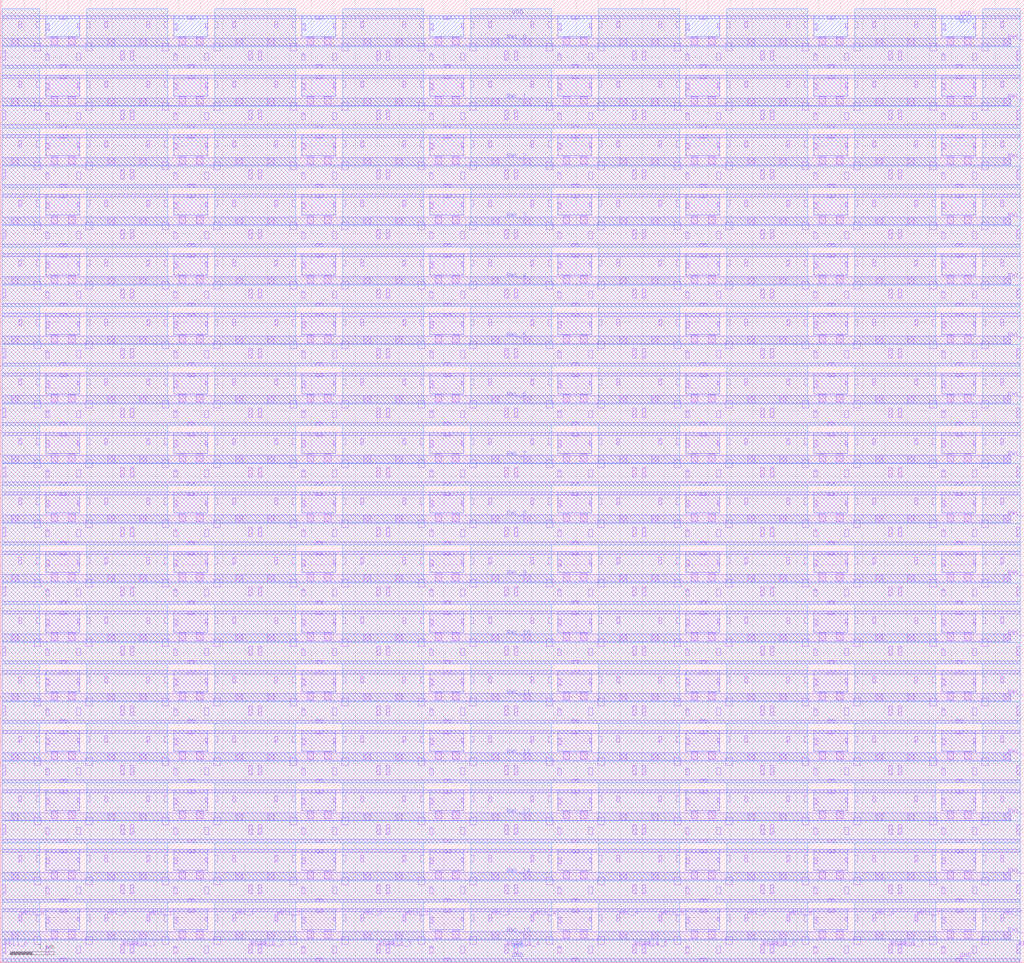
<source format=lef>
VERSION 5.7 ;
  NOWIREEXTENSIONATPIN ON ;
  DIVIDERCHAR "/" ;
  BUSBITCHARS "[]" ;
MACRO 10T_16x8_magic
  CLASS BLOCK ;
  FOREIGN 10T_16x8_magic ;
  ORIGIN 0.035 0.020 ;
  SIZE 23.190 BY 21.830 ;
  PIN RBL1_0
    DIRECTION OUTPUT ;
    USE SIGNAL ;
    ANTENNADIFFAREA 0.722400 ;
    PORT
      LAYER li1 ;
        RECT 0.000 20.440 0.075 20.650 ;
        RECT 0.000 19.090 0.075 19.300 ;
        RECT 0.000 17.740 0.075 17.950 ;
        RECT 0.000 16.390 0.075 16.600 ;
        RECT 0.000 15.040 0.075 15.250 ;
        RECT 0.000 13.690 0.075 13.900 ;
        RECT 0.000 12.340 0.075 12.550 ;
        RECT 0.000 10.990 0.075 11.200 ;
        RECT 0.000 9.640 0.075 9.850 ;
        RECT 0.000 8.290 0.075 8.500 ;
        RECT 0.000 6.940 0.075 7.150 ;
        RECT 0.000 5.590 0.075 5.800 ;
        RECT 0.000 4.240 0.075 4.450 ;
        RECT 0.000 2.890 0.075 3.100 ;
        RECT 0.000 1.540 0.075 1.750 ;
        RECT 0.000 0.190 0.075 0.400 ;
    END
  END RBL1_0
  PIN RBL0_0
    DIRECTION OUTPUT ;
    USE SIGNAL ;
    ANTENNADIFFAREA 0.722400 ;
    PORT
      LAYER li1 ;
        RECT 2.685 20.440 2.760 20.650 ;
        RECT 2.685 19.090 2.760 19.300 ;
        RECT 2.685 17.740 2.760 17.950 ;
        RECT 2.685 16.390 2.760 16.600 ;
        RECT 2.685 15.040 2.760 15.250 ;
        RECT 2.685 13.690 2.760 13.900 ;
        RECT 2.685 12.340 2.760 12.550 ;
        RECT 2.685 10.990 2.760 11.200 ;
        RECT 2.685 9.640 2.760 9.850 ;
        RECT 2.685 8.290 2.760 8.500 ;
        RECT 2.685 6.940 2.760 7.150 ;
        RECT 2.685 5.590 2.760 5.800 ;
        RECT 2.685 4.240 2.760 4.450 ;
        RECT 2.685 2.890 2.760 3.100 ;
        RECT 2.685 1.540 2.760 1.750 ;
        RECT 2.685 0.190 2.760 0.400 ;
    END
  END RBL0_0
  PIN RBL1_1
    DIRECTION OUTPUT ;
    USE SIGNAL ;
    ANTENNADIFFAREA 0.722400 ;
    PORT
      LAYER li1 ;
        RECT 2.900 20.440 2.975 20.650 ;
        RECT 2.900 19.090 2.975 19.300 ;
        RECT 2.900 17.740 2.975 17.950 ;
        RECT 2.900 16.390 2.975 16.600 ;
        RECT 2.900 15.040 2.975 15.250 ;
        RECT 2.900 13.690 2.975 13.900 ;
        RECT 2.900 12.340 2.975 12.550 ;
        RECT 2.900 10.990 2.975 11.200 ;
        RECT 2.900 9.640 2.975 9.850 ;
        RECT 2.900 8.290 2.975 8.500 ;
        RECT 2.900 6.940 2.975 7.150 ;
        RECT 2.900 5.590 2.975 5.800 ;
        RECT 2.900 4.240 2.975 4.450 ;
        RECT 2.900 2.890 2.975 3.100 ;
        RECT 2.900 1.540 2.975 1.750 ;
        RECT 2.900 0.190 2.975 0.400 ;
    END
  END RBL1_1
  PIN RBL0_1
    DIRECTION OUTPUT ;
    USE SIGNAL ;
    ANTENNADIFFAREA 0.722400 ;
    PORT
      LAYER li1 ;
        RECT 5.585 20.440 5.660 20.650 ;
        RECT 5.585 19.090 5.660 19.300 ;
        RECT 5.585 17.740 5.660 17.950 ;
        RECT 5.585 16.390 5.660 16.600 ;
        RECT 5.585 15.040 5.660 15.250 ;
        RECT 5.585 13.690 5.660 13.900 ;
        RECT 5.585 12.340 5.660 12.550 ;
        RECT 5.585 10.990 5.660 11.200 ;
        RECT 5.585 9.640 5.660 9.850 ;
        RECT 5.585 8.290 5.660 8.500 ;
        RECT 5.585 6.940 5.660 7.150 ;
        RECT 5.585 5.590 5.660 5.800 ;
        RECT 5.585 4.240 5.660 4.450 ;
        RECT 5.585 2.890 5.660 3.100 ;
        RECT 5.585 1.540 5.660 1.750 ;
        RECT 5.585 0.190 5.660 0.400 ;
    END
  END RBL0_1
  PIN RBL1_2
    DIRECTION OUTPUT ;
    USE SIGNAL ;
    ANTENNADIFFAREA 0.722400 ;
    PORT
      LAYER li1 ;
        RECT 5.800 20.440 5.875 20.650 ;
        RECT 5.800 19.090 5.875 19.300 ;
        RECT 5.800 17.740 5.875 17.950 ;
        RECT 5.800 16.390 5.875 16.600 ;
        RECT 5.800 15.040 5.875 15.250 ;
        RECT 5.800 13.690 5.875 13.900 ;
        RECT 5.800 12.340 5.875 12.550 ;
        RECT 5.800 10.990 5.875 11.200 ;
        RECT 5.800 9.640 5.875 9.850 ;
        RECT 5.800 8.290 5.875 8.500 ;
        RECT 5.800 6.940 5.875 7.150 ;
        RECT 5.800 5.590 5.875 5.800 ;
        RECT 5.800 4.240 5.875 4.450 ;
        RECT 5.800 2.890 5.875 3.100 ;
        RECT 5.800 1.540 5.875 1.750 ;
        RECT 5.800 0.190 5.875 0.400 ;
    END
  END RBL1_2
  PIN RBL0_2
    DIRECTION OUTPUT ;
    USE SIGNAL ;
    ANTENNADIFFAREA 0.722400 ;
    PORT
      LAYER li1 ;
        RECT 8.485 20.440 8.560 20.650 ;
        RECT 8.485 19.090 8.560 19.300 ;
        RECT 8.485 17.740 8.560 17.950 ;
        RECT 8.485 16.390 8.560 16.600 ;
        RECT 8.485 15.040 8.560 15.250 ;
        RECT 8.485 13.690 8.560 13.900 ;
        RECT 8.485 12.340 8.560 12.550 ;
        RECT 8.485 10.990 8.560 11.200 ;
        RECT 8.485 9.640 8.560 9.850 ;
        RECT 8.485 8.290 8.560 8.500 ;
        RECT 8.485 6.940 8.560 7.150 ;
        RECT 8.485 5.590 8.560 5.800 ;
        RECT 8.485 4.240 8.560 4.450 ;
        RECT 8.485 2.890 8.560 3.100 ;
        RECT 8.485 1.540 8.560 1.750 ;
        RECT 8.485 0.190 8.560 0.400 ;
    END
  END RBL0_2
  PIN RBL1_3
    DIRECTION OUTPUT ;
    USE SIGNAL ;
    ANTENNADIFFAREA 0.722400 ;
    PORT
      LAYER li1 ;
        RECT 8.700 20.440 8.775 20.650 ;
        RECT 8.700 19.090 8.775 19.300 ;
        RECT 8.700 17.740 8.775 17.950 ;
        RECT 8.700 16.390 8.775 16.600 ;
        RECT 8.700 15.040 8.775 15.250 ;
        RECT 8.700 13.690 8.775 13.900 ;
        RECT 8.700 12.340 8.775 12.550 ;
        RECT 8.700 10.990 8.775 11.200 ;
        RECT 8.700 9.640 8.775 9.850 ;
        RECT 8.700 8.290 8.775 8.500 ;
        RECT 8.700 6.940 8.775 7.150 ;
        RECT 8.700 5.590 8.775 5.800 ;
        RECT 8.700 4.240 8.775 4.450 ;
        RECT 8.700 2.890 8.775 3.100 ;
        RECT 8.700 1.540 8.775 1.750 ;
        RECT 8.700 0.190 8.775 0.400 ;
    END
  END RBL1_3
  PIN RBL0_3
    DIRECTION OUTPUT ;
    USE SIGNAL ;
    ANTENNADIFFAREA 0.722400 ;
    PORT
      LAYER li1 ;
        RECT 11.385 20.440 11.460 20.650 ;
        RECT 11.385 19.090 11.460 19.300 ;
        RECT 11.385 17.740 11.460 17.950 ;
        RECT 11.385 16.390 11.460 16.600 ;
        RECT 11.385 15.040 11.460 15.250 ;
        RECT 11.385 13.690 11.460 13.900 ;
        RECT 11.385 12.340 11.460 12.550 ;
        RECT 11.385 10.990 11.460 11.200 ;
        RECT 11.385 9.640 11.460 9.850 ;
        RECT 11.385 8.290 11.460 8.500 ;
        RECT 11.385 6.940 11.460 7.150 ;
        RECT 11.385 5.590 11.460 5.800 ;
        RECT 11.385 4.240 11.460 4.450 ;
        RECT 11.385 2.890 11.460 3.100 ;
        RECT 11.385 1.540 11.460 1.750 ;
        RECT 11.385 0.190 11.460 0.400 ;
    END
  END RBL0_3
  PIN RBL1_4
    DIRECTION OUTPUT ;
    USE SIGNAL ;
    ANTENNADIFFAREA 0.722400 ;
    PORT
      LAYER li1 ;
        RECT 11.600 20.440 11.675 20.650 ;
        RECT 11.600 19.090 11.675 19.300 ;
        RECT 11.600 17.740 11.675 17.950 ;
        RECT 11.600 16.390 11.675 16.600 ;
        RECT 11.600 15.040 11.675 15.250 ;
        RECT 11.600 13.690 11.675 13.900 ;
        RECT 11.600 12.340 11.675 12.550 ;
        RECT 11.600 10.990 11.675 11.200 ;
        RECT 11.600 9.640 11.675 9.850 ;
        RECT 11.600 8.290 11.675 8.500 ;
        RECT 11.600 6.940 11.675 7.150 ;
        RECT 11.600 5.590 11.675 5.800 ;
        RECT 11.600 4.240 11.675 4.450 ;
        RECT 11.600 2.890 11.675 3.100 ;
        RECT 11.600 1.540 11.675 1.750 ;
        RECT 11.600 0.190 11.675 0.400 ;
    END
  END RBL1_4
  PIN RBL0_4
    DIRECTION OUTPUT ;
    USE SIGNAL ;
    ANTENNADIFFAREA 0.722400 ;
    PORT
      LAYER li1 ;
        RECT 14.285 20.440 14.360 20.650 ;
        RECT 14.285 19.090 14.360 19.300 ;
        RECT 14.285 17.740 14.360 17.950 ;
        RECT 14.285 16.390 14.360 16.600 ;
        RECT 14.285 15.040 14.360 15.250 ;
        RECT 14.285 13.690 14.360 13.900 ;
        RECT 14.285 12.340 14.360 12.550 ;
        RECT 14.285 10.990 14.360 11.200 ;
        RECT 14.285 9.640 14.360 9.850 ;
        RECT 14.285 8.290 14.360 8.500 ;
        RECT 14.285 6.940 14.360 7.150 ;
        RECT 14.285 5.590 14.360 5.800 ;
        RECT 14.285 4.240 14.360 4.450 ;
        RECT 14.285 2.890 14.360 3.100 ;
        RECT 14.285 1.540 14.360 1.750 ;
        RECT 14.285 0.190 14.360 0.400 ;
    END
  END RBL0_4
  PIN RBL1_5
    DIRECTION OUTPUT ;
    USE SIGNAL ;
    ANTENNADIFFAREA 0.722400 ;
    PORT
      LAYER li1 ;
        RECT 14.500 20.440 14.575 20.650 ;
        RECT 14.500 19.090 14.575 19.300 ;
        RECT 14.500 17.740 14.575 17.950 ;
        RECT 14.500 16.390 14.575 16.600 ;
        RECT 14.500 15.040 14.575 15.250 ;
        RECT 14.500 13.690 14.575 13.900 ;
        RECT 14.500 12.340 14.575 12.550 ;
        RECT 14.500 10.990 14.575 11.200 ;
        RECT 14.500 9.640 14.575 9.850 ;
        RECT 14.500 8.290 14.575 8.500 ;
        RECT 14.500 6.940 14.575 7.150 ;
        RECT 14.500 5.590 14.575 5.800 ;
        RECT 14.500 4.240 14.575 4.450 ;
        RECT 14.500 2.890 14.575 3.100 ;
        RECT 14.500 1.540 14.575 1.750 ;
        RECT 14.500 0.190 14.575 0.400 ;
    END
  END RBL1_5
  PIN RBL0_5
    DIRECTION OUTPUT ;
    USE SIGNAL ;
    ANTENNADIFFAREA 0.722400 ;
    PORT
      LAYER li1 ;
        RECT 17.185 20.440 17.260 20.650 ;
        RECT 17.185 19.090 17.260 19.300 ;
        RECT 17.185 17.740 17.260 17.950 ;
        RECT 17.185 16.390 17.260 16.600 ;
        RECT 17.185 15.040 17.260 15.250 ;
        RECT 17.185 13.690 17.260 13.900 ;
        RECT 17.185 12.340 17.260 12.550 ;
        RECT 17.185 10.990 17.260 11.200 ;
        RECT 17.185 9.640 17.260 9.850 ;
        RECT 17.185 8.290 17.260 8.500 ;
        RECT 17.185 6.940 17.260 7.150 ;
        RECT 17.185 5.590 17.260 5.800 ;
        RECT 17.185 4.240 17.260 4.450 ;
        RECT 17.185 2.890 17.260 3.100 ;
        RECT 17.185 1.540 17.260 1.750 ;
        RECT 17.185 0.190 17.260 0.400 ;
    END
  END RBL0_5
  PIN RBL1_6
    DIRECTION OUTPUT ;
    USE SIGNAL ;
    ANTENNADIFFAREA 0.722400 ;
    PORT
      LAYER li1 ;
        RECT 17.400 20.440 17.475 20.650 ;
        RECT 17.400 19.090 17.475 19.300 ;
        RECT 17.400 17.740 17.475 17.950 ;
        RECT 17.400 16.390 17.475 16.600 ;
        RECT 17.400 15.040 17.475 15.250 ;
        RECT 17.400 13.690 17.475 13.900 ;
        RECT 17.400 12.340 17.475 12.550 ;
        RECT 17.400 10.990 17.475 11.200 ;
        RECT 17.400 9.640 17.475 9.850 ;
        RECT 17.400 8.290 17.475 8.500 ;
        RECT 17.400 6.940 17.475 7.150 ;
        RECT 17.400 5.590 17.475 5.800 ;
        RECT 17.400 4.240 17.475 4.450 ;
        RECT 17.400 2.890 17.475 3.100 ;
        RECT 17.400 1.540 17.475 1.750 ;
        RECT 17.400 0.190 17.475 0.400 ;
    END
  END RBL1_6
  PIN RBL0_6
    DIRECTION OUTPUT ;
    USE SIGNAL ;
    ANTENNADIFFAREA 0.722400 ;
    PORT
      LAYER li1 ;
        RECT 20.085 20.440 20.160 20.650 ;
        RECT 20.085 19.090 20.160 19.300 ;
        RECT 20.085 17.740 20.160 17.950 ;
        RECT 20.085 16.390 20.160 16.600 ;
        RECT 20.085 15.040 20.160 15.250 ;
        RECT 20.085 13.690 20.160 13.900 ;
        RECT 20.085 12.340 20.160 12.550 ;
        RECT 20.085 10.990 20.160 11.200 ;
        RECT 20.085 9.640 20.160 9.850 ;
        RECT 20.085 8.290 20.160 8.500 ;
        RECT 20.085 6.940 20.160 7.150 ;
        RECT 20.085 5.590 20.160 5.800 ;
        RECT 20.085 4.240 20.160 4.450 ;
        RECT 20.085 2.890 20.160 3.100 ;
        RECT 20.085 1.540 20.160 1.750 ;
        RECT 20.085 0.190 20.160 0.400 ;
    END
  END RBL0_6
  PIN RBL1_7
    DIRECTION OUTPUT ;
    USE SIGNAL ;
    ANTENNADIFFAREA 0.722400 ;
    PORT
      LAYER li1 ;
        RECT 20.300 20.440 20.375 20.650 ;
        RECT 20.300 19.090 20.375 19.300 ;
        RECT 20.300 17.740 20.375 17.950 ;
        RECT 20.300 16.390 20.375 16.600 ;
        RECT 20.300 15.040 20.375 15.250 ;
        RECT 20.300 13.690 20.375 13.900 ;
        RECT 20.300 12.340 20.375 12.550 ;
        RECT 20.300 10.990 20.375 11.200 ;
        RECT 20.300 9.640 20.375 9.850 ;
        RECT 20.300 8.290 20.375 8.500 ;
        RECT 20.300 6.940 20.375 7.150 ;
        RECT 20.300 5.590 20.375 5.800 ;
        RECT 20.300 4.240 20.375 4.450 ;
        RECT 20.300 2.890 20.375 3.100 ;
        RECT 20.300 1.540 20.375 1.750 ;
        RECT 20.300 0.190 20.375 0.400 ;
    END
  END RBL1_7
  PIN RBL0_7
    DIRECTION OUTPUT ;
    USE SIGNAL ;
    ANTENNADIFFAREA 0.722400 ;
    PORT
      LAYER li1 ;
        RECT 22.985 20.440 23.060 20.650 ;
        RECT 22.985 19.090 23.060 19.300 ;
        RECT 22.985 17.740 23.060 17.950 ;
        RECT 22.985 16.390 23.060 16.600 ;
        RECT 22.985 15.040 23.060 15.250 ;
        RECT 22.985 13.690 23.060 13.900 ;
        RECT 22.985 12.340 23.060 12.550 ;
        RECT 22.985 10.990 23.060 11.200 ;
        RECT 22.985 9.640 23.060 9.850 ;
        RECT 22.985 8.290 23.060 8.500 ;
        RECT 22.985 6.940 23.060 7.150 ;
        RECT 22.985 5.590 23.060 5.800 ;
        RECT 22.985 4.240 23.060 4.450 ;
        RECT 22.985 2.890 23.060 3.100 ;
        RECT 22.985 1.540 23.060 1.750 ;
        RECT 22.985 0.190 23.060 0.400 ;
    END
  END RBL0_7
  PIN WBL_0
    DIRECTION INPUT ;
    USE SIGNAL ;
    ANTENNADIFFAREA 0.386800 ;
    PORT
      LAYER li1 ;
        RECT 2.320 21.170 2.395 21.315 ;
        RECT 2.320 19.820 2.395 19.965 ;
        RECT 2.320 18.470 2.395 18.615 ;
        RECT 2.320 17.120 2.395 17.265 ;
        RECT 2.320 15.770 2.395 15.915 ;
        RECT 2.320 14.420 2.395 14.565 ;
        RECT 2.320 13.070 2.395 13.215 ;
        RECT 2.320 11.720 2.395 11.865 ;
        RECT 2.320 10.370 2.395 10.515 ;
        RECT 2.320 9.020 2.395 9.165 ;
        RECT 2.320 7.670 2.395 7.815 ;
        RECT 2.320 6.320 2.395 6.465 ;
        RECT 2.320 4.970 2.395 5.115 ;
        RECT 2.320 3.620 2.395 3.765 ;
        RECT 2.320 2.270 2.395 2.415 ;
        RECT 2.320 0.920 2.395 1.065 ;
    END
  END WBL_0
  PIN WBLb_0
    DIRECTION INPUT ;
    USE SIGNAL ;
    ANTENNADIFFAREA 0.369600 ;
    PORT
      LAYER li1 ;
        RECT 0.370 21.170 0.445 21.310 ;
        RECT 0.370 19.820 0.445 19.960 ;
        RECT 0.370 18.470 0.445 18.610 ;
        RECT 0.370 17.120 0.445 17.260 ;
        RECT 0.370 15.770 0.445 15.910 ;
        RECT 0.370 14.420 0.445 14.560 ;
        RECT 0.370 13.070 0.445 13.210 ;
        RECT 0.370 11.720 0.445 11.860 ;
        RECT 0.370 10.370 0.445 10.510 ;
        RECT 0.370 9.020 0.445 9.160 ;
        RECT 0.370 7.670 0.445 7.810 ;
        RECT 0.370 6.320 0.445 6.460 ;
        RECT 0.370 4.970 0.445 5.110 ;
        RECT 0.370 3.620 0.445 3.760 ;
        RECT 0.370 2.270 0.445 2.410 ;
        RECT 0.370 0.920 0.445 1.060 ;
    END
  END WBLb_0
  PIN WBL_1
    DIRECTION INPUT ;
    USE SIGNAL ;
    ANTENNADIFFAREA 0.386800 ;
    PORT
      LAYER li1 ;
        RECT 5.220 21.170 5.295 21.315 ;
        RECT 5.220 19.820 5.295 19.965 ;
        RECT 5.220 18.470 5.295 18.615 ;
        RECT 5.220 17.120 5.295 17.265 ;
        RECT 5.220 15.770 5.295 15.915 ;
        RECT 5.220 14.420 5.295 14.565 ;
        RECT 5.220 13.070 5.295 13.215 ;
        RECT 5.220 11.720 5.295 11.865 ;
        RECT 5.220 10.370 5.295 10.515 ;
        RECT 5.220 9.020 5.295 9.165 ;
        RECT 5.220 7.670 5.295 7.815 ;
        RECT 5.220 6.320 5.295 6.465 ;
        RECT 5.220 4.970 5.295 5.115 ;
        RECT 5.220 3.620 5.295 3.765 ;
        RECT 5.220 2.270 5.295 2.415 ;
        RECT 5.220 0.920 5.295 1.065 ;
    END
  END WBL_1
  PIN WBLb_1
    DIRECTION INPUT ;
    USE SIGNAL ;
    ANTENNADIFFAREA 0.369600 ;
    PORT
      LAYER li1 ;
        RECT 3.270 21.170 3.345 21.310 ;
        RECT 3.270 19.820 3.345 19.960 ;
        RECT 3.270 18.470 3.345 18.610 ;
        RECT 3.270 17.120 3.345 17.260 ;
        RECT 3.270 15.770 3.345 15.910 ;
        RECT 3.270 14.420 3.345 14.560 ;
        RECT 3.270 13.070 3.345 13.210 ;
        RECT 3.270 11.720 3.345 11.860 ;
        RECT 3.270 10.370 3.345 10.510 ;
        RECT 3.270 9.020 3.345 9.160 ;
        RECT 3.270 7.670 3.345 7.810 ;
        RECT 3.270 6.320 3.345 6.460 ;
        RECT 3.270 4.970 3.345 5.110 ;
        RECT 3.270 3.620 3.345 3.760 ;
        RECT 3.270 2.270 3.345 2.410 ;
        RECT 3.270 0.920 3.345 1.060 ;
    END
  END WBLb_1
  PIN WBL_2
    DIRECTION INPUT ;
    USE SIGNAL ;
    ANTENNADIFFAREA 0.386800 ;
    PORT
      LAYER li1 ;
        RECT 8.120 21.170 8.195 21.315 ;
        RECT 8.120 19.820 8.195 19.965 ;
        RECT 8.120 18.470 8.195 18.615 ;
        RECT 8.120 17.120 8.195 17.265 ;
        RECT 8.120 15.770 8.195 15.915 ;
        RECT 8.120 14.420 8.195 14.565 ;
        RECT 8.120 13.070 8.195 13.215 ;
        RECT 8.120 11.720 8.195 11.865 ;
        RECT 8.120 10.370 8.195 10.515 ;
        RECT 8.120 9.020 8.195 9.165 ;
        RECT 8.120 7.670 8.195 7.815 ;
        RECT 8.120 6.320 8.195 6.465 ;
        RECT 8.120 4.970 8.195 5.115 ;
        RECT 8.120 3.620 8.195 3.765 ;
        RECT 8.120 2.270 8.195 2.415 ;
        RECT 8.120 0.920 8.195 1.065 ;
    END
  END WBL_2
  PIN WBLb_2
    DIRECTION INPUT ;
    USE SIGNAL ;
    ANTENNADIFFAREA 0.369600 ;
    PORT
      LAYER li1 ;
        RECT 6.170 21.170 6.245 21.310 ;
        RECT 6.170 19.820 6.245 19.960 ;
        RECT 6.170 18.470 6.245 18.610 ;
        RECT 6.170 17.120 6.245 17.260 ;
        RECT 6.170 15.770 6.245 15.910 ;
        RECT 6.170 14.420 6.245 14.560 ;
        RECT 6.170 13.070 6.245 13.210 ;
        RECT 6.170 11.720 6.245 11.860 ;
        RECT 6.170 10.370 6.245 10.510 ;
        RECT 6.170 9.020 6.245 9.160 ;
        RECT 6.170 7.670 6.245 7.810 ;
        RECT 6.170 6.320 6.245 6.460 ;
        RECT 6.170 4.970 6.245 5.110 ;
        RECT 6.170 3.620 6.245 3.760 ;
        RECT 6.170 2.270 6.245 2.410 ;
        RECT 6.170 0.920 6.245 1.060 ;
    END
  END WBLb_2
  PIN WBL_3
    DIRECTION INPUT ;
    USE SIGNAL ;
    ANTENNADIFFAREA 0.386800 ;
    PORT
      LAYER li1 ;
        RECT 11.020 21.170 11.095 21.315 ;
        RECT 11.020 19.820 11.095 19.965 ;
        RECT 11.020 18.470 11.095 18.615 ;
        RECT 11.020 17.120 11.095 17.265 ;
        RECT 11.020 15.770 11.095 15.915 ;
        RECT 11.020 14.420 11.095 14.565 ;
        RECT 11.020 13.070 11.095 13.215 ;
        RECT 11.020 11.720 11.095 11.865 ;
        RECT 11.020 10.370 11.095 10.515 ;
        RECT 11.020 9.020 11.095 9.165 ;
        RECT 11.020 7.670 11.095 7.815 ;
        RECT 11.020 6.320 11.095 6.465 ;
        RECT 11.020 4.970 11.095 5.115 ;
        RECT 11.020 3.620 11.095 3.765 ;
        RECT 11.020 2.270 11.095 2.415 ;
        RECT 11.020 0.920 11.095 1.065 ;
    END
  END WBL_3
  PIN WBLb_3
    DIRECTION INPUT ;
    USE SIGNAL ;
    ANTENNADIFFAREA 0.369600 ;
    PORT
      LAYER li1 ;
        RECT 9.070 21.170 9.145 21.310 ;
        RECT 9.070 19.820 9.145 19.960 ;
        RECT 9.070 18.470 9.145 18.610 ;
        RECT 9.070 17.120 9.145 17.260 ;
        RECT 9.070 15.770 9.145 15.910 ;
        RECT 9.070 14.420 9.145 14.560 ;
        RECT 9.070 13.070 9.145 13.210 ;
        RECT 9.070 11.720 9.145 11.860 ;
        RECT 9.070 10.370 9.145 10.510 ;
        RECT 9.070 9.020 9.145 9.160 ;
        RECT 9.070 7.670 9.145 7.810 ;
        RECT 9.070 6.320 9.145 6.460 ;
        RECT 9.070 4.970 9.145 5.110 ;
        RECT 9.070 3.620 9.145 3.760 ;
        RECT 9.070 2.270 9.145 2.410 ;
        RECT 9.070 0.920 9.145 1.060 ;
    END
  END WBLb_3
  PIN WBL_4
    DIRECTION INPUT ;
    USE SIGNAL ;
    ANTENNADIFFAREA 0.386800 ;
    PORT
      LAYER li1 ;
        RECT 13.920 21.170 13.995 21.315 ;
        RECT 13.920 19.820 13.995 19.965 ;
        RECT 13.920 18.470 13.995 18.615 ;
        RECT 13.920 17.120 13.995 17.265 ;
        RECT 13.920 15.770 13.995 15.915 ;
        RECT 13.920 14.420 13.995 14.565 ;
        RECT 13.920 13.070 13.995 13.215 ;
        RECT 13.920 11.720 13.995 11.865 ;
        RECT 13.920 10.370 13.995 10.515 ;
        RECT 13.920 9.020 13.995 9.165 ;
        RECT 13.920 7.670 13.995 7.815 ;
        RECT 13.920 6.320 13.995 6.465 ;
        RECT 13.920 4.970 13.995 5.115 ;
        RECT 13.920 3.620 13.995 3.765 ;
        RECT 13.920 2.270 13.995 2.415 ;
        RECT 13.920 0.920 13.995 1.065 ;
    END
  END WBL_4
  PIN WBLb_4
    DIRECTION INPUT ;
    USE SIGNAL ;
    ANTENNADIFFAREA 0.369600 ;
    PORT
      LAYER li1 ;
        RECT 11.970 21.170 12.045 21.310 ;
        RECT 11.970 19.820 12.045 19.960 ;
        RECT 11.970 18.470 12.045 18.610 ;
        RECT 11.970 17.120 12.045 17.260 ;
        RECT 11.970 15.770 12.045 15.910 ;
        RECT 11.970 14.420 12.045 14.560 ;
        RECT 11.970 13.070 12.045 13.210 ;
        RECT 11.970 11.720 12.045 11.860 ;
        RECT 11.970 10.370 12.045 10.510 ;
        RECT 11.970 9.020 12.045 9.160 ;
        RECT 11.970 7.670 12.045 7.810 ;
        RECT 11.970 6.320 12.045 6.460 ;
        RECT 11.970 4.970 12.045 5.110 ;
        RECT 11.970 3.620 12.045 3.760 ;
        RECT 11.970 2.270 12.045 2.410 ;
        RECT 11.970 0.920 12.045 1.060 ;
    END
  END WBLb_4
  PIN WBL_5
    DIRECTION INPUT ;
    USE SIGNAL ;
    ANTENNADIFFAREA 0.386800 ;
    PORT
      LAYER li1 ;
        RECT 16.820 21.170 16.895 21.315 ;
        RECT 16.820 19.820 16.895 19.965 ;
        RECT 16.820 18.470 16.895 18.615 ;
        RECT 16.820 17.120 16.895 17.265 ;
        RECT 16.820 15.770 16.895 15.915 ;
        RECT 16.820 14.420 16.895 14.565 ;
        RECT 16.820 13.070 16.895 13.215 ;
        RECT 16.820 11.720 16.895 11.865 ;
        RECT 16.820 10.370 16.895 10.515 ;
        RECT 16.820 9.020 16.895 9.165 ;
        RECT 16.820 7.670 16.895 7.815 ;
        RECT 16.820 6.320 16.895 6.465 ;
        RECT 16.820 4.970 16.895 5.115 ;
        RECT 16.820 3.620 16.895 3.765 ;
        RECT 16.820 2.270 16.895 2.415 ;
        RECT 16.820 0.920 16.895 1.065 ;
    END
  END WBL_5
  PIN WBLb_5
    DIRECTION INPUT ;
    USE SIGNAL ;
    ANTENNADIFFAREA 0.369600 ;
    PORT
      LAYER li1 ;
        RECT 14.870 21.170 14.945 21.310 ;
        RECT 14.870 19.820 14.945 19.960 ;
        RECT 14.870 18.470 14.945 18.610 ;
        RECT 14.870 17.120 14.945 17.260 ;
        RECT 14.870 15.770 14.945 15.910 ;
        RECT 14.870 14.420 14.945 14.560 ;
        RECT 14.870 13.070 14.945 13.210 ;
        RECT 14.870 11.720 14.945 11.860 ;
        RECT 14.870 10.370 14.945 10.510 ;
        RECT 14.870 9.020 14.945 9.160 ;
        RECT 14.870 7.670 14.945 7.810 ;
        RECT 14.870 6.320 14.945 6.460 ;
        RECT 14.870 4.970 14.945 5.110 ;
        RECT 14.870 3.620 14.945 3.760 ;
        RECT 14.870 2.270 14.945 2.410 ;
        RECT 14.870 0.920 14.945 1.060 ;
    END
  END WBLb_5
  PIN WBL_6
    DIRECTION INPUT ;
    USE SIGNAL ;
    ANTENNADIFFAREA 0.386800 ;
    PORT
      LAYER li1 ;
        RECT 19.720 21.170 19.795 21.315 ;
        RECT 19.720 19.820 19.795 19.965 ;
        RECT 19.720 18.470 19.795 18.615 ;
        RECT 19.720 17.120 19.795 17.265 ;
        RECT 19.720 15.770 19.795 15.915 ;
        RECT 19.720 14.420 19.795 14.565 ;
        RECT 19.720 13.070 19.795 13.215 ;
        RECT 19.720 11.720 19.795 11.865 ;
        RECT 19.720 10.370 19.795 10.515 ;
        RECT 19.720 9.020 19.795 9.165 ;
        RECT 19.720 7.670 19.795 7.815 ;
        RECT 19.720 6.320 19.795 6.465 ;
        RECT 19.720 4.970 19.795 5.115 ;
        RECT 19.720 3.620 19.795 3.765 ;
        RECT 19.720 2.270 19.795 2.415 ;
        RECT 19.720 0.920 19.795 1.065 ;
    END
  END WBL_6
  PIN WBLb_6
    DIRECTION INPUT ;
    USE SIGNAL ;
    ANTENNADIFFAREA 0.369600 ;
    PORT
      LAYER li1 ;
        RECT 17.770 21.170 17.845 21.310 ;
        RECT 17.770 19.820 17.845 19.960 ;
        RECT 17.770 18.470 17.845 18.610 ;
        RECT 17.770 17.120 17.845 17.260 ;
        RECT 17.770 15.770 17.845 15.910 ;
        RECT 17.770 14.420 17.845 14.560 ;
        RECT 17.770 13.070 17.845 13.210 ;
        RECT 17.770 11.720 17.845 11.860 ;
        RECT 17.770 10.370 17.845 10.510 ;
        RECT 17.770 9.020 17.845 9.160 ;
        RECT 17.770 7.670 17.845 7.810 ;
        RECT 17.770 6.320 17.845 6.460 ;
        RECT 17.770 4.970 17.845 5.110 ;
        RECT 17.770 3.620 17.845 3.760 ;
        RECT 17.770 2.270 17.845 2.410 ;
        RECT 17.770 0.920 17.845 1.060 ;
    END
  END WBLb_6
  PIN WBL_7
    DIRECTION INPUT ;
    USE SIGNAL ;
    ANTENNADIFFAREA 0.386800 ;
    PORT
      LAYER li1 ;
        RECT 22.620 21.170 22.695 21.315 ;
        RECT 22.620 19.820 22.695 19.965 ;
        RECT 22.620 18.470 22.695 18.615 ;
        RECT 22.620 17.120 22.695 17.265 ;
        RECT 22.620 15.770 22.695 15.915 ;
        RECT 22.620 14.420 22.695 14.565 ;
        RECT 22.620 13.070 22.695 13.215 ;
        RECT 22.620 11.720 22.695 11.865 ;
        RECT 22.620 10.370 22.695 10.515 ;
        RECT 22.620 9.020 22.695 9.165 ;
        RECT 22.620 7.670 22.695 7.815 ;
        RECT 22.620 6.320 22.695 6.465 ;
        RECT 22.620 4.970 22.695 5.115 ;
        RECT 22.620 3.620 22.695 3.765 ;
        RECT 22.620 2.270 22.695 2.415 ;
        RECT 22.620 0.920 22.695 1.065 ;
    END
  END WBL_7
  PIN WBLb_7
    DIRECTION INPUT ;
    USE SIGNAL ;
    ANTENNADIFFAREA 0.369600 ;
    PORT
      LAYER li1 ;
        RECT 20.670 21.170 20.745 21.310 ;
        RECT 20.670 19.820 20.745 19.960 ;
        RECT 20.670 18.470 20.745 18.610 ;
        RECT 20.670 17.120 20.745 17.260 ;
        RECT 20.670 15.770 20.745 15.910 ;
        RECT 20.670 14.420 20.745 14.560 ;
        RECT 20.670 13.070 20.745 13.210 ;
        RECT 20.670 11.720 20.745 11.860 ;
        RECT 20.670 10.370 20.745 10.510 ;
        RECT 20.670 9.020 20.745 9.160 ;
        RECT 20.670 7.670 20.745 7.810 ;
        RECT 20.670 6.320 20.745 6.460 ;
        RECT 20.670 4.970 20.745 5.110 ;
        RECT 20.670 3.620 20.745 3.760 ;
        RECT 20.670 2.270 20.745 2.410 ;
        RECT 20.670 0.920 20.745 1.060 ;
    END
  END WBLb_7
  PIN RWL_0
    DIRECTION INPUT ;
    USE SIGNAL ;
    ANTENNAGATEAREA 0.504000 ;
    PORT
      LAYER li1 ;
        RECT 0.215 20.760 0.365 20.930 ;
        RECT 2.395 20.760 2.545 20.930 ;
        RECT 3.115 20.760 3.265 20.930 ;
        RECT 5.295 20.760 5.445 20.930 ;
        RECT 6.015 20.760 6.165 20.930 ;
        RECT 8.195 20.760 8.345 20.930 ;
        RECT 8.915 20.760 9.065 20.930 ;
        RECT 11.095 20.760 11.245 20.930 ;
        RECT 11.815 20.760 11.965 20.930 ;
        RECT 13.995 20.760 14.145 20.930 ;
        RECT 14.715 20.760 14.865 20.930 ;
        RECT 16.895 20.760 17.045 20.930 ;
        RECT 17.615 20.760 17.765 20.930 ;
        RECT 19.795 20.760 19.945 20.930 ;
        RECT 20.515 20.760 20.665 20.930 ;
        RECT 22.695 20.760 22.845 20.930 ;
      LAYER met1 ;
        RECT 0.000 20.760 22.845 20.930 ;
    END
  END RWL_0
  PIN RWL_1
    DIRECTION INPUT ;
    USE SIGNAL ;
    ANTENNAGATEAREA 0.504000 ;
    PORT
      LAYER li1 ;
        RECT 0.215 19.410 0.365 19.580 ;
        RECT 2.395 19.410 2.545 19.580 ;
        RECT 3.115 19.410 3.265 19.580 ;
        RECT 5.295 19.410 5.445 19.580 ;
        RECT 6.015 19.410 6.165 19.580 ;
        RECT 8.195 19.410 8.345 19.580 ;
        RECT 8.915 19.410 9.065 19.580 ;
        RECT 11.095 19.410 11.245 19.580 ;
        RECT 11.815 19.410 11.965 19.580 ;
        RECT 13.995 19.410 14.145 19.580 ;
        RECT 14.715 19.410 14.865 19.580 ;
        RECT 16.895 19.410 17.045 19.580 ;
        RECT 17.615 19.410 17.765 19.580 ;
        RECT 19.795 19.410 19.945 19.580 ;
        RECT 20.515 19.410 20.665 19.580 ;
        RECT 22.695 19.410 22.845 19.580 ;
      LAYER met1 ;
        RECT 0.000 19.410 22.845 19.580 ;
    END
  END RWL_1
  PIN RWL_2
    DIRECTION INPUT ;
    USE SIGNAL ;
    ANTENNAGATEAREA 0.504000 ;
    PORT
      LAYER li1 ;
        RECT 0.215 18.060 0.365 18.230 ;
        RECT 2.395 18.060 2.545 18.230 ;
        RECT 3.115 18.060 3.265 18.230 ;
        RECT 5.295 18.060 5.445 18.230 ;
        RECT 6.015 18.060 6.165 18.230 ;
        RECT 8.195 18.060 8.345 18.230 ;
        RECT 8.915 18.060 9.065 18.230 ;
        RECT 11.095 18.060 11.245 18.230 ;
        RECT 11.815 18.060 11.965 18.230 ;
        RECT 13.995 18.060 14.145 18.230 ;
        RECT 14.715 18.060 14.865 18.230 ;
        RECT 16.895 18.060 17.045 18.230 ;
        RECT 17.615 18.060 17.765 18.230 ;
        RECT 19.795 18.060 19.945 18.230 ;
        RECT 20.515 18.060 20.665 18.230 ;
        RECT 22.695 18.060 22.845 18.230 ;
      LAYER met1 ;
        RECT 0.000 18.060 22.845 18.230 ;
    END
  END RWL_2
  PIN RWL_3
    DIRECTION INPUT ;
    USE SIGNAL ;
    ANTENNAGATEAREA 0.504000 ;
    PORT
      LAYER li1 ;
        RECT 0.215 16.710 0.365 16.880 ;
        RECT 2.395 16.710 2.545 16.880 ;
        RECT 3.115 16.710 3.265 16.880 ;
        RECT 5.295 16.710 5.445 16.880 ;
        RECT 6.015 16.710 6.165 16.880 ;
        RECT 8.195 16.710 8.345 16.880 ;
        RECT 8.915 16.710 9.065 16.880 ;
        RECT 11.095 16.710 11.245 16.880 ;
        RECT 11.815 16.710 11.965 16.880 ;
        RECT 13.995 16.710 14.145 16.880 ;
        RECT 14.715 16.710 14.865 16.880 ;
        RECT 16.895 16.710 17.045 16.880 ;
        RECT 17.615 16.710 17.765 16.880 ;
        RECT 19.795 16.710 19.945 16.880 ;
        RECT 20.515 16.710 20.665 16.880 ;
        RECT 22.695 16.710 22.845 16.880 ;
      LAYER met1 ;
        RECT 0.000 16.710 22.845 16.880 ;
    END
  END RWL_3
  PIN RWL_4
    DIRECTION INPUT ;
    USE SIGNAL ;
    ANTENNAGATEAREA 0.504000 ;
    PORT
      LAYER li1 ;
        RECT 0.215 15.360 0.365 15.530 ;
        RECT 2.395 15.360 2.545 15.530 ;
        RECT 3.115 15.360 3.265 15.530 ;
        RECT 5.295 15.360 5.445 15.530 ;
        RECT 6.015 15.360 6.165 15.530 ;
        RECT 8.195 15.360 8.345 15.530 ;
        RECT 8.915 15.360 9.065 15.530 ;
        RECT 11.095 15.360 11.245 15.530 ;
        RECT 11.815 15.360 11.965 15.530 ;
        RECT 13.995 15.360 14.145 15.530 ;
        RECT 14.715 15.360 14.865 15.530 ;
        RECT 16.895 15.360 17.045 15.530 ;
        RECT 17.615 15.360 17.765 15.530 ;
        RECT 19.795 15.360 19.945 15.530 ;
        RECT 20.515 15.360 20.665 15.530 ;
        RECT 22.695 15.360 22.845 15.530 ;
      LAYER met1 ;
        RECT 0.000 15.360 22.845 15.530 ;
    END
  END RWL_4
  PIN RWL_5
    DIRECTION INPUT ;
    USE SIGNAL ;
    ANTENNAGATEAREA 0.504000 ;
    PORT
      LAYER li1 ;
        RECT 0.215 14.010 0.365 14.180 ;
        RECT 2.395 14.010 2.545 14.180 ;
        RECT 3.115 14.010 3.265 14.180 ;
        RECT 5.295 14.010 5.445 14.180 ;
        RECT 6.015 14.010 6.165 14.180 ;
        RECT 8.195 14.010 8.345 14.180 ;
        RECT 8.915 14.010 9.065 14.180 ;
        RECT 11.095 14.010 11.245 14.180 ;
        RECT 11.815 14.010 11.965 14.180 ;
        RECT 13.995 14.010 14.145 14.180 ;
        RECT 14.715 14.010 14.865 14.180 ;
        RECT 16.895 14.010 17.045 14.180 ;
        RECT 17.615 14.010 17.765 14.180 ;
        RECT 19.795 14.010 19.945 14.180 ;
        RECT 20.515 14.010 20.665 14.180 ;
        RECT 22.695 14.010 22.845 14.180 ;
      LAYER met1 ;
        RECT 0.000 14.010 22.845 14.180 ;
    END
  END RWL_5
  PIN RWL_6
    DIRECTION INPUT ;
    USE SIGNAL ;
    ANTENNAGATEAREA 0.504000 ;
    PORT
      LAYER li1 ;
        RECT 0.215 12.660 0.365 12.830 ;
        RECT 2.395 12.660 2.545 12.830 ;
        RECT 3.115 12.660 3.265 12.830 ;
        RECT 5.295 12.660 5.445 12.830 ;
        RECT 6.015 12.660 6.165 12.830 ;
        RECT 8.195 12.660 8.345 12.830 ;
        RECT 8.915 12.660 9.065 12.830 ;
        RECT 11.095 12.660 11.245 12.830 ;
        RECT 11.815 12.660 11.965 12.830 ;
        RECT 13.995 12.660 14.145 12.830 ;
        RECT 14.715 12.660 14.865 12.830 ;
        RECT 16.895 12.660 17.045 12.830 ;
        RECT 17.615 12.660 17.765 12.830 ;
        RECT 19.795 12.660 19.945 12.830 ;
        RECT 20.515 12.660 20.665 12.830 ;
        RECT 22.695 12.660 22.845 12.830 ;
      LAYER met1 ;
        RECT 0.000 12.660 22.845 12.830 ;
    END
  END RWL_6
  PIN RWL_7
    DIRECTION INPUT ;
    USE SIGNAL ;
    ANTENNAGATEAREA 0.504000 ;
    PORT
      LAYER li1 ;
        RECT 0.215 11.310 0.365 11.480 ;
        RECT 2.395 11.310 2.545 11.480 ;
        RECT 3.115 11.310 3.265 11.480 ;
        RECT 5.295 11.310 5.445 11.480 ;
        RECT 6.015 11.310 6.165 11.480 ;
        RECT 8.195 11.310 8.345 11.480 ;
        RECT 8.915 11.310 9.065 11.480 ;
        RECT 11.095 11.310 11.245 11.480 ;
        RECT 11.815 11.310 11.965 11.480 ;
        RECT 13.995 11.310 14.145 11.480 ;
        RECT 14.715 11.310 14.865 11.480 ;
        RECT 16.895 11.310 17.045 11.480 ;
        RECT 17.615 11.310 17.765 11.480 ;
        RECT 19.795 11.310 19.945 11.480 ;
        RECT 20.515 11.310 20.665 11.480 ;
        RECT 22.695 11.310 22.845 11.480 ;
      LAYER met1 ;
        RECT 0.000 11.310 22.845 11.480 ;
    END
  END RWL_7
  PIN RWL_8
    DIRECTION INPUT ;
    USE SIGNAL ;
    ANTENNAGATEAREA 0.504000 ;
    PORT
      LAYER li1 ;
        RECT 0.215 9.960 0.365 10.130 ;
        RECT 2.395 9.960 2.545 10.130 ;
        RECT 3.115 9.960 3.265 10.130 ;
        RECT 5.295 9.960 5.445 10.130 ;
        RECT 6.015 9.960 6.165 10.130 ;
        RECT 8.195 9.960 8.345 10.130 ;
        RECT 8.915 9.960 9.065 10.130 ;
        RECT 11.095 9.960 11.245 10.130 ;
        RECT 11.815 9.960 11.965 10.130 ;
        RECT 13.995 9.960 14.145 10.130 ;
        RECT 14.715 9.960 14.865 10.130 ;
        RECT 16.895 9.960 17.045 10.130 ;
        RECT 17.615 9.960 17.765 10.130 ;
        RECT 19.795 9.960 19.945 10.130 ;
        RECT 20.515 9.960 20.665 10.130 ;
        RECT 22.695 9.960 22.845 10.130 ;
      LAYER met1 ;
        RECT 0.000 9.960 22.845 10.130 ;
    END
  END RWL_8
  PIN RWL_9
    DIRECTION INPUT ;
    USE SIGNAL ;
    ANTENNAGATEAREA 0.504000 ;
    PORT
      LAYER li1 ;
        RECT 0.215 8.610 0.365 8.780 ;
        RECT 2.395 8.610 2.545 8.780 ;
        RECT 3.115 8.610 3.265 8.780 ;
        RECT 5.295 8.610 5.445 8.780 ;
        RECT 6.015 8.610 6.165 8.780 ;
        RECT 8.195 8.610 8.345 8.780 ;
        RECT 8.915 8.610 9.065 8.780 ;
        RECT 11.095 8.610 11.245 8.780 ;
        RECT 11.815 8.610 11.965 8.780 ;
        RECT 13.995 8.610 14.145 8.780 ;
        RECT 14.715 8.610 14.865 8.780 ;
        RECT 16.895 8.610 17.045 8.780 ;
        RECT 17.615 8.610 17.765 8.780 ;
        RECT 19.795 8.610 19.945 8.780 ;
        RECT 20.515 8.610 20.665 8.780 ;
        RECT 22.695 8.610 22.845 8.780 ;
      LAYER met1 ;
        RECT 0.000 8.610 22.845 8.780 ;
    END
  END RWL_9
  PIN RWL_10
    DIRECTION INPUT ;
    USE SIGNAL ;
    ANTENNAGATEAREA 0.504000 ;
    PORT
      LAYER li1 ;
        RECT 0.215 7.260 0.365 7.430 ;
        RECT 2.395 7.260 2.545 7.430 ;
        RECT 3.115 7.260 3.265 7.430 ;
        RECT 5.295 7.260 5.445 7.430 ;
        RECT 6.015 7.260 6.165 7.430 ;
        RECT 8.195 7.260 8.345 7.430 ;
        RECT 8.915 7.260 9.065 7.430 ;
        RECT 11.095 7.260 11.245 7.430 ;
        RECT 11.815 7.260 11.965 7.430 ;
        RECT 13.995 7.260 14.145 7.430 ;
        RECT 14.715 7.260 14.865 7.430 ;
        RECT 16.895 7.260 17.045 7.430 ;
        RECT 17.615 7.260 17.765 7.430 ;
        RECT 19.795 7.260 19.945 7.430 ;
        RECT 20.515 7.260 20.665 7.430 ;
        RECT 22.695 7.260 22.845 7.430 ;
      LAYER met1 ;
        RECT 0.000 7.260 22.845 7.430 ;
    END
  END RWL_10
  PIN RWL_11
    DIRECTION INPUT ;
    USE SIGNAL ;
    ANTENNAGATEAREA 0.504000 ;
    PORT
      LAYER li1 ;
        RECT 0.215 5.910 0.365 6.080 ;
        RECT 2.395 5.910 2.545 6.080 ;
        RECT 3.115 5.910 3.265 6.080 ;
        RECT 5.295 5.910 5.445 6.080 ;
        RECT 6.015 5.910 6.165 6.080 ;
        RECT 8.195 5.910 8.345 6.080 ;
        RECT 8.915 5.910 9.065 6.080 ;
        RECT 11.095 5.910 11.245 6.080 ;
        RECT 11.815 5.910 11.965 6.080 ;
        RECT 13.995 5.910 14.145 6.080 ;
        RECT 14.715 5.910 14.865 6.080 ;
        RECT 16.895 5.910 17.045 6.080 ;
        RECT 17.615 5.910 17.765 6.080 ;
        RECT 19.795 5.910 19.945 6.080 ;
        RECT 20.515 5.910 20.665 6.080 ;
        RECT 22.695 5.910 22.845 6.080 ;
      LAYER met1 ;
        RECT 0.000 5.910 22.845 6.080 ;
    END
  END RWL_11
  PIN RWL_12
    DIRECTION INPUT ;
    USE SIGNAL ;
    ANTENNAGATEAREA 0.504000 ;
    PORT
      LAYER li1 ;
        RECT 0.215 4.560 0.365 4.730 ;
        RECT 2.395 4.560 2.545 4.730 ;
        RECT 3.115 4.560 3.265 4.730 ;
        RECT 5.295 4.560 5.445 4.730 ;
        RECT 6.015 4.560 6.165 4.730 ;
        RECT 8.195 4.560 8.345 4.730 ;
        RECT 8.915 4.560 9.065 4.730 ;
        RECT 11.095 4.560 11.245 4.730 ;
        RECT 11.815 4.560 11.965 4.730 ;
        RECT 13.995 4.560 14.145 4.730 ;
        RECT 14.715 4.560 14.865 4.730 ;
        RECT 16.895 4.560 17.045 4.730 ;
        RECT 17.615 4.560 17.765 4.730 ;
        RECT 19.795 4.560 19.945 4.730 ;
        RECT 20.515 4.560 20.665 4.730 ;
        RECT 22.695 4.560 22.845 4.730 ;
      LAYER met1 ;
        RECT 0.000 4.560 22.845 4.730 ;
    END
  END RWL_12
  PIN RWL_13
    DIRECTION INPUT ;
    USE SIGNAL ;
    ANTENNAGATEAREA 0.504000 ;
    PORT
      LAYER li1 ;
        RECT 0.215 3.210 0.365 3.380 ;
        RECT 2.395 3.210 2.545 3.380 ;
        RECT 3.115 3.210 3.265 3.380 ;
        RECT 5.295 3.210 5.445 3.380 ;
        RECT 6.015 3.210 6.165 3.380 ;
        RECT 8.195 3.210 8.345 3.380 ;
        RECT 8.915 3.210 9.065 3.380 ;
        RECT 11.095 3.210 11.245 3.380 ;
        RECT 11.815 3.210 11.965 3.380 ;
        RECT 13.995 3.210 14.145 3.380 ;
        RECT 14.715 3.210 14.865 3.380 ;
        RECT 16.895 3.210 17.045 3.380 ;
        RECT 17.615 3.210 17.765 3.380 ;
        RECT 19.795 3.210 19.945 3.380 ;
        RECT 20.515 3.210 20.665 3.380 ;
        RECT 22.695 3.210 22.845 3.380 ;
      LAYER met1 ;
        RECT 0.000 3.210 22.845 3.380 ;
    END
  END RWL_13
  PIN RWL_14
    DIRECTION INPUT ;
    USE SIGNAL ;
    ANTENNAGATEAREA 0.504000 ;
    PORT
      LAYER li1 ;
        RECT 0.215 1.860 0.365 2.030 ;
        RECT 2.395 1.860 2.545 2.030 ;
        RECT 3.115 1.860 3.265 2.030 ;
        RECT 5.295 1.860 5.445 2.030 ;
        RECT 6.015 1.860 6.165 2.030 ;
        RECT 8.195 1.860 8.345 2.030 ;
        RECT 8.915 1.860 9.065 2.030 ;
        RECT 11.095 1.860 11.245 2.030 ;
        RECT 11.815 1.860 11.965 2.030 ;
        RECT 13.995 1.860 14.145 2.030 ;
        RECT 14.715 1.860 14.865 2.030 ;
        RECT 16.895 1.860 17.045 2.030 ;
        RECT 17.615 1.860 17.765 2.030 ;
        RECT 19.795 1.860 19.945 2.030 ;
        RECT 20.515 1.860 20.665 2.030 ;
        RECT 22.695 1.860 22.845 2.030 ;
      LAYER met1 ;
        RECT 0.000 1.860 22.845 2.030 ;
    END
  END RWL_14
  PIN RWL_15
    DIRECTION INPUT ;
    USE SIGNAL ;
    ANTENNAGATEAREA 0.504000 ;
    PORT
      LAYER li1 ;
        RECT 0.215 0.510 0.365 0.680 ;
        RECT 2.395 0.510 2.545 0.680 ;
        RECT 3.115 0.510 3.265 0.680 ;
        RECT 5.295 0.510 5.445 0.680 ;
        RECT 6.015 0.510 6.165 0.680 ;
        RECT 8.195 0.510 8.345 0.680 ;
        RECT 8.915 0.510 9.065 0.680 ;
        RECT 11.095 0.510 11.245 0.680 ;
        RECT 11.815 0.510 11.965 0.680 ;
        RECT 13.995 0.510 14.145 0.680 ;
        RECT 14.715 0.510 14.865 0.680 ;
        RECT 16.895 0.510 17.045 0.680 ;
        RECT 17.615 0.510 17.765 0.680 ;
        RECT 19.795 0.510 19.945 0.680 ;
        RECT 20.515 0.510 20.665 0.680 ;
        RECT 22.695 0.510 22.845 0.680 ;
      LAYER met1 ;
        RECT 0.000 0.510 22.845 0.680 ;
    END
  END RWL_15
  PIN VDD
    DIRECTION INOUT ;
    USE POWER ;
    SHAPE ABUTMENT ;
    PORT
      LAYER nwell ;
        RECT 0.990 20.970 1.755 21.450 ;
        RECT 3.890 20.970 4.655 21.450 ;
        RECT 6.790 20.970 7.555 21.450 ;
        RECT 9.690 20.970 10.455 21.450 ;
        RECT 12.590 20.970 13.355 21.450 ;
        RECT 15.490 20.970 16.255 21.450 ;
        RECT 18.390 20.970 19.155 21.450 ;
        RECT 21.290 20.970 22.055 21.450 ;
      LAYER li1 ;
        RECT 1.300 21.380 1.460 21.450 ;
        RECT 4.200 21.380 4.360 21.450 ;
        RECT 7.100 21.380 7.260 21.450 ;
        RECT 10.000 21.380 10.160 21.450 ;
        RECT 12.900 21.380 13.060 21.450 ;
        RECT 15.800 21.380 15.960 21.450 ;
        RECT 18.700 21.380 18.860 21.450 ;
        RECT 21.600 21.380 21.760 21.450 ;
        RECT 1.310 21.370 1.450 21.380 ;
        RECT 4.210 21.370 4.350 21.380 ;
        RECT 7.110 21.370 7.250 21.380 ;
        RECT 10.010 21.370 10.150 21.380 ;
        RECT 12.910 21.370 13.050 21.380 ;
        RECT 15.810 21.370 15.950 21.380 ;
        RECT 18.710 21.370 18.850 21.380 ;
        RECT 21.610 21.370 21.750 21.380 ;
      LAYER met1 ;
        RECT 0.000 21.380 23.060 21.450 ;
    END
  END VDD
  PIN GND
    DIRECTION INOUT ;
    USE GROUND ;
    SHAPE ABUTMENT ;
    PORT
      LAYER pwell ;
        RECT 0.000 20.740 0.850 21.600 ;
        RECT 1.910 20.740 3.750 21.600 ;
        RECT 4.810 20.740 6.650 21.600 ;
        RECT 7.710 20.740 9.550 21.600 ;
        RECT 10.610 20.740 12.450 21.600 ;
        RECT 13.510 20.740 15.350 21.600 ;
        RECT 16.410 20.740 18.250 21.600 ;
        RECT 19.310 20.740 21.150 21.600 ;
        RECT 22.210 20.740 23.060 21.600 ;
        RECT 0.000 20.250 23.060 20.740 ;
        RECT 0.000 19.390 0.850 20.250 ;
        RECT 1.910 19.390 3.750 20.250 ;
        RECT 4.810 19.390 6.650 20.250 ;
        RECT 7.710 19.390 9.550 20.250 ;
        RECT 10.610 19.390 12.450 20.250 ;
        RECT 13.510 19.390 15.350 20.250 ;
        RECT 16.410 19.390 18.250 20.250 ;
        RECT 19.310 19.390 21.150 20.250 ;
        RECT 22.210 19.390 23.060 20.250 ;
        RECT 0.000 18.900 23.060 19.390 ;
        RECT 0.000 18.040 0.850 18.900 ;
        RECT 1.910 18.040 3.750 18.900 ;
        RECT 4.810 18.040 6.650 18.900 ;
        RECT 7.710 18.040 9.550 18.900 ;
        RECT 10.610 18.040 12.450 18.900 ;
        RECT 13.510 18.040 15.350 18.900 ;
        RECT 16.410 18.040 18.250 18.900 ;
        RECT 19.310 18.040 21.150 18.900 ;
        RECT 22.210 18.040 23.060 18.900 ;
        RECT 0.000 17.550 23.060 18.040 ;
        RECT 0.000 16.690 0.850 17.550 ;
        RECT 1.910 16.690 3.750 17.550 ;
        RECT 4.810 16.690 6.650 17.550 ;
        RECT 7.710 16.690 9.550 17.550 ;
        RECT 10.610 16.690 12.450 17.550 ;
        RECT 13.510 16.690 15.350 17.550 ;
        RECT 16.410 16.690 18.250 17.550 ;
        RECT 19.310 16.690 21.150 17.550 ;
        RECT 22.210 16.690 23.060 17.550 ;
        RECT 0.000 16.200 23.060 16.690 ;
        RECT 0.000 15.340 0.850 16.200 ;
        RECT 1.910 15.340 3.750 16.200 ;
        RECT 4.810 15.340 6.650 16.200 ;
        RECT 7.710 15.340 9.550 16.200 ;
        RECT 10.610 15.340 12.450 16.200 ;
        RECT 13.510 15.340 15.350 16.200 ;
        RECT 16.410 15.340 18.250 16.200 ;
        RECT 19.310 15.340 21.150 16.200 ;
        RECT 22.210 15.340 23.060 16.200 ;
        RECT 0.000 14.850 23.060 15.340 ;
        RECT 0.000 13.990 0.850 14.850 ;
        RECT 1.910 13.990 3.750 14.850 ;
        RECT 4.810 13.990 6.650 14.850 ;
        RECT 7.710 13.990 9.550 14.850 ;
        RECT 10.610 13.990 12.450 14.850 ;
        RECT 13.510 13.990 15.350 14.850 ;
        RECT 16.410 13.990 18.250 14.850 ;
        RECT 19.310 13.990 21.150 14.850 ;
        RECT 22.210 13.990 23.060 14.850 ;
        RECT 0.000 13.500 23.060 13.990 ;
        RECT 0.000 12.640 0.850 13.500 ;
        RECT 1.910 12.640 3.750 13.500 ;
        RECT 4.810 12.640 6.650 13.500 ;
        RECT 7.710 12.640 9.550 13.500 ;
        RECT 10.610 12.640 12.450 13.500 ;
        RECT 13.510 12.640 15.350 13.500 ;
        RECT 16.410 12.640 18.250 13.500 ;
        RECT 19.310 12.640 21.150 13.500 ;
        RECT 22.210 12.640 23.060 13.500 ;
        RECT 0.000 12.150 23.060 12.640 ;
        RECT 0.000 11.290 0.850 12.150 ;
        RECT 1.910 11.290 3.750 12.150 ;
        RECT 4.810 11.290 6.650 12.150 ;
        RECT 7.710 11.290 9.550 12.150 ;
        RECT 10.610 11.290 12.450 12.150 ;
        RECT 13.510 11.290 15.350 12.150 ;
        RECT 16.410 11.290 18.250 12.150 ;
        RECT 19.310 11.290 21.150 12.150 ;
        RECT 22.210 11.290 23.060 12.150 ;
        RECT 0.000 10.800 23.060 11.290 ;
        RECT 0.000 9.940 0.850 10.800 ;
        RECT 1.910 9.940 3.750 10.800 ;
        RECT 4.810 9.940 6.650 10.800 ;
        RECT 7.710 9.940 9.550 10.800 ;
        RECT 10.610 9.940 12.450 10.800 ;
        RECT 13.510 9.940 15.350 10.800 ;
        RECT 16.410 9.940 18.250 10.800 ;
        RECT 19.310 9.940 21.150 10.800 ;
        RECT 22.210 9.940 23.060 10.800 ;
        RECT 0.000 9.450 23.060 9.940 ;
        RECT 0.000 8.590 0.850 9.450 ;
        RECT 1.910 8.590 3.750 9.450 ;
        RECT 4.810 8.590 6.650 9.450 ;
        RECT 7.710 8.590 9.550 9.450 ;
        RECT 10.610 8.590 12.450 9.450 ;
        RECT 13.510 8.590 15.350 9.450 ;
        RECT 16.410 8.590 18.250 9.450 ;
        RECT 19.310 8.590 21.150 9.450 ;
        RECT 22.210 8.590 23.060 9.450 ;
        RECT 0.000 8.100 23.060 8.590 ;
        RECT 0.000 7.240 0.850 8.100 ;
        RECT 1.910 7.240 3.750 8.100 ;
        RECT 4.810 7.240 6.650 8.100 ;
        RECT 7.710 7.240 9.550 8.100 ;
        RECT 10.610 7.240 12.450 8.100 ;
        RECT 13.510 7.240 15.350 8.100 ;
        RECT 16.410 7.240 18.250 8.100 ;
        RECT 19.310 7.240 21.150 8.100 ;
        RECT 22.210 7.240 23.060 8.100 ;
        RECT 0.000 6.750 23.060 7.240 ;
        RECT 0.000 5.890 0.850 6.750 ;
        RECT 1.910 5.890 3.750 6.750 ;
        RECT 4.810 5.890 6.650 6.750 ;
        RECT 7.710 5.890 9.550 6.750 ;
        RECT 10.610 5.890 12.450 6.750 ;
        RECT 13.510 5.890 15.350 6.750 ;
        RECT 16.410 5.890 18.250 6.750 ;
        RECT 19.310 5.890 21.150 6.750 ;
        RECT 22.210 5.890 23.060 6.750 ;
        RECT 0.000 5.400 23.060 5.890 ;
        RECT 0.000 4.540 0.850 5.400 ;
        RECT 1.910 4.540 3.750 5.400 ;
        RECT 4.810 4.540 6.650 5.400 ;
        RECT 7.710 4.540 9.550 5.400 ;
        RECT 10.610 4.540 12.450 5.400 ;
        RECT 13.510 4.540 15.350 5.400 ;
        RECT 16.410 4.540 18.250 5.400 ;
        RECT 19.310 4.540 21.150 5.400 ;
        RECT 22.210 4.540 23.060 5.400 ;
        RECT 0.000 4.050 23.060 4.540 ;
        RECT 0.000 3.190 0.850 4.050 ;
        RECT 1.910 3.190 3.750 4.050 ;
        RECT 4.810 3.190 6.650 4.050 ;
        RECT 7.710 3.190 9.550 4.050 ;
        RECT 10.610 3.190 12.450 4.050 ;
        RECT 13.510 3.190 15.350 4.050 ;
        RECT 16.410 3.190 18.250 4.050 ;
        RECT 19.310 3.190 21.150 4.050 ;
        RECT 22.210 3.190 23.060 4.050 ;
        RECT 0.000 2.700 23.060 3.190 ;
        RECT 0.000 1.840 0.850 2.700 ;
        RECT 1.910 1.840 3.750 2.700 ;
        RECT 4.810 1.840 6.650 2.700 ;
        RECT 7.710 1.840 9.550 2.700 ;
        RECT 10.610 1.840 12.450 2.700 ;
        RECT 13.510 1.840 15.350 2.700 ;
        RECT 16.410 1.840 18.250 2.700 ;
        RECT 19.310 1.840 21.150 2.700 ;
        RECT 22.210 1.840 23.060 2.700 ;
        RECT 0.000 1.350 23.060 1.840 ;
        RECT 0.000 0.490 0.850 1.350 ;
        RECT 1.910 0.490 3.750 1.350 ;
        RECT 4.810 0.490 6.650 1.350 ;
        RECT 7.710 0.490 9.550 1.350 ;
        RECT 10.610 0.490 12.450 1.350 ;
        RECT 13.510 0.490 15.350 1.350 ;
        RECT 16.410 0.490 18.250 1.350 ;
        RECT 19.310 0.490 21.150 1.350 ;
        RECT 22.210 0.490 23.060 1.350 ;
        RECT 0.000 0.000 23.060 0.490 ;
      LAYER li1 ;
        RECT 1.310 20.320 1.450 20.330 ;
        RECT 4.210 20.320 4.350 20.330 ;
        RECT 7.110 20.320 7.250 20.330 ;
        RECT 10.010 20.320 10.150 20.330 ;
        RECT 12.910 20.320 13.050 20.330 ;
        RECT 15.810 20.320 15.950 20.330 ;
        RECT 18.710 20.320 18.850 20.330 ;
        RECT 21.610 20.320 21.750 20.330 ;
        RECT 1.300 20.250 1.460 20.320 ;
        RECT 4.200 20.250 4.360 20.320 ;
        RECT 7.100 20.250 7.260 20.320 ;
        RECT 10.000 20.250 10.160 20.320 ;
        RECT 12.900 20.250 13.060 20.320 ;
        RECT 15.800 20.250 15.960 20.320 ;
        RECT 18.700 20.250 18.860 20.320 ;
        RECT 21.600 20.250 21.760 20.320 ;
        RECT 1.310 18.970 1.450 18.980 ;
        RECT 4.210 18.970 4.350 18.980 ;
        RECT 7.110 18.970 7.250 18.980 ;
        RECT 10.010 18.970 10.150 18.980 ;
        RECT 12.910 18.970 13.050 18.980 ;
        RECT 15.810 18.970 15.950 18.980 ;
        RECT 18.710 18.970 18.850 18.980 ;
        RECT 21.610 18.970 21.750 18.980 ;
        RECT 1.300 18.900 1.460 18.970 ;
        RECT 4.200 18.900 4.360 18.970 ;
        RECT 7.100 18.900 7.260 18.970 ;
        RECT 10.000 18.900 10.160 18.970 ;
        RECT 12.900 18.900 13.060 18.970 ;
        RECT 15.800 18.900 15.960 18.970 ;
        RECT 18.700 18.900 18.860 18.970 ;
        RECT 21.600 18.900 21.760 18.970 ;
        RECT 1.310 17.620 1.450 17.630 ;
        RECT 4.210 17.620 4.350 17.630 ;
        RECT 7.110 17.620 7.250 17.630 ;
        RECT 10.010 17.620 10.150 17.630 ;
        RECT 12.910 17.620 13.050 17.630 ;
        RECT 15.810 17.620 15.950 17.630 ;
        RECT 18.710 17.620 18.850 17.630 ;
        RECT 21.610 17.620 21.750 17.630 ;
        RECT 1.300 17.550 1.460 17.620 ;
        RECT 4.200 17.550 4.360 17.620 ;
        RECT 7.100 17.550 7.260 17.620 ;
        RECT 10.000 17.550 10.160 17.620 ;
        RECT 12.900 17.550 13.060 17.620 ;
        RECT 15.800 17.550 15.960 17.620 ;
        RECT 18.700 17.550 18.860 17.620 ;
        RECT 21.600 17.550 21.760 17.620 ;
        RECT 1.310 16.270 1.450 16.280 ;
        RECT 4.210 16.270 4.350 16.280 ;
        RECT 7.110 16.270 7.250 16.280 ;
        RECT 10.010 16.270 10.150 16.280 ;
        RECT 12.910 16.270 13.050 16.280 ;
        RECT 15.810 16.270 15.950 16.280 ;
        RECT 18.710 16.270 18.850 16.280 ;
        RECT 21.610 16.270 21.750 16.280 ;
        RECT 1.300 16.200 1.460 16.270 ;
        RECT 4.200 16.200 4.360 16.270 ;
        RECT 7.100 16.200 7.260 16.270 ;
        RECT 10.000 16.200 10.160 16.270 ;
        RECT 12.900 16.200 13.060 16.270 ;
        RECT 15.800 16.200 15.960 16.270 ;
        RECT 18.700 16.200 18.860 16.270 ;
        RECT 21.600 16.200 21.760 16.270 ;
        RECT 1.310 14.920 1.450 14.930 ;
        RECT 4.210 14.920 4.350 14.930 ;
        RECT 7.110 14.920 7.250 14.930 ;
        RECT 10.010 14.920 10.150 14.930 ;
        RECT 12.910 14.920 13.050 14.930 ;
        RECT 15.810 14.920 15.950 14.930 ;
        RECT 18.710 14.920 18.850 14.930 ;
        RECT 21.610 14.920 21.750 14.930 ;
        RECT 1.300 14.850 1.460 14.920 ;
        RECT 4.200 14.850 4.360 14.920 ;
        RECT 7.100 14.850 7.260 14.920 ;
        RECT 10.000 14.850 10.160 14.920 ;
        RECT 12.900 14.850 13.060 14.920 ;
        RECT 15.800 14.850 15.960 14.920 ;
        RECT 18.700 14.850 18.860 14.920 ;
        RECT 21.600 14.850 21.760 14.920 ;
        RECT 1.310 13.570 1.450 13.580 ;
        RECT 4.210 13.570 4.350 13.580 ;
        RECT 7.110 13.570 7.250 13.580 ;
        RECT 10.010 13.570 10.150 13.580 ;
        RECT 12.910 13.570 13.050 13.580 ;
        RECT 15.810 13.570 15.950 13.580 ;
        RECT 18.710 13.570 18.850 13.580 ;
        RECT 21.610 13.570 21.750 13.580 ;
        RECT 1.300 13.500 1.460 13.570 ;
        RECT 4.200 13.500 4.360 13.570 ;
        RECT 7.100 13.500 7.260 13.570 ;
        RECT 10.000 13.500 10.160 13.570 ;
        RECT 12.900 13.500 13.060 13.570 ;
        RECT 15.800 13.500 15.960 13.570 ;
        RECT 18.700 13.500 18.860 13.570 ;
        RECT 21.600 13.500 21.760 13.570 ;
        RECT 1.310 12.220 1.450 12.230 ;
        RECT 4.210 12.220 4.350 12.230 ;
        RECT 7.110 12.220 7.250 12.230 ;
        RECT 10.010 12.220 10.150 12.230 ;
        RECT 12.910 12.220 13.050 12.230 ;
        RECT 15.810 12.220 15.950 12.230 ;
        RECT 18.710 12.220 18.850 12.230 ;
        RECT 21.610 12.220 21.750 12.230 ;
        RECT 1.300 12.150 1.460 12.220 ;
        RECT 4.200 12.150 4.360 12.220 ;
        RECT 7.100 12.150 7.260 12.220 ;
        RECT 10.000 12.150 10.160 12.220 ;
        RECT 12.900 12.150 13.060 12.220 ;
        RECT 15.800 12.150 15.960 12.220 ;
        RECT 18.700 12.150 18.860 12.220 ;
        RECT 21.600 12.150 21.760 12.220 ;
        RECT 1.310 10.870 1.450 10.880 ;
        RECT 4.210 10.870 4.350 10.880 ;
        RECT 7.110 10.870 7.250 10.880 ;
        RECT 10.010 10.870 10.150 10.880 ;
        RECT 12.910 10.870 13.050 10.880 ;
        RECT 15.810 10.870 15.950 10.880 ;
        RECT 18.710 10.870 18.850 10.880 ;
        RECT 21.610 10.870 21.750 10.880 ;
        RECT 1.300 10.800 1.460 10.870 ;
        RECT 4.200 10.800 4.360 10.870 ;
        RECT 7.100 10.800 7.260 10.870 ;
        RECT 10.000 10.800 10.160 10.870 ;
        RECT 12.900 10.800 13.060 10.870 ;
        RECT 15.800 10.800 15.960 10.870 ;
        RECT 18.700 10.800 18.860 10.870 ;
        RECT 21.600 10.800 21.760 10.870 ;
        RECT 1.310 9.520 1.450 9.530 ;
        RECT 4.210 9.520 4.350 9.530 ;
        RECT 7.110 9.520 7.250 9.530 ;
        RECT 10.010 9.520 10.150 9.530 ;
        RECT 12.910 9.520 13.050 9.530 ;
        RECT 15.810 9.520 15.950 9.530 ;
        RECT 18.710 9.520 18.850 9.530 ;
        RECT 21.610 9.520 21.750 9.530 ;
        RECT 1.300 9.450 1.460 9.520 ;
        RECT 4.200 9.450 4.360 9.520 ;
        RECT 7.100 9.450 7.260 9.520 ;
        RECT 10.000 9.450 10.160 9.520 ;
        RECT 12.900 9.450 13.060 9.520 ;
        RECT 15.800 9.450 15.960 9.520 ;
        RECT 18.700 9.450 18.860 9.520 ;
        RECT 21.600 9.450 21.760 9.520 ;
        RECT 1.310 8.170 1.450 8.180 ;
        RECT 4.210 8.170 4.350 8.180 ;
        RECT 7.110 8.170 7.250 8.180 ;
        RECT 10.010 8.170 10.150 8.180 ;
        RECT 12.910 8.170 13.050 8.180 ;
        RECT 15.810 8.170 15.950 8.180 ;
        RECT 18.710 8.170 18.850 8.180 ;
        RECT 21.610 8.170 21.750 8.180 ;
        RECT 1.300 8.100 1.460 8.170 ;
        RECT 4.200 8.100 4.360 8.170 ;
        RECT 7.100 8.100 7.260 8.170 ;
        RECT 10.000 8.100 10.160 8.170 ;
        RECT 12.900 8.100 13.060 8.170 ;
        RECT 15.800 8.100 15.960 8.170 ;
        RECT 18.700 8.100 18.860 8.170 ;
        RECT 21.600 8.100 21.760 8.170 ;
        RECT 1.310 6.820 1.450 6.830 ;
        RECT 4.210 6.820 4.350 6.830 ;
        RECT 7.110 6.820 7.250 6.830 ;
        RECT 10.010 6.820 10.150 6.830 ;
        RECT 12.910 6.820 13.050 6.830 ;
        RECT 15.810 6.820 15.950 6.830 ;
        RECT 18.710 6.820 18.850 6.830 ;
        RECT 21.610 6.820 21.750 6.830 ;
        RECT 1.300 6.750 1.460 6.820 ;
        RECT 4.200 6.750 4.360 6.820 ;
        RECT 7.100 6.750 7.260 6.820 ;
        RECT 10.000 6.750 10.160 6.820 ;
        RECT 12.900 6.750 13.060 6.820 ;
        RECT 15.800 6.750 15.960 6.820 ;
        RECT 18.700 6.750 18.860 6.820 ;
        RECT 21.600 6.750 21.760 6.820 ;
        RECT 1.310 5.470 1.450 5.480 ;
        RECT 4.210 5.470 4.350 5.480 ;
        RECT 7.110 5.470 7.250 5.480 ;
        RECT 10.010 5.470 10.150 5.480 ;
        RECT 12.910 5.470 13.050 5.480 ;
        RECT 15.810 5.470 15.950 5.480 ;
        RECT 18.710 5.470 18.850 5.480 ;
        RECT 21.610 5.470 21.750 5.480 ;
        RECT 1.300 5.400 1.460 5.470 ;
        RECT 4.200 5.400 4.360 5.470 ;
        RECT 7.100 5.400 7.260 5.470 ;
        RECT 10.000 5.400 10.160 5.470 ;
        RECT 12.900 5.400 13.060 5.470 ;
        RECT 15.800 5.400 15.960 5.470 ;
        RECT 18.700 5.400 18.860 5.470 ;
        RECT 21.600 5.400 21.760 5.470 ;
        RECT 1.310 4.120 1.450 4.130 ;
        RECT 4.210 4.120 4.350 4.130 ;
        RECT 7.110 4.120 7.250 4.130 ;
        RECT 10.010 4.120 10.150 4.130 ;
        RECT 12.910 4.120 13.050 4.130 ;
        RECT 15.810 4.120 15.950 4.130 ;
        RECT 18.710 4.120 18.850 4.130 ;
        RECT 21.610 4.120 21.750 4.130 ;
        RECT 1.300 4.050 1.460 4.120 ;
        RECT 4.200 4.050 4.360 4.120 ;
        RECT 7.100 4.050 7.260 4.120 ;
        RECT 10.000 4.050 10.160 4.120 ;
        RECT 12.900 4.050 13.060 4.120 ;
        RECT 15.800 4.050 15.960 4.120 ;
        RECT 18.700 4.050 18.860 4.120 ;
        RECT 21.600 4.050 21.760 4.120 ;
        RECT 1.310 2.770 1.450 2.780 ;
        RECT 4.210 2.770 4.350 2.780 ;
        RECT 7.110 2.770 7.250 2.780 ;
        RECT 10.010 2.770 10.150 2.780 ;
        RECT 12.910 2.770 13.050 2.780 ;
        RECT 15.810 2.770 15.950 2.780 ;
        RECT 18.710 2.770 18.850 2.780 ;
        RECT 21.610 2.770 21.750 2.780 ;
        RECT 1.300 2.700 1.460 2.770 ;
        RECT 4.200 2.700 4.360 2.770 ;
        RECT 7.100 2.700 7.260 2.770 ;
        RECT 10.000 2.700 10.160 2.770 ;
        RECT 12.900 2.700 13.060 2.770 ;
        RECT 15.800 2.700 15.960 2.770 ;
        RECT 18.700 2.700 18.860 2.770 ;
        RECT 21.600 2.700 21.760 2.770 ;
        RECT 1.310 1.420 1.450 1.430 ;
        RECT 4.210 1.420 4.350 1.430 ;
        RECT 7.110 1.420 7.250 1.430 ;
        RECT 10.010 1.420 10.150 1.430 ;
        RECT 12.910 1.420 13.050 1.430 ;
        RECT 15.810 1.420 15.950 1.430 ;
        RECT 18.710 1.420 18.850 1.430 ;
        RECT 21.610 1.420 21.750 1.430 ;
        RECT 1.300 1.350 1.460 1.420 ;
        RECT 4.200 1.350 4.360 1.420 ;
        RECT 7.100 1.350 7.260 1.420 ;
        RECT 10.000 1.350 10.160 1.420 ;
        RECT 12.900 1.350 13.060 1.420 ;
        RECT 15.800 1.350 15.960 1.420 ;
        RECT 18.700 1.350 18.860 1.420 ;
        RECT 21.600 1.350 21.760 1.420 ;
        RECT 1.310 0.070 1.450 0.080 ;
        RECT 4.210 0.070 4.350 0.080 ;
        RECT 7.110 0.070 7.250 0.080 ;
        RECT 10.010 0.070 10.150 0.080 ;
        RECT 12.910 0.070 13.050 0.080 ;
        RECT 15.810 0.070 15.950 0.080 ;
        RECT 18.710 0.070 18.850 0.080 ;
        RECT 21.610 0.070 21.750 0.080 ;
        RECT 1.300 0.000 1.460 0.070 ;
        RECT 4.200 0.000 4.360 0.070 ;
        RECT 7.100 0.000 7.260 0.070 ;
        RECT 10.000 0.000 10.160 0.070 ;
        RECT 12.900 0.000 13.060 0.070 ;
        RECT 15.800 0.000 15.960 0.070 ;
        RECT 18.700 0.000 18.860 0.070 ;
        RECT 21.600 0.000 21.760 0.070 ;
      LAYER met1 ;
        RECT 0.000 20.250 23.060 20.320 ;
        RECT 0.000 18.900 23.060 18.970 ;
        RECT 0.000 17.550 23.060 17.620 ;
        RECT 0.000 16.200 23.060 16.270 ;
        RECT 0.000 14.850 23.060 14.920 ;
        RECT 0.000 13.500 23.060 13.570 ;
        RECT 0.000 12.150 23.060 12.220 ;
        RECT 0.000 10.800 23.060 10.870 ;
        RECT 0.000 9.450 23.060 9.520 ;
        RECT 0.000 8.100 23.060 8.170 ;
        RECT 0.000 6.750 23.060 6.820 ;
        RECT 0.000 5.400 23.060 5.470 ;
        RECT 0.000 4.050 23.060 4.120 ;
        RECT 0.000 2.700 23.060 2.770 ;
        RECT 0.000 1.350 23.060 1.420 ;
        RECT 0.000 0.000 23.060 0.070 ;
    END
  END GND
  OBS
      LAYER nwell ;
        RECT 0.990 19.620 1.755 20.100 ;
        RECT 3.890 19.620 4.655 20.100 ;
        RECT 6.790 19.620 7.555 20.100 ;
        RECT 9.690 19.620 10.455 20.100 ;
        RECT 12.590 19.620 13.355 20.100 ;
        RECT 15.490 19.620 16.255 20.100 ;
        RECT 18.390 19.620 19.155 20.100 ;
        RECT 21.290 19.620 22.055 20.100 ;
        RECT 0.990 18.270 1.755 18.750 ;
        RECT 3.890 18.270 4.655 18.750 ;
        RECT 6.790 18.270 7.555 18.750 ;
        RECT 9.690 18.270 10.455 18.750 ;
        RECT 12.590 18.270 13.355 18.750 ;
        RECT 15.490 18.270 16.255 18.750 ;
        RECT 18.390 18.270 19.155 18.750 ;
        RECT 21.290 18.270 22.055 18.750 ;
        RECT 0.990 16.920 1.755 17.400 ;
        RECT 3.890 16.920 4.655 17.400 ;
        RECT 6.790 16.920 7.555 17.400 ;
        RECT 9.690 16.920 10.455 17.400 ;
        RECT 12.590 16.920 13.355 17.400 ;
        RECT 15.490 16.920 16.255 17.400 ;
        RECT 18.390 16.920 19.155 17.400 ;
        RECT 21.290 16.920 22.055 17.400 ;
        RECT 0.990 15.570 1.755 16.050 ;
        RECT 3.890 15.570 4.655 16.050 ;
        RECT 6.790 15.570 7.555 16.050 ;
        RECT 9.690 15.570 10.455 16.050 ;
        RECT 12.590 15.570 13.355 16.050 ;
        RECT 15.490 15.570 16.255 16.050 ;
        RECT 18.390 15.570 19.155 16.050 ;
        RECT 21.290 15.570 22.055 16.050 ;
        RECT 0.990 14.220 1.755 14.700 ;
        RECT 3.890 14.220 4.655 14.700 ;
        RECT 6.790 14.220 7.555 14.700 ;
        RECT 9.690 14.220 10.455 14.700 ;
        RECT 12.590 14.220 13.355 14.700 ;
        RECT 15.490 14.220 16.255 14.700 ;
        RECT 18.390 14.220 19.155 14.700 ;
        RECT 21.290 14.220 22.055 14.700 ;
        RECT 0.990 12.870 1.755 13.350 ;
        RECT 3.890 12.870 4.655 13.350 ;
        RECT 6.790 12.870 7.555 13.350 ;
        RECT 9.690 12.870 10.455 13.350 ;
        RECT 12.590 12.870 13.355 13.350 ;
        RECT 15.490 12.870 16.255 13.350 ;
        RECT 18.390 12.870 19.155 13.350 ;
        RECT 21.290 12.870 22.055 13.350 ;
        RECT 0.990 11.520 1.755 12.000 ;
        RECT 3.890 11.520 4.655 12.000 ;
        RECT 6.790 11.520 7.555 12.000 ;
        RECT 9.690 11.520 10.455 12.000 ;
        RECT 12.590 11.520 13.355 12.000 ;
        RECT 15.490 11.520 16.255 12.000 ;
        RECT 18.390 11.520 19.155 12.000 ;
        RECT 21.290 11.520 22.055 12.000 ;
        RECT 0.990 10.170 1.755 10.650 ;
        RECT 3.890 10.170 4.655 10.650 ;
        RECT 6.790 10.170 7.555 10.650 ;
        RECT 9.690 10.170 10.455 10.650 ;
        RECT 12.590 10.170 13.355 10.650 ;
        RECT 15.490 10.170 16.255 10.650 ;
        RECT 18.390 10.170 19.155 10.650 ;
        RECT 21.290 10.170 22.055 10.650 ;
        RECT 0.990 8.820 1.755 9.300 ;
        RECT 3.890 8.820 4.655 9.300 ;
        RECT 6.790 8.820 7.555 9.300 ;
        RECT 9.690 8.820 10.455 9.300 ;
        RECT 12.590 8.820 13.355 9.300 ;
        RECT 15.490 8.820 16.255 9.300 ;
        RECT 18.390 8.820 19.155 9.300 ;
        RECT 21.290 8.820 22.055 9.300 ;
        RECT 0.990 7.470 1.755 7.950 ;
        RECT 3.890 7.470 4.655 7.950 ;
        RECT 6.790 7.470 7.555 7.950 ;
        RECT 9.690 7.470 10.455 7.950 ;
        RECT 12.590 7.470 13.355 7.950 ;
        RECT 15.490 7.470 16.255 7.950 ;
        RECT 18.390 7.470 19.155 7.950 ;
        RECT 21.290 7.470 22.055 7.950 ;
        RECT 0.990 6.120 1.755 6.600 ;
        RECT 3.890 6.120 4.655 6.600 ;
        RECT 6.790 6.120 7.555 6.600 ;
        RECT 9.690 6.120 10.455 6.600 ;
        RECT 12.590 6.120 13.355 6.600 ;
        RECT 15.490 6.120 16.255 6.600 ;
        RECT 18.390 6.120 19.155 6.600 ;
        RECT 21.290 6.120 22.055 6.600 ;
        RECT 0.990 4.770 1.755 5.250 ;
        RECT 3.890 4.770 4.655 5.250 ;
        RECT 6.790 4.770 7.555 5.250 ;
        RECT 9.690 4.770 10.455 5.250 ;
        RECT 12.590 4.770 13.355 5.250 ;
        RECT 15.490 4.770 16.255 5.250 ;
        RECT 18.390 4.770 19.155 5.250 ;
        RECT 21.290 4.770 22.055 5.250 ;
        RECT 0.990 3.420 1.755 3.900 ;
        RECT 3.890 3.420 4.655 3.900 ;
        RECT 6.790 3.420 7.555 3.900 ;
        RECT 9.690 3.420 10.455 3.900 ;
        RECT 12.590 3.420 13.355 3.900 ;
        RECT 15.490 3.420 16.255 3.900 ;
        RECT 18.390 3.420 19.155 3.900 ;
        RECT 21.290 3.420 22.055 3.900 ;
        RECT 0.990 2.070 1.755 2.550 ;
        RECT 3.890 2.070 4.655 2.550 ;
        RECT 6.790 2.070 7.555 2.550 ;
        RECT 9.690 2.070 10.455 2.550 ;
        RECT 12.590 2.070 13.355 2.550 ;
        RECT 15.490 2.070 16.255 2.550 ;
        RECT 18.390 2.070 19.155 2.550 ;
        RECT 21.290 2.070 22.055 2.550 ;
        RECT 0.990 0.720 1.755 1.200 ;
        RECT 3.890 0.720 4.655 1.200 ;
        RECT 6.790 0.720 7.555 1.200 ;
        RECT 9.690 0.720 10.455 1.200 ;
        RECT 12.590 0.720 13.355 1.200 ;
        RECT 15.490 0.720 16.255 1.200 ;
        RECT 18.390 0.720 19.155 1.200 ;
        RECT 21.290 0.720 22.055 1.200 ;
      LAYER li1 ;
        RECT 0.775 21.170 0.850 21.310 ;
        RECT 0.990 21.120 1.065 21.260 ;
        RECT 1.695 21.180 1.755 21.260 ;
        POLYGON 1.695 21.180 1.755 21.180 1.755 21.120 ;
        RECT 1.910 21.170 1.985 21.310 ;
        RECT 3.675 21.170 3.750 21.310 ;
        RECT 3.890 21.120 3.965 21.260 ;
        RECT 4.595 21.180 4.655 21.260 ;
        POLYGON 4.595 21.180 4.655 21.180 4.655 21.120 ;
        RECT 4.810 21.170 4.885 21.310 ;
        RECT 6.575 21.170 6.650 21.310 ;
        RECT 6.790 21.120 6.865 21.260 ;
        RECT 7.495 21.180 7.555 21.260 ;
        POLYGON 7.495 21.180 7.555 21.180 7.555 21.120 ;
        RECT 7.710 21.170 7.785 21.310 ;
        RECT 9.475 21.170 9.550 21.310 ;
        RECT 9.690 21.120 9.765 21.260 ;
        RECT 10.395 21.180 10.455 21.260 ;
        POLYGON 10.395 21.180 10.455 21.180 10.455 21.120 ;
        RECT 10.610 21.170 10.685 21.310 ;
        RECT 12.375 21.170 12.450 21.310 ;
        RECT 12.590 21.120 12.665 21.260 ;
        RECT 13.295 21.180 13.355 21.260 ;
        POLYGON 13.295 21.180 13.355 21.180 13.355 21.120 ;
        RECT 13.510 21.170 13.585 21.310 ;
        RECT 15.275 21.170 15.350 21.310 ;
        RECT 15.490 21.120 15.565 21.260 ;
        RECT 16.195 21.180 16.255 21.260 ;
        POLYGON 16.195 21.180 16.255 21.180 16.255 21.120 ;
        RECT 16.410 21.170 16.485 21.310 ;
        RECT 18.175 21.170 18.250 21.310 ;
        RECT 18.390 21.120 18.465 21.260 ;
        RECT 19.095 21.180 19.155 21.260 ;
        POLYGON 19.095 21.180 19.155 21.180 19.155 21.120 ;
        RECT 19.310 21.170 19.385 21.310 ;
        RECT 21.075 21.170 21.150 21.310 ;
        RECT 21.290 21.120 21.365 21.260 ;
        RECT 21.995 21.180 22.055 21.260 ;
        POLYGON 21.995 21.180 22.055 21.180 22.055 21.120 ;
        RECT 22.210 21.170 22.285 21.310 ;
        RECT 0.720 20.650 0.870 20.820 ;
        RECT 1.110 20.785 1.260 20.955 ;
        RECT 1.500 20.785 1.650 20.955 ;
        RECT 1.890 20.650 2.040 20.820 ;
        RECT 3.620 20.650 3.770 20.820 ;
        RECT 4.010 20.785 4.160 20.955 ;
        RECT 4.400 20.785 4.550 20.955 ;
        RECT 4.790 20.650 4.940 20.820 ;
        RECT 6.520 20.650 6.670 20.820 ;
        RECT 6.910 20.785 7.060 20.955 ;
        RECT 7.300 20.785 7.450 20.955 ;
        RECT 7.690 20.650 7.840 20.820 ;
        RECT 9.420 20.650 9.570 20.820 ;
        RECT 9.810 20.785 9.960 20.955 ;
        RECT 10.200 20.785 10.350 20.955 ;
        RECT 10.590 20.650 10.740 20.820 ;
        RECT 12.320 20.650 12.470 20.820 ;
        RECT 12.710 20.785 12.860 20.955 ;
        RECT 13.100 20.785 13.250 20.955 ;
        RECT 13.490 20.650 13.640 20.820 ;
        RECT 15.220 20.650 15.370 20.820 ;
        RECT 15.610 20.785 15.760 20.955 ;
        RECT 16.000 20.785 16.150 20.955 ;
        RECT 16.390 20.650 16.540 20.820 ;
        RECT 18.120 20.650 18.270 20.820 ;
        RECT 18.510 20.785 18.660 20.955 ;
        RECT 18.900 20.785 19.050 20.955 ;
        RECT 19.290 20.650 19.440 20.820 ;
        RECT 21.020 20.650 21.170 20.820 ;
        RECT 21.410 20.785 21.560 20.955 ;
        RECT 21.800 20.785 21.950 20.955 ;
        RECT 22.190 20.650 22.340 20.820 ;
        RECT 0.985 20.565 1.035 20.600 ;
        POLYGON 1.035 20.600 1.070 20.565 1.035 20.565 ;
        RECT 0.985 20.440 1.070 20.565 ;
        RECT 1.690 20.440 1.775 20.600 ;
        RECT 3.885 20.565 3.935 20.600 ;
        POLYGON 3.935 20.600 3.970 20.565 3.935 20.565 ;
        RECT 3.885 20.440 3.970 20.565 ;
        RECT 4.590 20.440 4.675 20.600 ;
        RECT 6.785 20.565 6.835 20.600 ;
        POLYGON 6.835 20.600 6.870 20.565 6.835 20.565 ;
        RECT 6.785 20.440 6.870 20.565 ;
        RECT 7.490 20.440 7.575 20.600 ;
        RECT 9.685 20.565 9.735 20.600 ;
        POLYGON 9.735 20.600 9.770 20.565 9.735 20.565 ;
        RECT 9.685 20.440 9.770 20.565 ;
        RECT 10.390 20.440 10.475 20.600 ;
        RECT 12.585 20.565 12.635 20.600 ;
        POLYGON 12.635 20.600 12.670 20.565 12.635 20.565 ;
        RECT 12.585 20.440 12.670 20.565 ;
        RECT 13.290 20.440 13.375 20.600 ;
        RECT 15.485 20.565 15.535 20.600 ;
        POLYGON 15.535 20.600 15.570 20.565 15.535 20.565 ;
        RECT 15.485 20.440 15.570 20.565 ;
        RECT 16.190 20.440 16.275 20.600 ;
        RECT 18.385 20.565 18.435 20.600 ;
        POLYGON 18.435 20.600 18.470 20.565 18.435 20.565 ;
        RECT 18.385 20.440 18.470 20.565 ;
        RECT 19.090 20.440 19.175 20.600 ;
        RECT 21.285 20.565 21.335 20.600 ;
        POLYGON 21.335 20.600 21.370 20.565 21.335 20.565 ;
        RECT 21.285 20.440 21.370 20.565 ;
        RECT 21.990 20.440 22.075 20.600 ;
        RECT 1.300 20.030 1.460 20.100 ;
        RECT 4.200 20.030 4.360 20.100 ;
        RECT 7.100 20.030 7.260 20.100 ;
        RECT 10.000 20.030 10.160 20.100 ;
        RECT 12.900 20.030 13.060 20.100 ;
        RECT 15.800 20.030 15.960 20.100 ;
        RECT 18.700 20.030 18.860 20.100 ;
        RECT 21.600 20.030 21.760 20.100 ;
        RECT 1.310 20.020 1.450 20.030 ;
        RECT 4.210 20.020 4.350 20.030 ;
        RECT 7.110 20.020 7.250 20.030 ;
        RECT 10.010 20.020 10.150 20.030 ;
        RECT 12.910 20.020 13.050 20.030 ;
        RECT 15.810 20.020 15.950 20.030 ;
        RECT 18.710 20.020 18.850 20.030 ;
        RECT 21.610 20.020 21.750 20.030 ;
        RECT 0.775 19.820 0.850 19.960 ;
        RECT 0.990 19.770 1.065 19.910 ;
        RECT 1.695 19.830 1.755 19.910 ;
        POLYGON 1.695 19.830 1.755 19.830 1.755 19.770 ;
        RECT 1.910 19.820 1.985 19.960 ;
        RECT 3.675 19.820 3.750 19.960 ;
        RECT 3.890 19.770 3.965 19.910 ;
        RECT 4.595 19.830 4.655 19.910 ;
        POLYGON 4.595 19.830 4.655 19.830 4.655 19.770 ;
        RECT 4.810 19.820 4.885 19.960 ;
        RECT 6.575 19.820 6.650 19.960 ;
        RECT 6.790 19.770 6.865 19.910 ;
        RECT 7.495 19.830 7.555 19.910 ;
        POLYGON 7.495 19.830 7.555 19.830 7.555 19.770 ;
        RECT 7.710 19.820 7.785 19.960 ;
        RECT 9.475 19.820 9.550 19.960 ;
        RECT 9.690 19.770 9.765 19.910 ;
        RECT 10.395 19.830 10.455 19.910 ;
        POLYGON 10.395 19.830 10.455 19.830 10.455 19.770 ;
        RECT 10.610 19.820 10.685 19.960 ;
        RECT 12.375 19.820 12.450 19.960 ;
        RECT 12.590 19.770 12.665 19.910 ;
        RECT 13.295 19.830 13.355 19.910 ;
        POLYGON 13.295 19.830 13.355 19.830 13.355 19.770 ;
        RECT 13.510 19.820 13.585 19.960 ;
        RECT 15.275 19.820 15.350 19.960 ;
        RECT 15.490 19.770 15.565 19.910 ;
        RECT 16.195 19.830 16.255 19.910 ;
        POLYGON 16.195 19.830 16.255 19.830 16.255 19.770 ;
        RECT 16.410 19.820 16.485 19.960 ;
        RECT 18.175 19.820 18.250 19.960 ;
        RECT 18.390 19.770 18.465 19.910 ;
        RECT 19.095 19.830 19.155 19.910 ;
        POLYGON 19.095 19.830 19.155 19.830 19.155 19.770 ;
        RECT 19.310 19.820 19.385 19.960 ;
        RECT 21.075 19.820 21.150 19.960 ;
        RECT 21.290 19.770 21.365 19.910 ;
        RECT 21.995 19.830 22.055 19.910 ;
        POLYGON 21.995 19.830 22.055 19.830 22.055 19.770 ;
        RECT 22.210 19.820 22.285 19.960 ;
        RECT 0.720 19.300 0.870 19.470 ;
        RECT 1.110 19.435 1.260 19.605 ;
        RECT 1.500 19.435 1.650 19.605 ;
        RECT 1.890 19.300 2.040 19.470 ;
        RECT 3.620 19.300 3.770 19.470 ;
        RECT 4.010 19.435 4.160 19.605 ;
        RECT 4.400 19.435 4.550 19.605 ;
        RECT 4.790 19.300 4.940 19.470 ;
        RECT 6.520 19.300 6.670 19.470 ;
        RECT 6.910 19.435 7.060 19.605 ;
        RECT 7.300 19.435 7.450 19.605 ;
        RECT 7.690 19.300 7.840 19.470 ;
        RECT 9.420 19.300 9.570 19.470 ;
        RECT 9.810 19.435 9.960 19.605 ;
        RECT 10.200 19.435 10.350 19.605 ;
        RECT 10.590 19.300 10.740 19.470 ;
        RECT 12.320 19.300 12.470 19.470 ;
        RECT 12.710 19.435 12.860 19.605 ;
        RECT 13.100 19.435 13.250 19.605 ;
        RECT 13.490 19.300 13.640 19.470 ;
        RECT 15.220 19.300 15.370 19.470 ;
        RECT 15.610 19.435 15.760 19.605 ;
        RECT 16.000 19.435 16.150 19.605 ;
        RECT 16.390 19.300 16.540 19.470 ;
        RECT 18.120 19.300 18.270 19.470 ;
        RECT 18.510 19.435 18.660 19.605 ;
        RECT 18.900 19.435 19.050 19.605 ;
        RECT 19.290 19.300 19.440 19.470 ;
        RECT 21.020 19.300 21.170 19.470 ;
        RECT 21.410 19.435 21.560 19.605 ;
        RECT 21.800 19.435 21.950 19.605 ;
        RECT 22.190 19.300 22.340 19.470 ;
        RECT 0.985 19.215 1.035 19.250 ;
        POLYGON 1.035 19.250 1.070 19.215 1.035 19.215 ;
        RECT 0.985 19.090 1.070 19.215 ;
        RECT 1.690 19.090 1.775 19.250 ;
        RECT 3.885 19.215 3.935 19.250 ;
        POLYGON 3.935 19.250 3.970 19.215 3.935 19.215 ;
        RECT 3.885 19.090 3.970 19.215 ;
        RECT 4.590 19.090 4.675 19.250 ;
        RECT 6.785 19.215 6.835 19.250 ;
        POLYGON 6.835 19.250 6.870 19.215 6.835 19.215 ;
        RECT 6.785 19.090 6.870 19.215 ;
        RECT 7.490 19.090 7.575 19.250 ;
        RECT 9.685 19.215 9.735 19.250 ;
        POLYGON 9.735 19.250 9.770 19.215 9.735 19.215 ;
        RECT 9.685 19.090 9.770 19.215 ;
        RECT 10.390 19.090 10.475 19.250 ;
        RECT 12.585 19.215 12.635 19.250 ;
        POLYGON 12.635 19.250 12.670 19.215 12.635 19.215 ;
        RECT 12.585 19.090 12.670 19.215 ;
        RECT 13.290 19.090 13.375 19.250 ;
        RECT 15.485 19.215 15.535 19.250 ;
        POLYGON 15.535 19.250 15.570 19.215 15.535 19.215 ;
        RECT 15.485 19.090 15.570 19.215 ;
        RECT 16.190 19.090 16.275 19.250 ;
        RECT 18.385 19.215 18.435 19.250 ;
        POLYGON 18.435 19.250 18.470 19.215 18.435 19.215 ;
        RECT 18.385 19.090 18.470 19.215 ;
        RECT 19.090 19.090 19.175 19.250 ;
        RECT 21.285 19.215 21.335 19.250 ;
        POLYGON 21.335 19.250 21.370 19.215 21.335 19.215 ;
        RECT 21.285 19.090 21.370 19.215 ;
        RECT 21.990 19.090 22.075 19.250 ;
        RECT 1.300 18.680 1.460 18.750 ;
        RECT 4.200 18.680 4.360 18.750 ;
        RECT 7.100 18.680 7.260 18.750 ;
        RECT 10.000 18.680 10.160 18.750 ;
        RECT 12.900 18.680 13.060 18.750 ;
        RECT 15.800 18.680 15.960 18.750 ;
        RECT 18.700 18.680 18.860 18.750 ;
        RECT 21.600 18.680 21.760 18.750 ;
        RECT 1.310 18.670 1.450 18.680 ;
        RECT 4.210 18.670 4.350 18.680 ;
        RECT 7.110 18.670 7.250 18.680 ;
        RECT 10.010 18.670 10.150 18.680 ;
        RECT 12.910 18.670 13.050 18.680 ;
        RECT 15.810 18.670 15.950 18.680 ;
        RECT 18.710 18.670 18.850 18.680 ;
        RECT 21.610 18.670 21.750 18.680 ;
        RECT 0.775 18.470 0.850 18.610 ;
        RECT 0.990 18.420 1.065 18.560 ;
        RECT 1.695 18.480 1.755 18.560 ;
        POLYGON 1.695 18.480 1.755 18.480 1.755 18.420 ;
        RECT 1.910 18.470 1.985 18.610 ;
        RECT 3.675 18.470 3.750 18.610 ;
        RECT 3.890 18.420 3.965 18.560 ;
        RECT 4.595 18.480 4.655 18.560 ;
        POLYGON 4.595 18.480 4.655 18.480 4.655 18.420 ;
        RECT 4.810 18.470 4.885 18.610 ;
        RECT 6.575 18.470 6.650 18.610 ;
        RECT 6.790 18.420 6.865 18.560 ;
        RECT 7.495 18.480 7.555 18.560 ;
        POLYGON 7.495 18.480 7.555 18.480 7.555 18.420 ;
        RECT 7.710 18.470 7.785 18.610 ;
        RECT 9.475 18.470 9.550 18.610 ;
        RECT 9.690 18.420 9.765 18.560 ;
        RECT 10.395 18.480 10.455 18.560 ;
        POLYGON 10.395 18.480 10.455 18.480 10.455 18.420 ;
        RECT 10.610 18.470 10.685 18.610 ;
        RECT 12.375 18.470 12.450 18.610 ;
        RECT 12.590 18.420 12.665 18.560 ;
        RECT 13.295 18.480 13.355 18.560 ;
        POLYGON 13.295 18.480 13.355 18.480 13.355 18.420 ;
        RECT 13.510 18.470 13.585 18.610 ;
        RECT 15.275 18.470 15.350 18.610 ;
        RECT 15.490 18.420 15.565 18.560 ;
        RECT 16.195 18.480 16.255 18.560 ;
        POLYGON 16.195 18.480 16.255 18.480 16.255 18.420 ;
        RECT 16.410 18.470 16.485 18.610 ;
        RECT 18.175 18.470 18.250 18.610 ;
        RECT 18.390 18.420 18.465 18.560 ;
        RECT 19.095 18.480 19.155 18.560 ;
        POLYGON 19.095 18.480 19.155 18.480 19.155 18.420 ;
        RECT 19.310 18.470 19.385 18.610 ;
        RECT 21.075 18.470 21.150 18.610 ;
        RECT 21.290 18.420 21.365 18.560 ;
        RECT 21.995 18.480 22.055 18.560 ;
        POLYGON 21.995 18.480 22.055 18.480 22.055 18.420 ;
        RECT 22.210 18.470 22.285 18.610 ;
        RECT 0.720 17.950 0.870 18.120 ;
        RECT 1.110 18.085 1.260 18.255 ;
        RECT 1.500 18.085 1.650 18.255 ;
        RECT 1.890 17.950 2.040 18.120 ;
        RECT 3.620 17.950 3.770 18.120 ;
        RECT 4.010 18.085 4.160 18.255 ;
        RECT 4.400 18.085 4.550 18.255 ;
        RECT 4.790 17.950 4.940 18.120 ;
        RECT 6.520 17.950 6.670 18.120 ;
        RECT 6.910 18.085 7.060 18.255 ;
        RECT 7.300 18.085 7.450 18.255 ;
        RECT 7.690 17.950 7.840 18.120 ;
        RECT 9.420 17.950 9.570 18.120 ;
        RECT 9.810 18.085 9.960 18.255 ;
        RECT 10.200 18.085 10.350 18.255 ;
        RECT 10.590 17.950 10.740 18.120 ;
        RECT 12.320 17.950 12.470 18.120 ;
        RECT 12.710 18.085 12.860 18.255 ;
        RECT 13.100 18.085 13.250 18.255 ;
        RECT 13.490 17.950 13.640 18.120 ;
        RECT 15.220 17.950 15.370 18.120 ;
        RECT 15.610 18.085 15.760 18.255 ;
        RECT 16.000 18.085 16.150 18.255 ;
        RECT 16.390 17.950 16.540 18.120 ;
        RECT 18.120 17.950 18.270 18.120 ;
        RECT 18.510 18.085 18.660 18.255 ;
        RECT 18.900 18.085 19.050 18.255 ;
        RECT 19.290 17.950 19.440 18.120 ;
        RECT 21.020 17.950 21.170 18.120 ;
        RECT 21.410 18.085 21.560 18.255 ;
        RECT 21.800 18.085 21.950 18.255 ;
        RECT 22.190 17.950 22.340 18.120 ;
        RECT 0.985 17.865 1.035 17.900 ;
        POLYGON 1.035 17.900 1.070 17.865 1.035 17.865 ;
        RECT 0.985 17.740 1.070 17.865 ;
        RECT 1.690 17.740 1.775 17.900 ;
        RECT 3.885 17.865 3.935 17.900 ;
        POLYGON 3.935 17.900 3.970 17.865 3.935 17.865 ;
        RECT 3.885 17.740 3.970 17.865 ;
        RECT 4.590 17.740 4.675 17.900 ;
        RECT 6.785 17.865 6.835 17.900 ;
        POLYGON 6.835 17.900 6.870 17.865 6.835 17.865 ;
        RECT 6.785 17.740 6.870 17.865 ;
        RECT 7.490 17.740 7.575 17.900 ;
        RECT 9.685 17.865 9.735 17.900 ;
        POLYGON 9.735 17.900 9.770 17.865 9.735 17.865 ;
        RECT 9.685 17.740 9.770 17.865 ;
        RECT 10.390 17.740 10.475 17.900 ;
        RECT 12.585 17.865 12.635 17.900 ;
        POLYGON 12.635 17.900 12.670 17.865 12.635 17.865 ;
        RECT 12.585 17.740 12.670 17.865 ;
        RECT 13.290 17.740 13.375 17.900 ;
        RECT 15.485 17.865 15.535 17.900 ;
        POLYGON 15.535 17.900 15.570 17.865 15.535 17.865 ;
        RECT 15.485 17.740 15.570 17.865 ;
        RECT 16.190 17.740 16.275 17.900 ;
        RECT 18.385 17.865 18.435 17.900 ;
        POLYGON 18.435 17.900 18.470 17.865 18.435 17.865 ;
        RECT 18.385 17.740 18.470 17.865 ;
        RECT 19.090 17.740 19.175 17.900 ;
        RECT 21.285 17.865 21.335 17.900 ;
        POLYGON 21.335 17.900 21.370 17.865 21.335 17.865 ;
        RECT 21.285 17.740 21.370 17.865 ;
        RECT 21.990 17.740 22.075 17.900 ;
        RECT 1.300 17.330 1.460 17.400 ;
        RECT 4.200 17.330 4.360 17.400 ;
        RECT 7.100 17.330 7.260 17.400 ;
        RECT 10.000 17.330 10.160 17.400 ;
        RECT 12.900 17.330 13.060 17.400 ;
        RECT 15.800 17.330 15.960 17.400 ;
        RECT 18.700 17.330 18.860 17.400 ;
        RECT 21.600 17.330 21.760 17.400 ;
        RECT 1.310 17.320 1.450 17.330 ;
        RECT 4.210 17.320 4.350 17.330 ;
        RECT 7.110 17.320 7.250 17.330 ;
        RECT 10.010 17.320 10.150 17.330 ;
        RECT 12.910 17.320 13.050 17.330 ;
        RECT 15.810 17.320 15.950 17.330 ;
        RECT 18.710 17.320 18.850 17.330 ;
        RECT 21.610 17.320 21.750 17.330 ;
        RECT 0.775 17.120 0.850 17.260 ;
        RECT 0.990 17.070 1.065 17.210 ;
        RECT 1.695 17.130 1.755 17.210 ;
        POLYGON 1.695 17.130 1.755 17.130 1.755 17.070 ;
        RECT 1.910 17.120 1.985 17.260 ;
        RECT 3.675 17.120 3.750 17.260 ;
        RECT 3.890 17.070 3.965 17.210 ;
        RECT 4.595 17.130 4.655 17.210 ;
        POLYGON 4.595 17.130 4.655 17.130 4.655 17.070 ;
        RECT 4.810 17.120 4.885 17.260 ;
        RECT 6.575 17.120 6.650 17.260 ;
        RECT 6.790 17.070 6.865 17.210 ;
        RECT 7.495 17.130 7.555 17.210 ;
        POLYGON 7.495 17.130 7.555 17.130 7.555 17.070 ;
        RECT 7.710 17.120 7.785 17.260 ;
        RECT 9.475 17.120 9.550 17.260 ;
        RECT 9.690 17.070 9.765 17.210 ;
        RECT 10.395 17.130 10.455 17.210 ;
        POLYGON 10.395 17.130 10.455 17.130 10.455 17.070 ;
        RECT 10.610 17.120 10.685 17.260 ;
        RECT 12.375 17.120 12.450 17.260 ;
        RECT 12.590 17.070 12.665 17.210 ;
        RECT 13.295 17.130 13.355 17.210 ;
        POLYGON 13.295 17.130 13.355 17.130 13.355 17.070 ;
        RECT 13.510 17.120 13.585 17.260 ;
        RECT 15.275 17.120 15.350 17.260 ;
        RECT 15.490 17.070 15.565 17.210 ;
        RECT 16.195 17.130 16.255 17.210 ;
        POLYGON 16.195 17.130 16.255 17.130 16.255 17.070 ;
        RECT 16.410 17.120 16.485 17.260 ;
        RECT 18.175 17.120 18.250 17.260 ;
        RECT 18.390 17.070 18.465 17.210 ;
        RECT 19.095 17.130 19.155 17.210 ;
        POLYGON 19.095 17.130 19.155 17.130 19.155 17.070 ;
        RECT 19.310 17.120 19.385 17.260 ;
        RECT 21.075 17.120 21.150 17.260 ;
        RECT 21.290 17.070 21.365 17.210 ;
        RECT 21.995 17.130 22.055 17.210 ;
        POLYGON 21.995 17.130 22.055 17.130 22.055 17.070 ;
        RECT 22.210 17.120 22.285 17.260 ;
        RECT 0.720 16.600 0.870 16.770 ;
        RECT 1.110 16.735 1.260 16.905 ;
        RECT 1.500 16.735 1.650 16.905 ;
        RECT 1.890 16.600 2.040 16.770 ;
        RECT 3.620 16.600 3.770 16.770 ;
        RECT 4.010 16.735 4.160 16.905 ;
        RECT 4.400 16.735 4.550 16.905 ;
        RECT 4.790 16.600 4.940 16.770 ;
        RECT 6.520 16.600 6.670 16.770 ;
        RECT 6.910 16.735 7.060 16.905 ;
        RECT 7.300 16.735 7.450 16.905 ;
        RECT 7.690 16.600 7.840 16.770 ;
        RECT 9.420 16.600 9.570 16.770 ;
        RECT 9.810 16.735 9.960 16.905 ;
        RECT 10.200 16.735 10.350 16.905 ;
        RECT 10.590 16.600 10.740 16.770 ;
        RECT 12.320 16.600 12.470 16.770 ;
        RECT 12.710 16.735 12.860 16.905 ;
        RECT 13.100 16.735 13.250 16.905 ;
        RECT 13.490 16.600 13.640 16.770 ;
        RECT 15.220 16.600 15.370 16.770 ;
        RECT 15.610 16.735 15.760 16.905 ;
        RECT 16.000 16.735 16.150 16.905 ;
        RECT 16.390 16.600 16.540 16.770 ;
        RECT 18.120 16.600 18.270 16.770 ;
        RECT 18.510 16.735 18.660 16.905 ;
        RECT 18.900 16.735 19.050 16.905 ;
        RECT 19.290 16.600 19.440 16.770 ;
        RECT 21.020 16.600 21.170 16.770 ;
        RECT 21.410 16.735 21.560 16.905 ;
        RECT 21.800 16.735 21.950 16.905 ;
        RECT 22.190 16.600 22.340 16.770 ;
        RECT 0.985 16.515 1.035 16.550 ;
        POLYGON 1.035 16.550 1.070 16.515 1.035 16.515 ;
        RECT 0.985 16.390 1.070 16.515 ;
        RECT 1.690 16.390 1.775 16.550 ;
        RECT 3.885 16.515 3.935 16.550 ;
        POLYGON 3.935 16.550 3.970 16.515 3.935 16.515 ;
        RECT 3.885 16.390 3.970 16.515 ;
        RECT 4.590 16.390 4.675 16.550 ;
        RECT 6.785 16.515 6.835 16.550 ;
        POLYGON 6.835 16.550 6.870 16.515 6.835 16.515 ;
        RECT 6.785 16.390 6.870 16.515 ;
        RECT 7.490 16.390 7.575 16.550 ;
        RECT 9.685 16.515 9.735 16.550 ;
        POLYGON 9.735 16.550 9.770 16.515 9.735 16.515 ;
        RECT 9.685 16.390 9.770 16.515 ;
        RECT 10.390 16.390 10.475 16.550 ;
        RECT 12.585 16.515 12.635 16.550 ;
        POLYGON 12.635 16.550 12.670 16.515 12.635 16.515 ;
        RECT 12.585 16.390 12.670 16.515 ;
        RECT 13.290 16.390 13.375 16.550 ;
        RECT 15.485 16.515 15.535 16.550 ;
        POLYGON 15.535 16.550 15.570 16.515 15.535 16.515 ;
        RECT 15.485 16.390 15.570 16.515 ;
        RECT 16.190 16.390 16.275 16.550 ;
        RECT 18.385 16.515 18.435 16.550 ;
        POLYGON 18.435 16.550 18.470 16.515 18.435 16.515 ;
        RECT 18.385 16.390 18.470 16.515 ;
        RECT 19.090 16.390 19.175 16.550 ;
        RECT 21.285 16.515 21.335 16.550 ;
        POLYGON 21.335 16.550 21.370 16.515 21.335 16.515 ;
        RECT 21.285 16.390 21.370 16.515 ;
        RECT 21.990 16.390 22.075 16.550 ;
        RECT 1.300 15.980 1.460 16.050 ;
        RECT 4.200 15.980 4.360 16.050 ;
        RECT 7.100 15.980 7.260 16.050 ;
        RECT 10.000 15.980 10.160 16.050 ;
        RECT 12.900 15.980 13.060 16.050 ;
        RECT 15.800 15.980 15.960 16.050 ;
        RECT 18.700 15.980 18.860 16.050 ;
        RECT 21.600 15.980 21.760 16.050 ;
        RECT 1.310 15.970 1.450 15.980 ;
        RECT 4.210 15.970 4.350 15.980 ;
        RECT 7.110 15.970 7.250 15.980 ;
        RECT 10.010 15.970 10.150 15.980 ;
        RECT 12.910 15.970 13.050 15.980 ;
        RECT 15.810 15.970 15.950 15.980 ;
        RECT 18.710 15.970 18.850 15.980 ;
        RECT 21.610 15.970 21.750 15.980 ;
        RECT 0.775 15.770 0.850 15.910 ;
        RECT 0.990 15.720 1.065 15.860 ;
        RECT 1.695 15.780 1.755 15.860 ;
        POLYGON 1.695 15.780 1.755 15.780 1.755 15.720 ;
        RECT 1.910 15.770 1.985 15.910 ;
        RECT 3.675 15.770 3.750 15.910 ;
        RECT 3.890 15.720 3.965 15.860 ;
        RECT 4.595 15.780 4.655 15.860 ;
        POLYGON 4.595 15.780 4.655 15.780 4.655 15.720 ;
        RECT 4.810 15.770 4.885 15.910 ;
        RECT 6.575 15.770 6.650 15.910 ;
        RECT 6.790 15.720 6.865 15.860 ;
        RECT 7.495 15.780 7.555 15.860 ;
        POLYGON 7.495 15.780 7.555 15.780 7.555 15.720 ;
        RECT 7.710 15.770 7.785 15.910 ;
        RECT 9.475 15.770 9.550 15.910 ;
        RECT 9.690 15.720 9.765 15.860 ;
        RECT 10.395 15.780 10.455 15.860 ;
        POLYGON 10.395 15.780 10.455 15.780 10.455 15.720 ;
        RECT 10.610 15.770 10.685 15.910 ;
        RECT 12.375 15.770 12.450 15.910 ;
        RECT 12.590 15.720 12.665 15.860 ;
        RECT 13.295 15.780 13.355 15.860 ;
        POLYGON 13.295 15.780 13.355 15.780 13.355 15.720 ;
        RECT 13.510 15.770 13.585 15.910 ;
        RECT 15.275 15.770 15.350 15.910 ;
        RECT 15.490 15.720 15.565 15.860 ;
        RECT 16.195 15.780 16.255 15.860 ;
        POLYGON 16.195 15.780 16.255 15.780 16.255 15.720 ;
        RECT 16.410 15.770 16.485 15.910 ;
        RECT 18.175 15.770 18.250 15.910 ;
        RECT 18.390 15.720 18.465 15.860 ;
        RECT 19.095 15.780 19.155 15.860 ;
        POLYGON 19.095 15.780 19.155 15.780 19.155 15.720 ;
        RECT 19.310 15.770 19.385 15.910 ;
        RECT 21.075 15.770 21.150 15.910 ;
        RECT 21.290 15.720 21.365 15.860 ;
        RECT 21.995 15.780 22.055 15.860 ;
        POLYGON 21.995 15.780 22.055 15.780 22.055 15.720 ;
        RECT 22.210 15.770 22.285 15.910 ;
        RECT 0.720 15.250 0.870 15.420 ;
        RECT 1.110 15.385 1.260 15.555 ;
        RECT 1.500 15.385 1.650 15.555 ;
        RECT 1.890 15.250 2.040 15.420 ;
        RECT 3.620 15.250 3.770 15.420 ;
        RECT 4.010 15.385 4.160 15.555 ;
        RECT 4.400 15.385 4.550 15.555 ;
        RECT 4.790 15.250 4.940 15.420 ;
        RECT 6.520 15.250 6.670 15.420 ;
        RECT 6.910 15.385 7.060 15.555 ;
        RECT 7.300 15.385 7.450 15.555 ;
        RECT 7.690 15.250 7.840 15.420 ;
        RECT 9.420 15.250 9.570 15.420 ;
        RECT 9.810 15.385 9.960 15.555 ;
        RECT 10.200 15.385 10.350 15.555 ;
        RECT 10.590 15.250 10.740 15.420 ;
        RECT 12.320 15.250 12.470 15.420 ;
        RECT 12.710 15.385 12.860 15.555 ;
        RECT 13.100 15.385 13.250 15.555 ;
        RECT 13.490 15.250 13.640 15.420 ;
        RECT 15.220 15.250 15.370 15.420 ;
        RECT 15.610 15.385 15.760 15.555 ;
        RECT 16.000 15.385 16.150 15.555 ;
        RECT 16.390 15.250 16.540 15.420 ;
        RECT 18.120 15.250 18.270 15.420 ;
        RECT 18.510 15.385 18.660 15.555 ;
        RECT 18.900 15.385 19.050 15.555 ;
        RECT 19.290 15.250 19.440 15.420 ;
        RECT 21.020 15.250 21.170 15.420 ;
        RECT 21.410 15.385 21.560 15.555 ;
        RECT 21.800 15.385 21.950 15.555 ;
        RECT 22.190 15.250 22.340 15.420 ;
        RECT 0.985 15.165 1.035 15.200 ;
        POLYGON 1.035 15.200 1.070 15.165 1.035 15.165 ;
        RECT 0.985 15.040 1.070 15.165 ;
        RECT 1.690 15.040 1.775 15.200 ;
        RECT 3.885 15.165 3.935 15.200 ;
        POLYGON 3.935 15.200 3.970 15.165 3.935 15.165 ;
        RECT 3.885 15.040 3.970 15.165 ;
        RECT 4.590 15.040 4.675 15.200 ;
        RECT 6.785 15.165 6.835 15.200 ;
        POLYGON 6.835 15.200 6.870 15.165 6.835 15.165 ;
        RECT 6.785 15.040 6.870 15.165 ;
        RECT 7.490 15.040 7.575 15.200 ;
        RECT 9.685 15.165 9.735 15.200 ;
        POLYGON 9.735 15.200 9.770 15.165 9.735 15.165 ;
        RECT 9.685 15.040 9.770 15.165 ;
        RECT 10.390 15.040 10.475 15.200 ;
        RECT 12.585 15.165 12.635 15.200 ;
        POLYGON 12.635 15.200 12.670 15.165 12.635 15.165 ;
        RECT 12.585 15.040 12.670 15.165 ;
        RECT 13.290 15.040 13.375 15.200 ;
        RECT 15.485 15.165 15.535 15.200 ;
        POLYGON 15.535 15.200 15.570 15.165 15.535 15.165 ;
        RECT 15.485 15.040 15.570 15.165 ;
        RECT 16.190 15.040 16.275 15.200 ;
        RECT 18.385 15.165 18.435 15.200 ;
        POLYGON 18.435 15.200 18.470 15.165 18.435 15.165 ;
        RECT 18.385 15.040 18.470 15.165 ;
        RECT 19.090 15.040 19.175 15.200 ;
        RECT 21.285 15.165 21.335 15.200 ;
        POLYGON 21.335 15.200 21.370 15.165 21.335 15.165 ;
        RECT 21.285 15.040 21.370 15.165 ;
        RECT 21.990 15.040 22.075 15.200 ;
        RECT 1.300 14.630 1.460 14.700 ;
        RECT 4.200 14.630 4.360 14.700 ;
        RECT 7.100 14.630 7.260 14.700 ;
        RECT 10.000 14.630 10.160 14.700 ;
        RECT 12.900 14.630 13.060 14.700 ;
        RECT 15.800 14.630 15.960 14.700 ;
        RECT 18.700 14.630 18.860 14.700 ;
        RECT 21.600 14.630 21.760 14.700 ;
        RECT 1.310 14.620 1.450 14.630 ;
        RECT 4.210 14.620 4.350 14.630 ;
        RECT 7.110 14.620 7.250 14.630 ;
        RECT 10.010 14.620 10.150 14.630 ;
        RECT 12.910 14.620 13.050 14.630 ;
        RECT 15.810 14.620 15.950 14.630 ;
        RECT 18.710 14.620 18.850 14.630 ;
        RECT 21.610 14.620 21.750 14.630 ;
        RECT 0.775 14.420 0.850 14.560 ;
        RECT 0.990 14.370 1.065 14.510 ;
        RECT 1.695 14.430 1.755 14.510 ;
        POLYGON 1.695 14.430 1.755 14.430 1.755 14.370 ;
        RECT 1.910 14.420 1.985 14.560 ;
        RECT 3.675 14.420 3.750 14.560 ;
        RECT 3.890 14.370 3.965 14.510 ;
        RECT 4.595 14.430 4.655 14.510 ;
        POLYGON 4.595 14.430 4.655 14.430 4.655 14.370 ;
        RECT 4.810 14.420 4.885 14.560 ;
        RECT 6.575 14.420 6.650 14.560 ;
        RECT 6.790 14.370 6.865 14.510 ;
        RECT 7.495 14.430 7.555 14.510 ;
        POLYGON 7.495 14.430 7.555 14.430 7.555 14.370 ;
        RECT 7.710 14.420 7.785 14.560 ;
        RECT 9.475 14.420 9.550 14.560 ;
        RECT 9.690 14.370 9.765 14.510 ;
        RECT 10.395 14.430 10.455 14.510 ;
        POLYGON 10.395 14.430 10.455 14.430 10.455 14.370 ;
        RECT 10.610 14.420 10.685 14.560 ;
        RECT 12.375 14.420 12.450 14.560 ;
        RECT 12.590 14.370 12.665 14.510 ;
        RECT 13.295 14.430 13.355 14.510 ;
        POLYGON 13.295 14.430 13.355 14.430 13.355 14.370 ;
        RECT 13.510 14.420 13.585 14.560 ;
        RECT 15.275 14.420 15.350 14.560 ;
        RECT 15.490 14.370 15.565 14.510 ;
        RECT 16.195 14.430 16.255 14.510 ;
        POLYGON 16.195 14.430 16.255 14.430 16.255 14.370 ;
        RECT 16.410 14.420 16.485 14.560 ;
        RECT 18.175 14.420 18.250 14.560 ;
        RECT 18.390 14.370 18.465 14.510 ;
        RECT 19.095 14.430 19.155 14.510 ;
        POLYGON 19.095 14.430 19.155 14.430 19.155 14.370 ;
        RECT 19.310 14.420 19.385 14.560 ;
        RECT 21.075 14.420 21.150 14.560 ;
        RECT 21.290 14.370 21.365 14.510 ;
        RECT 21.995 14.430 22.055 14.510 ;
        POLYGON 21.995 14.430 22.055 14.430 22.055 14.370 ;
        RECT 22.210 14.420 22.285 14.560 ;
        RECT 0.720 13.900 0.870 14.070 ;
        RECT 1.110 14.035 1.260 14.205 ;
        RECT 1.500 14.035 1.650 14.205 ;
        RECT 1.890 13.900 2.040 14.070 ;
        RECT 3.620 13.900 3.770 14.070 ;
        RECT 4.010 14.035 4.160 14.205 ;
        RECT 4.400 14.035 4.550 14.205 ;
        RECT 4.790 13.900 4.940 14.070 ;
        RECT 6.520 13.900 6.670 14.070 ;
        RECT 6.910 14.035 7.060 14.205 ;
        RECT 7.300 14.035 7.450 14.205 ;
        RECT 7.690 13.900 7.840 14.070 ;
        RECT 9.420 13.900 9.570 14.070 ;
        RECT 9.810 14.035 9.960 14.205 ;
        RECT 10.200 14.035 10.350 14.205 ;
        RECT 10.590 13.900 10.740 14.070 ;
        RECT 12.320 13.900 12.470 14.070 ;
        RECT 12.710 14.035 12.860 14.205 ;
        RECT 13.100 14.035 13.250 14.205 ;
        RECT 13.490 13.900 13.640 14.070 ;
        RECT 15.220 13.900 15.370 14.070 ;
        RECT 15.610 14.035 15.760 14.205 ;
        RECT 16.000 14.035 16.150 14.205 ;
        RECT 16.390 13.900 16.540 14.070 ;
        RECT 18.120 13.900 18.270 14.070 ;
        RECT 18.510 14.035 18.660 14.205 ;
        RECT 18.900 14.035 19.050 14.205 ;
        RECT 19.290 13.900 19.440 14.070 ;
        RECT 21.020 13.900 21.170 14.070 ;
        RECT 21.410 14.035 21.560 14.205 ;
        RECT 21.800 14.035 21.950 14.205 ;
        RECT 22.190 13.900 22.340 14.070 ;
        RECT 0.985 13.815 1.035 13.850 ;
        POLYGON 1.035 13.850 1.070 13.815 1.035 13.815 ;
        RECT 0.985 13.690 1.070 13.815 ;
        RECT 1.690 13.690 1.775 13.850 ;
        RECT 3.885 13.815 3.935 13.850 ;
        POLYGON 3.935 13.850 3.970 13.815 3.935 13.815 ;
        RECT 3.885 13.690 3.970 13.815 ;
        RECT 4.590 13.690 4.675 13.850 ;
        RECT 6.785 13.815 6.835 13.850 ;
        POLYGON 6.835 13.850 6.870 13.815 6.835 13.815 ;
        RECT 6.785 13.690 6.870 13.815 ;
        RECT 7.490 13.690 7.575 13.850 ;
        RECT 9.685 13.815 9.735 13.850 ;
        POLYGON 9.735 13.850 9.770 13.815 9.735 13.815 ;
        RECT 9.685 13.690 9.770 13.815 ;
        RECT 10.390 13.690 10.475 13.850 ;
        RECT 12.585 13.815 12.635 13.850 ;
        POLYGON 12.635 13.850 12.670 13.815 12.635 13.815 ;
        RECT 12.585 13.690 12.670 13.815 ;
        RECT 13.290 13.690 13.375 13.850 ;
        RECT 15.485 13.815 15.535 13.850 ;
        POLYGON 15.535 13.850 15.570 13.815 15.535 13.815 ;
        RECT 15.485 13.690 15.570 13.815 ;
        RECT 16.190 13.690 16.275 13.850 ;
        RECT 18.385 13.815 18.435 13.850 ;
        POLYGON 18.435 13.850 18.470 13.815 18.435 13.815 ;
        RECT 18.385 13.690 18.470 13.815 ;
        RECT 19.090 13.690 19.175 13.850 ;
        RECT 21.285 13.815 21.335 13.850 ;
        POLYGON 21.335 13.850 21.370 13.815 21.335 13.815 ;
        RECT 21.285 13.690 21.370 13.815 ;
        RECT 21.990 13.690 22.075 13.850 ;
        RECT 1.300 13.280 1.460 13.350 ;
        RECT 4.200 13.280 4.360 13.350 ;
        RECT 7.100 13.280 7.260 13.350 ;
        RECT 10.000 13.280 10.160 13.350 ;
        RECT 12.900 13.280 13.060 13.350 ;
        RECT 15.800 13.280 15.960 13.350 ;
        RECT 18.700 13.280 18.860 13.350 ;
        RECT 21.600 13.280 21.760 13.350 ;
        RECT 1.310 13.270 1.450 13.280 ;
        RECT 4.210 13.270 4.350 13.280 ;
        RECT 7.110 13.270 7.250 13.280 ;
        RECT 10.010 13.270 10.150 13.280 ;
        RECT 12.910 13.270 13.050 13.280 ;
        RECT 15.810 13.270 15.950 13.280 ;
        RECT 18.710 13.270 18.850 13.280 ;
        RECT 21.610 13.270 21.750 13.280 ;
        RECT 0.775 13.070 0.850 13.210 ;
        RECT 0.990 13.020 1.065 13.160 ;
        RECT 1.695 13.080 1.755 13.160 ;
        POLYGON 1.695 13.080 1.755 13.080 1.755 13.020 ;
        RECT 1.910 13.070 1.985 13.210 ;
        RECT 3.675 13.070 3.750 13.210 ;
        RECT 3.890 13.020 3.965 13.160 ;
        RECT 4.595 13.080 4.655 13.160 ;
        POLYGON 4.595 13.080 4.655 13.080 4.655 13.020 ;
        RECT 4.810 13.070 4.885 13.210 ;
        RECT 6.575 13.070 6.650 13.210 ;
        RECT 6.790 13.020 6.865 13.160 ;
        RECT 7.495 13.080 7.555 13.160 ;
        POLYGON 7.495 13.080 7.555 13.080 7.555 13.020 ;
        RECT 7.710 13.070 7.785 13.210 ;
        RECT 9.475 13.070 9.550 13.210 ;
        RECT 9.690 13.020 9.765 13.160 ;
        RECT 10.395 13.080 10.455 13.160 ;
        POLYGON 10.395 13.080 10.455 13.080 10.455 13.020 ;
        RECT 10.610 13.070 10.685 13.210 ;
        RECT 12.375 13.070 12.450 13.210 ;
        RECT 12.590 13.020 12.665 13.160 ;
        RECT 13.295 13.080 13.355 13.160 ;
        POLYGON 13.295 13.080 13.355 13.080 13.355 13.020 ;
        RECT 13.510 13.070 13.585 13.210 ;
        RECT 15.275 13.070 15.350 13.210 ;
        RECT 15.490 13.020 15.565 13.160 ;
        RECT 16.195 13.080 16.255 13.160 ;
        POLYGON 16.195 13.080 16.255 13.080 16.255 13.020 ;
        RECT 16.410 13.070 16.485 13.210 ;
        RECT 18.175 13.070 18.250 13.210 ;
        RECT 18.390 13.020 18.465 13.160 ;
        RECT 19.095 13.080 19.155 13.160 ;
        POLYGON 19.095 13.080 19.155 13.080 19.155 13.020 ;
        RECT 19.310 13.070 19.385 13.210 ;
        RECT 21.075 13.070 21.150 13.210 ;
        RECT 21.290 13.020 21.365 13.160 ;
        RECT 21.995 13.080 22.055 13.160 ;
        POLYGON 21.995 13.080 22.055 13.080 22.055 13.020 ;
        RECT 22.210 13.070 22.285 13.210 ;
        RECT 0.720 12.550 0.870 12.720 ;
        RECT 1.110 12.685 1.260 12.855 ;
        RECT 1.500 12.685 1.650 12.855 ;
        RECT 1.890 12.550 2.040 12.720 ;
        RECT 3.620 12.550 3.770 12.720 ;
        RECT 4.010 12.685 4.160 12.855 ;
        RECT 4.400 12.685 4.550 12.855 ;
        RECT 4.790 12.550 4.940 12.720 ;
        RECT 6.520 12.550 6.670 12.720 ;
        RECT 6.910 12.685 7.060 12.855 ;
        RECT 7.300 12.685 7.450 12.855 ;
        RECT 7.690 12.550 7.840 12.720 ;
        RECT 9.420 12.550 9.570 12.720 ;
        RECT 9.810 12.685 9.960 12.855 ;
        RECT 10.200 12.685 10.350 12.855 ;
        RECT 10.590 12.550 10.740 12.720 ;
        RECT 12.320 12.550 12.470 12.720 ;
        RECT 12.710 12.685 12.860 12.855 ;
        RECT 13.100 12.685 13.250 12.855 ;
        RECT 13.490 12.550 13.640 12.720 ;
        RECT 15.220 12.550 15.370 12.720 ;
        RECT 15.610 12.685 15.760 12.855 ;
        RECT 16.000 12.685 16.150 12.855 ;
        RECT 16.390 12.550 16.540 12.720 ;
        RECT 18.120 12.550 18.270 12.720 ;
        RECT 18.510 12.685 18.660 12.855 ;
        RECT 18.900 12.685 19.050 12.855 ;
        RECT 19.290 12.550 19.440 12.720 ;
        RECT 21.020 12.550 21.170 12.720 ;
        RECT 21.410 12.685 21.560 12.855 ;
        RECT 21.800 12.685 21.950 12.855 ;
        RECT 22.190 12.550 22.340 12.720 ;
        RECT 0.985 12.465 1.035 12.500 ;
        POLYGON 1.035 12.500 1.070 12.465 1.035 12.465 ;
        RECT 0.985 12.340 1.070 12.465 ;
        RECT 1.690 12.340 1.775 12.500 ;
        RECT 3.885 12.465 3.935 12.500 ;
        POLYGON 3.935 12.500 3.970 12.465 3.935 12.465 ;
        RECT 3.885 12.340 3.970 12.465 ;
        RECT 4.590 12.340 4.675 12.500 ;
        RECT 6.785 12.465 6.835 12.500 ;
        POLYGON 6.835 12.500 6.870 12.465 6.835 12.465 ;
        RECT 6.785 12.340 6.870 12.465 ;
        RECT 7.490 12.340 7.575 12.500 ;
        RECT 9.685 12.465 9.735 12.500 ;
        POLYGON 9.735 12.500 9.770 12.465 9.735 12.465 ;
        RECT 9.685 12.340 9.770 12.465 ;
        RECT 10.390 12.340 10.475 12.500 ;
        RECT 12.585 12.465 12.635 12.500 ;
        POLYGON 12.635 12.500 12.670 12.465 12.635 12.465 ;
        RECT 12.585 12.340 12.670 12.465 ;
        RECT 13.290 12.340 13.375 12.500 ;
        RECT 15.485 12.465 15.535 12.500 ;
        POLYGON 15.535 12.500 15.570 12.465 15.535 12.465 ;
        RECT 15.485 12.340 15.570 12.465 ;
        RECT 16.190 12.340 16.275 12.500 ;
        RECT 18.385 12.465 18.435 12.500 ;
        POLYGON 18.435 12.500 18.470 12.465 18.435 12.465 ;
        RECT 18.385 12.340 18.470 12.465 ;
        RECT 19.090 12.340 19.175 12.500 ;
        RECT 21.285 12.465 21.335 12.500 ;
        POLYGON 21.335 12.500 21.370 12.465 21.335 12.465 ;
        RECT 21.285 12.340 21.370 12.465 ;
        RECT 21.990 12.340 22.075 12.500 ;
        RECT 1.300 11.930 1.460 12.000 ;
        RECT 4.200 11.930 4.360 12.000 ;
        RECT 7.100 11.930 7.260 12.000 ;
        RECT 10.000 11.930 10.160 12.000 ;
        RECT 12.900 11.930 13.060 12.000 ;
        RECT 15.800 11.930 15.960 12.000 ;
        RECT 18.700 11.930 18.860 12.000 ;
        RECT 21.600 11.930 21.760 12.000 ;
        RECT 1.310 11.920 1.450 11.930 ;
        RECT 4.210 11.920 4.350 11.930 ;
        RECT 7.110 11.920 7.250 11.930 ;
        RECT 10.010 11.920 10.150 11.930 ;
        RECT 12.910 11.920 13.050 11.930 ;
        RECT 15.810 11.920 15.950 11.930 ;
        RECT 18.710 11.920 18.850 11.930 ;
        RECT 21.610 11.920 21.750 11.930 ;
        RECT 0.775 11.720 0.850 11.860 ;
        RECT 0.990 11.670 1.065 11.810 ;
        RECT 1.695 11.730 1.755 11.810 ;
        POLYGON 1.695 11.730 1.755 11.730 1.755 11.670 ;
        RECT 1.910 11.720 1.985 11.860 ;
        RECT 3.675 11.720 3.750 11.860 ;
        RECT 3.890 11.670 3.965 11.810 ;
        RECT 4.595 11.730 4.655 11.810 ;
        POLYGON 4.595 11.730 4.655 11.730 4.655 11.670 ;
        RECT 4.810 11.720 4.885 11.860 ;
        RECT 6.575 11.720 6.650 11.860 ;
        RECT 6.790 11.670 6.865 11.810 ;
        RECT 7.495 11.730 7.555 11.810 ;
        POLYGON 7.495 11.730 7.555 11.730 7.555 11.670 ;
        RECT 7.710 11.720 7.785 11.860 ;
        RECT 9.475 11.720 9.550 11.860 ;
        RECT 9.690 11.670 9.765 11.810 ;
        RECT 10.395 11.730 10.455 11.810 ;
        POLYGON 10.395 11.730 10.455 11.730 10.455 11.670 ;
        RECT 10.610 11.720 10.685 11.860 ;
        RECT 12.375 11.720 12.450 11.860 ;
        RECT 12.590 11.670 12.665 11.810 ;
        RECT 13.295 11.730 13.355 11.810 ;
        POLYGON 13.295 11.730 13.355 11.730 13.355 11.670 ;
        RECT 13.510 11.720 13.585 11.860 ;
        RECT 15.275 11.720 15.350 11.860 ;
        RECT 15.490 11.670 15.565 11.810 ;
        RECT 16.195 11.730 16.255 11.810 ;
        POLYGON 16.195 11.730 16.255 11.730 16.255 11.670 ;
        RECT 16.410 11.720 16.485 11.860 ;
        RECT 18.175 11.720 18.250 11.860 ;
        RECT 18.390 11.670 18.465 11.810 ;
        RECT 19.095 11.730 19.155 11.810 ;
        POLYGON 19.095 11.730 19.155 11.730 19.155 11.670 ;
        RECT 19.310 11.720 19.385 11.860 ;
        RECT 21.075 11.720 21.150 11.860 ;
        RECT 21.290 11.670 21.365 11.810 ;
        RECT 21.995 11.730 22.055 11.810 ;
        POLYGON 21.995 11.730 22.055 11.730 22.055 11.670 ;
        RECT 22.210 11.720 22.285 11.860 ;
        RECT 0.720 11.200 0.870 11.370 ;
        RECT 1.110 11.335 1.260 11.505 ;
        RECT 1.500 11.335 1.650 11.505 ;
        RECT 1.890 11.200 2.040 11.370 ;
        RECT 3.620 11.200 3.770 11.370 ;
        RECT 4.010 11.335 4.160 11.505 ;
        RECT 4.400 11.335 4.550 11.505 ;
        RECT 4.790 11.200 4.940 11.370 ;
        RECT 6.520 11.200 6.670 11.370 ;
        RECT 6.910 11.335 7.060 11.505 ;
        RECT 7.300 11.335 7.450 11.505 ;
        RECT 7.690 11.200 7.840 11.370 ;
        RECT 9.420 11.200 9.570 11.370 ;
        RECT 9.810 11.335 9.960 11.505 ;
        RECT 10.200 11.335 10.350 11.505 ;
        RECT 10.590 11.200 10.740 11.370 ;
        RECT 12.320 11.200 12.470 11.370 ;
        RECT 12.710 11.335 12.860 11.505 ;
        RECT 13.100 11.335 13.250 11.505 ;
        RECT 13.490 11.200 13.640 11.370 ;
        RECT 15.220 11.200 15.370 11.370 ;
        RECT 15.610 11.335 15.760 11.505 ;
        RECT 16.000 11.335 16.150 11.505 ;
        RECT 16.390 11.200 16.540 11.370 ;
        RECT 18.120 11.200 18.270 11.370 ;
        RECT 18.510 11.335 18.660 11.505 ;
        RECT 18.900 11.335 19.050 11.505 ;
        RECT 19.290 11.200 19.440 11.370 ;
        RECT 21.020 11.200 21.170 11.370 ;
        RECT 21.410 11.335 21.560 11.505 ;
        RECT 21.800 11.335 21.950 11.505 ;
        RECT 22.190 11.200 22.340 11.370 ;
        RECT 0.985 11.115 1.035 11.150 ;
        POLYGON 1.035 11.150 1.070 11.115 1.035 11.115 ;
        RECT 0.985 10.990 1.070 11.115 ;
        RECT 1.690 10.990 1.775 11.150 ;
        RECT 3.885 11.115 3.935 11.150 ;
        POLYGON 3.935 11.150 3.970 11.115 3.935 11.115 ;
        RECT 3.885 10.990 3.970 11.115 ;
        RECT 4.590 10.990 4.675 11.150 ;
        RECT 6.785 11.115 6.835 11.150 ;
        POLYGON 6.835 11.150 6.870 11.115 6.835 11.115 ;
        RECT 6.785 10.990 6.870 11.115 ;
        RECT 7.490 10.990 7.575 11.150 ;
        RECT 9.685 11.115 9.735 11.150 ;
        POLYGON 9.735 11.150 9.770 11.115 9.735 11.115 ;
        RECT 9.685 10.990 9.770 11.115 ;
        RECT 10.390 10.990 10.475 11.150 ;
        RECT 12.585 11.115 12.635 11.150 ;
        POLYGON 12.635 11.150 12.670 11.115 12.635 11.115 ;
        RECT 12.585 10.990 12.670 11.115 ;
        RECT 13.290 10.990 13.375 11.150 ;
        RECT 15.485 11.115 15.535 11.150 ;
        POLYGON 15.535 11.150 15.570 11.115 15.535 11.115 ;
        RECT 15.485 10.990 15.570 11.115 ;
        RECT 16.190 10.990 16.275 11.150 ;
        RECT 18.385 11.115 18.435 11.150 ;
        POLYGON 18.435 11.150 18.470 11.115 18.435 11.115 ;
        RECT 18.385 10.990 18.470 11.115 ;
        RECT 19.090 10.990 19.175 11.150 ;
        RECT 21.285 11.115 21.335 11.150 ;
        POLYGON 21.335 11.150 21.370 11.115 21.335 11.115 ;
        RECT 21.285 10.990 21.370 11.115 ;
        RECT 21.990 10.990 22.075 11.150 ;
        RECT 1.300 10.580 1.460 10.650 ;
        RECT 4.200 10.580 4.360 10.650 ;
        RECT 7.100 10.580 7.260 10.650 ;
        RECT 10.000 10.580 10.160 10.650 ;
        RECT 12.900 10.580 13.060 10.650 ;
        RECT 15.800 10.580 15.960 10.650 ;
        RECT 18.700 10.580 18.860 10.650 ;
        RECT 21.600 10.580 21.760 10.650 ;
        RECT 1.310 10.570 1.450 10.580 ;
        RECT 4.210 10.570 4.350 10.580 ;
        RECT 7.110 10.570 7.250 10.580 ;
        RECT 10.010 10.570 10.150 10.580 ;
        RECT 12.910 10.570 13.050 10.580 ;
        RECT 15.810 10.570 15.950 10.580 ;
        RECT 18.710 10.570 18.850 10.580 ;
        RECT 21.610 10.570 21.750 10.580 ;
        RECT 0.775 10.370 0.850 10.510 ;
        RECT 0.990 10.320 1.065 10.460 ;
        RECT 1.695 10.380 1.755 10.460 ;
        POLYGON 1.695 10.380 1.755 10.380 1.755 10.320 ;
        RECT 1.910 10.370 1.985 10.510 ;
        RECT 3.675 10.370 3.750 10.510 ;
        RECT 3.890 10.320 3.965 10.460 ;
        RECT 4.595 10.380 4.655 10.460 ;
        POLYGON 4.595 10.380 4.655 10.380 4.655 10.320 ;
        RECT 4.810 10.370 4.885 10.510 ;
        RECT 6.575 10.370 6.650 10.510 ;
        RECT 6.790 10.320 6.865 10.460 ;
        RECT 7.495 10.380 7.555 10.460 ;
        POLYGON 7.495 10.380 7.555 10.380 7.555 10.320 ;
        RECT 7.710 10.370 7.785 10.510 ;
        RECT 9.475 10.370 9.550 10.510 ;
        RECT 9.690 10.320 9.765 10.460 ;
        RECT 10.395 10.380 10.455 10.460 ;
        POLYGON 10.395 10.380 10.455 10.380 10.455 10.320 ;
        RECT 10.610 10.370 10.685 10.510 ;
        RECT 12.375 10.370 12.450 10.510 ;
        RECT 12.590 10.320 12.665 10.460 ;
        RECT 13.295 10.380 13.355 10.460 ;
        POLYGON 13.295 10.380 13.355 10.380 13.355 10.320 ;
        RECT 13.510 10.370 13.585 10.510 ;
        RECT 15.275 10.370 15.350 10.510 ;
        RECT 15.490 10.320 15.565 10.460 ;
        RECT 16.195 10.380 16.255 10.460 ;
        POLYGON 16.195 10.380 16.255 10.380 16.255 10.320 ;
        RECT 16.410 10.370 16.485 10.510 ;
        RECT 18.175 10.370 18.250 10.510 ;
        RECT 18.390 10.320 18.465 10.460 ;
        RECT 19.095 10.380 19.155 10.460 ;
        POLYGON 19.095 10.380 19.155 10.380 19.155 10.320 ;
        RECT 19.310 10.370 19.385 10.510 ;
        RECT 21.075 10.370 21.150 10.510 ;
        RECT 21.290 10.320 21.365 10.460 ;
        RECT 21.995 10.380 22.055 10.460 ;
        POLYGON 21.995 10.380 22.055 10.380 22.055 10.320 ;
        RECT 22.210 10.370 22.285 10.510 ;
        RECT 0.720 9.850 0.870 10.020 ;
        RECT 1.110 9.985 1.260 10.155 ;
        RECT 1.500 9.985 1.650 10.155 ;
        RECT 1.890 9.850 2.040 10.020 ;
        RECT 3.620 9.850 3.770 10.020 ;
        RECT 4.010 9.985 4.160 10.155 ;
        RECT 4.400 9.985 4.550 10.155 ;
        RECT 4.790 9.850 4.940 10.020 ;
        RECT 6.520 9.850 6.670 10.020 ;
        RECT 6.910 9.985 7.060 10.155 ;
        RECT 7.300 9.985 7.450 10.155 ;
        RECT 7.690 9.850 7.840 10.020 ;
        RECT 9.420 9.850 9.570 10.020 ;
        RECT 9.810 9.985 9.960 10.155 ;
        RECT 10.200 9.985 10.350 10.155 ;
        RECT 10.590 9.850 10.740 10.020 ;
        RECT 12.320 9.850 12.470 10.020 ;
        RECT 12.710 9.985 12.860 10.155 ;
        RECT 13.100 9.985 13.250 10.155 ;
        RECT 13.490 9.850 13.640 10.020 ;
        RECT 15.220 9.850 15.370 10.020 ;
        RECT 15.610 9.985 15.760 10.155 ;
        RECT 16.000 9.985 16.150 10.155 ;
        RECT 16.390 9.850 16.540 10.020 ;
        RECT 18.120 9.850 18.270 10.020 ;
        RECT 18.510 9.985 18.660 10.155 ;
        RECT 18.900 9.985 19.050 10.155 ;
        RECT 19.290 9.850 19.440 10.020 ;
        RECT 21.020 9.850 21.170 10.020 ;
        RECT 21.410 9.985 21.560 10.155 ;
        RECT 21.800 9.985 21.950 10.155 ;
        RECT 22.190 9.850 22.340 10.020 ;
        RECT 0.985 9.765 1.035 9.800 ;
        POLYGON 1.035 9.800 1.070 9.765 1.035 9.765 ;
        RECT 0.985 9.640 1.070 9.765 ;
        RECT 1.690 9.640 1.775 9.800 ;
        RECT 3.885 9.765 3.935 9.800 ;
        POLYGON 3.935 9.800 3.970 9.765 3.935 9.765 ;
        RECT 3.885 9.640 3.970 9.765 ;
        RECT 4.590 9.640 4.675 9.800 ;
        RECT 6.785 9.765 6.835 9.800 ;
        POLYGON 6.835 9.800 6.870 9.765 6.835 9.765 ;
        RECT 6.785 9.640 6.870 9.765 ;
        RECT 7.490 9.640 7.575 9.800 ;
        RECT 9.685 9.765 9.735 9.800 ;
        POLYGON 9.735 9.800 9.770 9.765 9.735 9.765 ;
        RECT 9.685 9.640 9.770 9.765 ;
        RECT 10.390 9.640 10.475 9.800 ;
        RECT 12.585 9.765 12.635 9.800 ;
        POLYGON 12.635 9.800 12.670 9.765 12.635 9.765 ;
        RECT 12.585 9.640 12.670 9.765 ;
        RECT 13.290 9.640 13.375 9.800 ;
        RECT 15.485 9.765 15.535 9.800 ;
        POLYGON 15.535 9.800 15.570 9.765 15.535 9.765 ;
        RECT 15.485 9.640 15.570 9.765 ;
        RECT 16.190 9.640 16.275 9.800 ;
        RECT 18.385 9.765 18.435 9.800 ;
        POLYGON 18.435 9.800 18.470 9.765 18.435 9.765 ;
        RECT 18.385 9.640 18.470 9.765 ;
        RECT 19.090 9.640 19.175 9.800 ;
        RECT 21.285 9.765 21.335 9.800 ;
        POLYGON 21.335 9.800 21.370 9.765 21.335 9.765 ;
        RECT 21.285 9.640 21.370 9.765 ;
        RECT 21.990 9.640 22.075 9.800 ;
        RECT 1.300 9.230 1.460 9.300 ;
        RECT 4.200 9.230 4.360 9.300 ;
        RECT 7.100 9.230 7.260 9.300 ;
        RECT 10.000 9.230 10.160 9.300 ;
        RECT 12.900 9.230 13.060 9.300 ;
        RECT 15.800 9.230 15.960 9.300 ;
        RECT 18.700 9.230 18.860 9.300 ;
        RECT 21.600 9.230 21.760 9.300 ;
        RECT 1.310 9.220 1.450 9.230 ;
        RECT 4.210 9.220 4.350 9.230 ;
        RECT 7.110 9.220 7.250 9.230 ;
        RECT 10.010 9.220 10.150 9.230 ;
        RECT 12.910 9.220 13.050 9.230 ;
        RECT 15.810 9.220 15.950 9.230 ;
        RECT 18.710 9.220 18.850 9.230 ;
        RECT 21.610 9.220 21.750 9.230 ;
        RECT 0.775 9.020 0.850 9.160 ;
        RECT 0.990 8.970 1.065 9.110 ;
        RECT 1.695 9.030 1.755 9.110 ;
        POLYGON 1.695 9.030 1.755 9.030 1.755 8.970 ;
        RECT 1.910 9.020 1.985 9.160 ;
        RECT 3.675 9.020 3.750 9.160 ;
        RECT 3.890 8.970 3.965 9.110 ;
        RECT 4.595 9.030 4.655 9.110 ;
        POLYGON 4.595 9.030 4.655 9.030 4.655 8.970 ;
        RECT 4.810 9.020 4.885 9.160 ;
        RECT 6.575 9.020 6.650 9.160 ;
        RECT 6.790 8.970 6.865 9.110 ;
        RECT 7.495 9.030 7.555 9.110 ;
        POLYGON 7.495 9.030 7.555 9.030 7.555 8.970 ;
        RECT 7.710 9.020 7.785 9.160 ;
        RECT 9.475 9.020 9.550 9.160 ;
        RECT 9.690 8.970 9.765 9.110 ;
        RECT 10.395 9.030 10.455 9.110 ;
        POLYGON 10.395 9.030 10.455 9.030 10.455 8.970 ;
        RECT 10.610 9.020 10.685 9.160 ;
        RECT 12.375 9.020 12.450 9.160 ;
        RECT 12.590 8.970 12.665 9.110 ;
        RECT 13.295 9.030 13.355 9.110 ;
        POLYGON 13.295 9.030 13.355 9.030 13.355 8.970 ;
        RECT 13.510 9.020 13.585 9.160 ;
        RECT 15.275 9.020 15.350 9.160 ;
        RECT 15.490 8.970 15.565 9.110 ;
        RECT 16.195 9.030 16.255 9.110 ;
        POLYGON 16.195 9.030 16.255 9.030 16.255 8.970 ;
        RECT 16.410 9.020 16.485 9.160 ;
        RECT 18.175 9.020 18.250 9.160 ;
        RECT 18.390 8.970 18.465 9.110 ;
        RECT 19.095 9.030 19.155 9.110 ;
        POLYGON 19.095 9.030 19.155 9.030 19.155 8.970 ;
        RECT 19.310 9.020 19.385 9.160 ;
        RECT 21.075 9.020 21.150 9.160 ;
        RECT 21.290 8.970 21.365 9.110 ;
        RECT 21.995 9.030 22.055 9.110 ;
        POLYGON 21.995 9.030 22.055 9.030 22.055 8.970 ;
        RECT 22.210 9.020 22.285 9.160 ;
        RECT 0.720 8.500 0.870 8.670 ;
        RECT 1.110 8.635 1.260 8.805 ;
        RECT 1.500 8.635 1.650 8.805 ;
        RECT 1.890 8.500 2.040 8.670 ;
        RECT 3.620 8.500 3.770 8.670 ;
        RECT 4.010 8.635 4.160 8.805 ;
        RECT 4.400 8.635 4.550 8.805 ;
        RECT 4.790 8.500 4.940 8.670 ;
        RECT 6.520 8.500 6.670 8.670 ;
        RECT 6.910 8.635 7.060 8.805 ;
        RECT 7.300 8.635 7.450 8.805 ;
        RECT 7.690 8.500 7.840 8.670 ;
        RECT 9.420 8.500 9.570 8.670 ;
        RECT 9.810 8.635 9.960 8.805 ;
        RECT 10.200 8.635 10.350 8.805 ;
        RECT 10.590 8.500 10.740 8.670 ;
        RECT 12.320 8.500 12.470 8.670 ;
        RECT 12.710 8.635 12.860 8.805 ;
        RECT 13.100 8.635 13.250 8.805 ;
        RECT 13.490 8.500 13.640 8.670 ;
        RECT 15.220 8.500 15.370 8.670 ;
        RECT 15.610 8.635 15.760 8.805 ;
        RECT 16.000 8.635 16.150 8.805 ;
        RECT 16.390 8.500 16.540 8.670 ;
        RECT 18.120 8.500 18.270 8.670 ;
        RECT 18.510 8.635 18.660 8.805 ;
        RECT 18.900 8.635 19.050 8.805 ;
        RECT 19.290 8.500 19.440 8.670 ;
        RECT 21.020 8.500 21.170 8.670 ;
        RECT 21.410 8.635 21.560 8.805 ;
        RECT 21.800 8.635 21.950 8.805 ;
        RECT 22.190 8.500 22.340 8.670 ;
        RECT 0.985 8.415 1.035 8.450 ;
        POLYGON 1.035 8.450 1.070 8.415 1.035 8.415 ;
        RECT 0.985 8.290 1.070 8.415 ;
        RECT 1.690 8.290 1.775 8.450 ;
        RECT 3.885 8.415 3.935 8.450 ;
        POLYGON 3.935 8.450 3.970 8.415 3.935 8.415 ;
        RECT 3.885 8.290 3.970 8.415 ;
        RECT 4.590 8.290 4.675 8.450 ;
        RECT 6.785 8.415 6.835 8.450 ;
        POLYGON 6.835 8.450 6.870 8.415 6.835 8.415 ;
        RECT 6.785 8.290 6.870 8.415 ;
        RECT 7.490 8.290 7.575 8.450 ;
        RECT 9.685 8.415 9.735 8.450 ;
        POLYGON 9.735 8.450 9.770 8.415 9.735 8.415 ;
        RECT 9.685 8.290 9.770 8.415 ;
        RECT 10.390 8.290 10.475 8.450 ;
        RECT 12.585 8.415 12.635 8.450 ;
        POLYGON 12.635 8.450 12.670 8.415 12.635 8.415 ;
        RECT 12.585 8.290 12.670 8.415 ;
        RECT 13.290 8.290 13.375 8.450 ;
        RECT 15.485 8.415 15.535 8.450 ;
        POLYGON 15.535 8.450 15.570 8.415 15.535 8.415 ;
        RECT 15.485 8.290 15.570 8.415 ;
        RECT 16.190 8.290 16.275 8.450 ;
        RECT 18.385 8.415 18.435 8.450 ;
        POLYGON 18.435 8.450 18.470 8.415 18.435 8.415 ;
        RECT 18.385 8.290 18.470 8.415 ;
        RECT 19.090 8.290 19.175 8.450 ;
        RECT 21.285 8.415 21.335 8.450 ;
        POLYGON 21.335 8.450 21.370 8.415 21.335 8.415 ;
        RECT 21.285 8.290 21.370 8.415 ;
        RECT 21.990 8.290 22.075 8.450 ;
        RECT 1.300 7.880 1.460 7.950 ;
        RECT 4.200 7.880 4.360 7.950 ;
        RECT 7.100 7.880 7.260 7.950 ;
        RECT 10.000 7.880 10.160 7.950 ;
        RECT 12.900 7.880 13.060 7.950 ;
        RECT 15.800 7.880 15.960 7.950 ;
        RECT 18.700 7.880 18.860 7.950 ;
        RECT 21.600 7.880 21.760 7.950 ;
        RECT 1.310 7.870 1.450 7.880 ;
        RECT 4.210 7.870 4.350 7.880 ;
        RECT 7.110 7.870 7.250 7.880 ;
        RECT 10.010 7.870 10.150 7.880 ;
        RECT 12.910 7.870 13.050 7.880 ;
        RECT 15.810 7.870 15.950 7.880 ;
        RECT 18.710 7.870 18.850 7.880 ;
        RECT 21.610 7.870 21.750 7.880 ;
        RECT 0.775 7.670 0.850 7.810 ;
        RECT 0.990 7.620 1.065 7.760 ;
        RECT 1.695 7.680 1.755 7.760 ;
        POLYGON 1.695 7.680 1.755 7.680 1.755 7.620 ;
        RECT 1.910 7.670 1.985 7.810 ;
        RECT 3.675 7.670 3.750 7.810 ;
        RECT 3.890 7.620 3.965 7.760 ;
        RECT 4.595 7.680 4.655 7.760 ;
        POLYGON 4.595 7.680 4.655 7.680 4.655 7.620 ;
        RECT 4.810 7.670 4.885 7.810 ;
        RECT 6.575 7.670 6.650 7.810 ;
        RECT 6.790 7.620 6.865 7.760 ;
        RECT 7.495 7.680 7.555 7.760 ;
        POLYGON 7.495 7.680 7.555 7.680 7.555 7.620 ;
        RECT 7.710 7.670 7.785 7.810 ;
        RECT 9.475 7.670 9.550 7.810 ;
        RECT 9.690 7.620 9.765 7.760 ;
        RECT 10.395 7.680 10.455 7.760 ;
        POLYGON 10.395 7.680 10.455 7.680 10.455 7.620 ;
        RECT 10.610 7.670 10.685 7.810 ;
        RECT 12.375 7.670 12.450 7.810 ;
        RECT 12.590 7.620 12.665 7.760 ;
        RECT 13.295 7.680 13.355 7.760 ;
        POLYGON 13.295 7.680 13.355 7.680 13.355 7.620 ;
        RECT 13.510 7.670 13.585 7.810 ;
        RECT 15.275 7.670 15.350 7.810 ;
        RECT 15.490 7.620 15.565 7.760 ;
        RECT 16.195 7.680 16.255 7.760 ;
        POLYGON 16.195 7.680 16.255 7.680 16.255 7.620 ;
        RECT 16.410 7.670 16.485 7.810 ;
        RECT 18.175 7.670 18.250 7.810 ;
        RECT 18.390 7.620 18.465 7.760 ;
        RECT 19.095 7.680 19.155 7.760 ;
        POLYGON 19.095 7.680 19.155 7.680 19.155 7.620 ;
        RECT 19.310 7.670 19.385 7.810 ;
        RECT 21.075 7.670 21.150 7.810 ;
        RECT 21.290 7.620 21.365 7.760 ;
        RECT 21.995 7.680 22.055 7.760 ;
        POLYGON 21.995 7.680 22.055 7.680 22.055 7.620 ;
        RECT 22.210 7.670 22.285 7.810 ;
        RECT 0.720 7.150 0.870 7.320 ;
        RECT 1.110 7.285 1.260 7.455 ;
        RECT 1.500 7.285 1.650 7.455 ;
        RECT 1.890 7.150 2.040 7.320 ;
        RECT 3.620 7.150 3.770 7.320 ;
        RECT 4.010 7.285 4.160 7.455 ;
        RECT 4.400 7.285 4.550 7.455 ;
        RECT 4.790 7.150 4.940 7.320 ;
        RECT 6.520 7.150 6.670 7.320 ;
        RECT 6.910 7.285 7.060 7.455 ;
        RECT 7.300 7.285 7.450 7.455 ;
        RECT 7.690 7.150 7.840 7.320 ;
        RECT 9.420 7.150 9.570 7.320 ;
        RECT 9.810 7.285 9.960 7.455 ;
        RECT 10.200 7.285 10.350 7.455 ;
        RECT 10.590 7.150 10.740 7.320 ;
        RECT 12.320 7.150 12.470 7.320 ;
        RECT 12.710 7.285 12.860 7.455 ;
        RECT 13.100 7.285 13.250 7.455 ;
        RECT 13.490 7.150 13.640 7.320 ;
        RECT 15.220 7.150 15.370 7.320 ;
        RECT 15.610 7.285 15.760 7.455 ;
        RECT 16.000 7.285 16.150 7.455 ;
        RECT 16.390 7.150 16.540 7.320 ;
        RECT 18.120 7.150 18.270 7.320 ;
        RECT 18.510 7.285 18.660 7.455 ;
        RECT 18.900 7.285 19.050 7.455 ;
        RECT 19.290 7.150 19.440 7.320 ;
        RECT 21.020 7.150 21.170 7.320 ;
        RECT 21.410 7.285 21.560 7.455 ;
        RECT 21.800 7.285 21.950 7.455 ;
        RECT 22.190 7.150 22.340 7.320 ;
        RECT 0.985 7.065 1.035 7.100 ;
        POLYGON 1.035 7.100 1.070 7.065 1.035 7.065 ;
        RECT 0.985 6.940 1.070 7.065 ;
        RECT 1.690 6.940 1.775 7.100 ;
        RECT 3.885 7.065 3.935 7.100 ;
        POLYGON 3.935 7.100 3.970 7.065 3.935 7.065 ;
        RECT 3.885 6.940 3.970 7.065 ;
        RECT 4.590 6.940 4.675 7.100 ;
        RECT 6.785 7.065 6.835 7.100 ;
        POLYGON 6.835 7.100 6.870 7.065 6.835 7.065 ;
        RECT 6.785 6.940 6.870 7.065 ;
        RECT 7.490 6.940 7.575 7.100 ;
        RECT 9.685 7.065 9.735 7.100 ;
        POLYGON 9.735 7.100 9.770 7.065 9.735 7.065 ;
        RECT 9.685 6.940 9.770 7.065 ;
        RECT 10.390 6.940 10.475 7.100 ;
        RECT 12.585 7.065 12.635 7.100 ;
        POLYGON 12.635 7.100 12.670 7.065 12.635 7.065 ;
        RECT 12.585 6.940 12.670 7.065 ;
        RECT 13.290 6.940 13.375 7.100 ;
        RECT 15.485 7.065 15.535 7.100 ;
        POLYGON 15.535 7.100 15.570 7.065 15.535 7.065 ;
        RECT 15.485 6.940 15.570 7.065 ;
        RECT 16.190 6.940 16.275 7.100 ;
        RECT 18.385 7.065 18.435 7.100 ;
        POLYGON 18.435 7.100 18.470 7.065 18.435 7.065 ;
        RECT 18.385 6.940 18.470 7.065 ;
        RECT 19.090 6.940 19.175 7.100 ;
        RECT 21.285 7.065 21.335 7.100 ;
        POLYGON 21.335 7.100 21.370 7.065 21.335 7.065 ;
        RECT 21.285 6.940 21.370 7.065 ;
        RECT 21.990 6.940 22.075 7.100 ;
        RECT 1.300 6.530 1.460 6.600 ;
        RECT 4.200 6.530 4.360 6.600 ;
        RECT 7.100 6.530 7.260 6.600 ;
        RECT 10.000 6.530 10.160 6.600 ;
        RECT 12.900 6.530 13.060 6.600 ;
        RECT 15.800 6.530 15.960 6.600 ;
        RECT 18.700 6.530 18.860 6.600 ;
        RECT 21.600 6.530 21.760 6.600 ;
        RECT 1.310 6.520 1.450 6.530 ;
        RECT 4.210 6.520 4.350 6.530 ;
        RECT 7.110 6.520 7.250 6.530 ;
        RECT 10.010 6.520 10.150 6.530 ;
        RECT 12.910 6.520 13.050 6.530 ;
        RECT 15.810 6.520 15.950 6.530 ;
        RECT 18.710 6.520 18.850 6.530 ;
        RECT 21.610 6.520 21.750 6.530 ;
        RECT 0.775 6.320 0.850 6.460 ;
        RECT 0.990 6.270 1.065 6.410 ;
        RECT 1.695 6.330 1.755 6.410 ;
        POLYGON 1.695 6.330 1.755 6.330 1.755 6.270 ;
        RECT 1.910 6.320 1.985 6.460 ;
        RECT 3.675 6.320 3.750 6.460 ;
        RECT 3.890 6.270 3.965 6.410 ;
        RECT 4.595 6.330 4.655 6.410 ;
        POLYGON 4.595 6.330 4.655 6.330 4.655 6.270 ;
        RECT 4.810 6.320 4.885 6.460 ;
        RECT 6.575 6.320 6.650 6.460 ;
        RECT 6.790 6.270 6.865 6.410 ;
        RECT 7.495 6.330 7.555 6.410 ;
        POLYGON 7.495 6.330 7.555 6.330 7.555 6.270 ;
        RECT 7.710 6.320 7.785 6.460 ;
        RECT 9.475 6.320 9.550 6.460 ;
        RECT 9.690 6.270 9.765 6.410 ;
        RECT 10.395 6.330 10.455 6.410 ;
        POLYGON 10.395 6.330 10.455 6.330 10.455 6.270 ;
        RECT 10.610 6.320 10.685 6.460 ;
        RECT 12.375 6.320 12.450 6.460 ;
        RECT 12.590 6.270 12.665 6.410 ;
        RECT 13.295 6.330 13.355 6.410 ;
        POLYGON 13.295 6.330 13.355 6.330 13.355 6.270 ;
        RECT 13.510 6.320 13.585 6.460 ;
        RECT 15.275 6.320 15.350 6.460 ;
        RECT 15.490 6.270 15.565 6.410 ;
        RECT 16.195 6.330 16.255 6.410 ;
        POLYGON 16.195 6.330 16.255 6.330 16.255 6.270 ;
        RECT 16.410 6.320 16.485 6.460 ;
        RECT 18.175 6.320 18.250 6.460 ;
        RECT 18.390 6.270 18.465 6.410 ;
        RECT 19.095 6.330 19.155 6.410 ;
        POLYGON 19.095 6.330 19.155 6.330 19.155 6.270 ;
        RECT 19.310 6.320 19.385 6.460 ;
        RECT 21.075 6.320 21.150 6.460 ;
        RECT 21.290 6.270 21.365 6.410 ;
        RECT 21.995 6.330 22.055 6.410 ;
        POLYGON 21.995 6.330 22.055 6.330 22.055 6.270 ;
        RECT 22.210 6.320 22.285 6.460 ;
        RECT 0.720 5.800 0.870 5.970 ;
        RECT 1.110 5.935 1.260 6.105 ;
        RECT 1.500 5.935 1.650 6.105 ;
        RECT 1.890 5.800 2.040 5.970 ;
        RECT 3.620 5.800 3.770 5.970 ;
        RECT 4.010 5.935 4.160 6.105 ;
        RECT 4.400 5.935 4.550 6.105 ;
        RECT 4.790 5.800 4.940 5.970 ;
        RECT 6.520 5.800 6.670 5.970 ;
        RECT 6.910 5.935 7.060 6.105 ;
        RECT 7.300 5.935 7.450 6.105 ;
        RECT 7.690 5.800 7.840 5.970 ;
        RECT 9.420 5.800 9.570 5.970 ;
        RECT 9.810 5.935 9.960 6.105 ;
        RECT 10.200 5.935 10.350 6.105 ;
        RECT 10.590 5.800 10.740 5.970 ;
        RECT 12.320 5.800 12.470 5.970 ;
        RECT 12.710 5.935 12.860 6.105 ;
        RECT 13.100 5.935 13.250 6.105 ;
        RECT 13.490 5.800 13.640 5.970 ;
        RECT 15.220 5.800 15.370 5.970 ;
        RECT 15.610 5.935 15.760 6.105 ;
        RECT 16.000 5.935 16.150 6.105 ;
        RECT 16.390 5.800 16.540 5.970 ;
        RECT 18.120 5.800 18.270 5.970 ;
        RECT 18.510 5.935 18.660 6.105 ;
        RECT 18.900 5.935 19.050 6.105 ;
        RECT 19.290 5.800 19.440 5.970 ;
        RECT 21.020 5.800 21.170 5.970 ;
        RECT 21.410 5.935 21.560 6.105 ;
        RECT 21.800 5.935 21.950 6.105 ;
        RECT 22.190 5.800 22.340 5.970 ;
        RECT 0.985 5.715 1.035 5.750 ;
        POLYGON 1.035 5.750 1.070 5.715 1.035 5.715 ;
        RECT 0.985 5.590 1.070 5.715 ;
        RECT 1.690 5.590 1.775 5.750 ;
        RECT 3.885 5.715 3.935 5.750 ;
        POLYGON 3.935 5.750 3.970 5.715 3.935 5.715 ;
        RECT 3.885 5.590 3.970 5.715 ;
        RECT 4.590 5.590 4.675 5.750 ;
        RECT 6.785 5.715 6.835 5.750 ;
        POLYGON 6.835 5.750 6.870 5.715 6.835 5.715 ;
        RECT 6.785 5.590 6.870 5.715 ;
        RECT 7.490 5.590 7.575 5.750 ;
        RECT 9.685 5.715 9.735 5.750 ;
        POLYGON 9.735 5.750 9.770 5.715 9.735 5.715 ;
        RECT 9.685 5.590 9.770 5.715 ;
        RECT 10.390 5.590 10.475 5.750 ;
        RECT 12.585 5.715 12.635 5.750 ;
        POLYGON 12.635 5.750 12.670 5.715 12.635 5.715 ;
        RECT 12.585 5.590 12.670 5.715 ;
        RECT 13.290 5.590 13.375 5.750 ;
        RECT 15.485 5.715 15.535 5.750 ;
        POLYGON 15.535 5.750 15.570 5.715 15.535 5.715 ;
        RECT 15.485 5.590 15.570 5.715 ;
        RECT 16.190 5.590 16.275 5.750 ;
        RECT 18.385 5.715 18.435 5.750 ;
        POLYGON 18.435 5.750 18.470 5.715 18.435 5.715 ;
        RECT 18.385 5.590 18.470 5.715 ;
        RECT 19.090 5.590 19.175 5.750 ;
        RECT 21.285 5.715 21.335 5.750 ;
        POLYGON 21.335 5.750 21.370 5.715 21.335 5.715 ;
        RECT 21.285 5.590 21.370 5.715 ;
        RECT 21.990 5.590 22.075 5.750 ;
        RECT 1.300 5.180 1.460 5.250 ;
        RECT 4.200 5.180 4.360 5.250 ;
        RECT 7.100 5.180 7.260 5.250 ;
        RECT 10.000 5.180 10.160 5.250 ;
        RECT 12.900 5.180 13.060 5.250 ;
        RECT 15.800 5.180 15.960 5.250 ;
        RECT 18.700 5.180 18.860 5.250 ;
        RECT 21.600 5.180 21.760 5.250 ;
        RECT 1.310 5.170 1.450 5.180 ;
        RECT 4.210 5.170 4.350 5.180 ;
        RECT 7.110 5.170 7.250 5.180 ;
        RECT 10.010 5.170 10.150 5.180 ;
        RECT 12.910 5.170 13.050 5.180 ;
        RECT 15.810 5.170 15.950 5.180 ;
        RECT 18.710 5.170 18.850 5.180 ;
        RECT 21.610 5.170 21.750 5.180 ;
        RECT 0.775 4.970 0.850 5.110 ;
        RECT 0.990 4.920 1.065 5.060 ;
        RECT 1.695 4.980 1.755 5.060 ;
        POLYGON 1.695 4.980 1.755 4.980 1.755 4.920 ;
        RECT 1.910 4.970 1.985 5.110 ;
        RECT 3.675 4.970 3.750 5.110 ;
        RECT 3.890 4.920 3.965 5.060 ;
        RECT 4.595 4.980 4.655 5.060 ;
        POLYGON 4.595 4.980 4.655 4.980 4.655 4.920 ;
        RECT 4.810 4.970 4.885 5.110 ;
        RECT 6.575 4.970 6.650 5.110 ;
        RECT 6.790 4.920 6.865 5.060 ;
        RECT 7.495 4.980 7.555 5.060 ;
        POLYGON 7.495 4.980 7.555 4.980 7.555 4.920 ;
        RECT 7.710 4.970 7.785 5.110 ;
        RECT 9.475 4.970 9.550 5.110 ;
        RECT 9.690 4.920 9.765 5.060 ;
        RECT 10.395 4.980 10.455 5.060 ;
        POLYGON 10.395 4.980 10.455 4.980 10.455 4.920 ;
        RECT 10.610 4.970 10.685 5.110 ;
        RECT 12.375 4.970 12.450 5.110 ;
        RECT 12.590 4.920 12.665 5.060 ;
        RECT 13.295 4.980 13.355 5.060 ;
        POLYGON 13.295 4.980 13.355 4.980 13.355 4.920 ;
        RECT 13.510 4.970 13.585 5.110 ;
        RECT 15.275 4.970 15.350 5.110 ;
        RECT 15.490 4.920 15.565 5.060 ;
        RECT 16.195 4.980 16.255 5.060 ;
        POLYGON 16.195 4.980 16.255 4.980 16.255 4.920 ;
        RECT 16.410 4.970 16.485 5.110 ;
        RECT 18.175 4.970 18.250 5.110 ;
        RECT 18.390 4.920 18.465 5.060 ;
        RECT 19.095 4.980 19.155 5.060 ;
        POLYGON 19.095 4.980 19.155 4.980 19.155 4.920 ;
        RECT 19.310 4.970 19.385 5.110 ;
        RECT 21.075 4.970 21.150 5.110 ;
        RECT 21.290 4.920 21.365 5.060 ;
        RECT 21.995 4.980 22.055 5.060 ;
        POLYGON 21.995 4.980 22.055 4.980 22.055 4.920 ;
        RECT 22.210 4.970 22.285 5.110 ;
        RECT 0.720 4.450 0.870 4.620 ;
        RECT 1.110 4.585 1.260 4.755 ;
        RECT 1.500 4.585 1.650 4.755 ;
        RECT 1.890 4.450 2.040 4.620 ;
        RECT 3.620 4.450 3.770 4.620 ;
        RECT 4.010 4.585 4.160 4.755 ;
        RECT 4.400 4.585 4.550 4.755 ;
        RECT 4.790 4.450 4.940 4.620 ;
        RECT 6.520 4.450 6.670 4.620 ;
        RECT 6.910 4.585 7.060 4.755 ;
        RECT 7.300 4.585 7.450 4.755 ;
        RECT 7.690 4.450 7.840 4.620 ;
        RECT 9.420 4.450 9.570 4.620 ;
        RECT 9.810 4.585 9.960 4.755 ;
        RECT 10.200 4.585 10.350 4.755 ;
        RECT 10.590 4.450 10.740 4.620 ;
        RECT 12.320 4.450 12.470 4.620 ;
        RECT 12.710 4.585 12.860 4.755 ;
        RECT 13.100 4.585 13.250 4.755 ;
        RECT 13.490 4.450 13.640 4.620 ;
        RECT 15.220 4.450 15.370 4.620 ;
        RECT 15.610 4.585 15.760 4.755 ;
        RECT 16.000 4.585 16.150 4.755 ;
        RECT 16.390 4.450 16.540 4.620 ;
        RECT 18.120 4.450 18.270 4.620 ;
        RECT 18.510 4.585 18.660 4.755 ;
        RECT 18.900 4.585 19.050 4.755 ;
        RECT 19.290 4.450 19.440 4.620 ;
        RECT 21.020 4.450 21.170 4.620 ;
        RECT 21.410 4.585 21.560 4.755 ;
        RECT 21.800 4.585 21.950 4.755 ;
        RECT 22.190 4.450 22.340 4.620 ;
        RECT 0.985 4.365 1.035 4.400 ;
        POLYGON 1.035 4.400 1.070 4.365 1.035 4.365 ;
        RECT 0.985 4.240 1.070 4.365 ;
        RECT 1.690 4.240 1.775 4.400 ;
        RECT 3.885 4.365 3.935 4.400 ;
        POLYGON 3.935 4.400 3.970 4.365 3.935 4.365 ;
        RECT 3.885 4.240 3.970 4.365 ;
        RECT 4.590 4.240 4.675 4.400 ;
        RECT 6.785 4.365 6.835 4.400 ;
        POLYGON 6.835 4.400 6.870 4.365 6.835 4.365 ;
        RECT 6.785 4.240 6.870 4.365 ;
        RECT 7.490 4.240 7.575 4.400 ;
        RECT 9.685 4.365 9.735 4.400 ;
        POLYGON 9.735 4.400 9.770 4.365 9.735 4.365 ;
        RECT 9.685 4.240 9.770 4.365 ;
        RECT 10.390 4.240 10.475 4.400 ;
        RECT 12.585 4.365 12.635 4.400 ;
        POLYGON 12.635 4.400 12.670 4.365 12.635 4.365 ;
        RECT 12.585 4.240 12.670 4.365 ;
        RECT 13.290 4.240 13.375 4.400 ;
        RECT 15.485 4.365 15.535 4.400 ;
        POLYGON 15.535 4.400 15.570 4.365 15.535 4.365 ;
        RECT 15.485 4.240 15.570 4.365 ;
        RECT 16.190 4.240 16.275 4.400 ;
        RECT 18.385 4.365 18.435 4.400 ;
        POLYGON 18.435 4.400 18.470 4.365 18.435 4.365 ;
        RECT 18.385 4.240 18.470 4.365 ;
        RECT 19.090 4.240 19.175 4.400 ;
        RECT 21.285 4.365 21.335 4.400 ;
        POLYGON 21.335 4.400 21.370 4.365 21.335 4.365 ;
        RECT 21.285 4.240 21.370 4.365 ;
        RECT 21.990 4.240 22.075 4.400 ;
        RECT 1.300 3.830 1.460 3.900 ;
        RECT 4.200 3.830 4.360 3.900 ;
        RECT 7.100 3.830 7.260 3.900 ;
        RECT 10.000 3.830 10.160 3.900 ;
        RECT 12.900 3.830 13.060 3.900 ;
        RECT 15.800 3.830 15.960 3.900 ;
        RECT 18.700 3.830 18.860 3.900 ;
        RECT 21.600 3.830 21.760 3.900 ;
        RECT 1.310 3.820 1.450 3.830 ;
        RECT 4.210 3.820 4.350 3.830 ;
        RECT 7.110 3.820 7.250 3.830 ;
        RECT 10.010 3.820 10.150 3.830 ;
        RECT 12.910 3.820 13.050 3.830 ;
        RECT 15.810 3.820 15.950 3.830 ;
        RECT 18.710 3.820 18.850 3.830 ;
        RECT 21.610 3.820 21.750 3.830 ;
        RECT 0.775 3.620 0.850 3.760 ;
        RECT 0.990 3.570 1.065 3.710 ;
        RECT 1.695 3.630 1.755 3.710 ;
        POLYGON 1.695 3.630 1.755 3.630 1.755 3.570 ;
        RECT 1.910 3.620 1.985 3.760 ;
        RECT 3.675 3.620 3.750 3.760 ;
        RECT 3.890 3.570 3.965 3.710 ;
        RECT 4.595 3.630 4.655 3.710 ;
        POLYGON 4.595 3.630 4.655 3.630 4.655 3.570 ;
        RECT 4.810 3.620 4.885 3.760 ;
        RECT 6.575 3.620 6.650 3.760 ;
        RECT 6.790 3.570 6.865 3.710 ;
        RECT 7.495 3.630 7.555 3.710 ;
        POLYGON 7.495 3.630 7.555 3.630 7.555 3.570 ;
        RECT 7.710 3.620 7.785 3.760 ;
        RECT 9.475 3.620 9.550 3.760 ;
        RECT 9.690 3.570 9.765 3.710 ;
        RECT 10.395 3.630 10.455 3.710 ;
        POLYGON 10.395 3.630 10.455 3.630 10.455 3.570 ;
        RECT 10.610 3.620 10.685 3.760 ;
        RECT 12.375 3.620 12.450 3.760 ;
        RECT 12.590 3.570 12.665 3.710 ;
        RECT 13.295 3.630 13.355 3.710 ;
        POLYGON 13.295 3.630 13.355 3.630 13.355 3.570 ;
        RECT 13.510 3.620 13.585 3.760 ;
        RECT 15.275 3.620 15.350 3.760 ;
        RECT 15.490 3.570 15.565 3.710 ;
        RECT 16.195 3.630 16.255 3.710 ;
        POLYGON 16.195 3.630 16.255 3.630 16.255 3.570 ;
        RECT 16.410 3.620 16.485 3.760 ;
        RECT 18.175 3.620 18.250 3.760 ;
        RECT 18.390 3.570 18.465 3.710 ;
        RECT 19.095 3.630 19.155 3.710 ;
        POLYGON 19.095 3.630 19.155 3.630 19.155 3.570 ;
        RECT 19.310 3.620 19.385 3.760 ;
        RECT 21.075 3.620 21.150 3.760 ;
        RECT 21.290 3.570 21.365 3.710 ;
        RECT 21.995 3.630 22.055 3.710 ;
        POLYGON 21.995 3.630 22.055 3.630 22.055 3.570 ;
        RECT 22.210 3.620 22.285 3.760 ;
        RECT 0.720 3.100 0.870 3.270 ;
        RECT 1.110 3.235 1.260 3.405 ;
        RECT 1.500 3.235 1.650 3.405 ;
        RECT 1.890 3.100 2.040 3.270 ;
        RECT 3.620 3.100 3.770 3.270 ;
        RECT 4.010 3.235 4.160 3.405 ;
        RECT 4.400 3.235 4.550 3.405 ;
        RECT 4.790 3.100 4.940 3.270 ;
        RECT 6.520 3.100 6.670 3.270 ;
        RECT 6.910 3.235 7.060 3.405 ;
        RECT 7.300 3.235 7.450 3.405 ;
        RECT 7.690 3.100 7.840 3.270 ;
        RECT 9.420 3.100 9.570 3.270 ;
        RECT 9.810 3.235 9.960 3.405 ;
        RECT 10.200 3.235 10.350 3.405 ;
        RECT 10.590 3.100 10.740 3.270 ;
        RECT 12.320 3.100 12.470 3.270 ;
        RECT 12.710 3.235 12.860 3.405 ;
        RECT 13.100 3.235 13.250 3.405 ;
        RECT 13.490 3.100 13.640 3.270 ;
        RECT 15.220 3.100 15.370 3.270 ;
        RECT 15.610 3.235 15.760 3.405 ;
        RECT 16.000 3.235 16.150 3.405 ;
        RECT 16.390 3.100 16.540 3.270 ;
        RECT 18.120 3.100 18.270 3.270 ;
        RECT 18.510 3.235 18.660 3.405 ;
        RECT 18.900 3.235 19.050 3.405 ;
        RECT 19.290 3.100 19.440 3.270 ;
        RECT 21.020 3.100 21.170 3.270 ;
        RECT 21.410 3.235 21.560 3.405 ;
        RECT 21.800 3.235 21.950 3.405 ;
        RECT 22.190 3.100 22.340 3.270 ;
        RECT 0.985 3.015 1.035 3.050 ;
        POLYGON 1.035 3.050 1.070 3.015 1.035 3.015 ;
        RECT 0.985 2.890 1.070 3.015 ;
        RECT 1.690 2.890 1.775 3.050 ;
        RECT 3.885 3.015 3.935 3.050 ;
        POLYGON 3.935 3.050 3.970 3.015 3.935 3.015 ;
        RECT 3.885 2.890 3.970 3.015 ;
        RECT 4.590 2.890 4.675 3.050 ;
        RECT 6.785 3.015 6.835 3.050 ;
        POLYGON 6.835 3.050 6.870 3.015 6.835 3.015 ;
        RECT 6.785 2.890 6.870 3.015 ;
        RECT 7.490 2.890 7.575 3.050 ;
        RECT 9.685 3.015 9.735 3.050 ;
        POLYGON 9.735 3.050 9.770 3.015 9.735 3.015 ;
        RECT 9.685 2.890 9.770 3.015 ;
        RECT 10.390 2.890 10.475 3.050 ;
        RECT 12.585 3.015 12.635 3.050 ;
        POLYGON 12.635 3.050 12.670 3.015 12.635 3.015 ;
        RECT 12.585 2.890 12.670 3.015 ;
        RECT 13.290 2.890 13.375 3.050 ;
        RECT 15.485 3.015 15.535 3.050 ;
        POLYGON 15.535 3.050 15.570 3.015 15.535 3.015 ;
        RECT 15.485 2.890 15.570 3.015 ;
        RECT 16.190 2.890 16.275 3.050 ;
        RECT 18.385 3.015 18.435 3.050 ;
        POLYGON 18.435 3.050 18.470 3.015 18.435 3.015 ;
        RECT 18.385 2.890 18.470 3.015 ;
        RECT 19.090 2.890 19.175 3.050 ;
        RECT 21.285 3.015 21.335 3.050 ;
        POLYGON 21.335 3.050 21.370 3.015 21.335 3.015 ;
        RECT 21.285 2.890 21.370 3.015 ;
        RECT 21.990 2.890 22.075 3.050 ;
        RECT 1.300 2.480 1.460 2.550 ;
        RECT 4.200 2.480 4.360 2.550 ;
        RECT 7.100 2.480 7.260 2.550 ;
        RECT 10.000 2.480 10.160 2.550 ;
        RECT 12.900 2.480 13.060 2.550 ;
        RECT 15.800 2.480 15.960 2.550 ;
        RECT 18.700 2.480 18.860 2.550 ;
        RECT 21.600 2.480 21.760 2.550 ;
        RECT 1.310 2.470 1.450 2.480 ;
        RECT 4.210 2.470 4.350 2.480 ;
        RECT 7.110 2.470 7.250 2.480 ;
        RECT 10.010 2.470 10.150 2.480 ;
        RECT 12.910 2.470 13.050 2.480 ;
        RECT 15.810 2.470 15.950 2.480 ;
        RECT 18.710 2.470 18.850 2.480 ;
        RECT 21.610 2.470 21.750 2.480 ;
        RECT 0.775 2.270 0.850 2.410 ;
        RECT 0.990 2.220 1.065 2.360 ;
        RECT 1.695 2.280 1.755 2.360 ;
        POLYGON 1.695 2.280 1.755 2.280 1.755 2.220 ;
        RECT 1.910 2.270 1.985 2.410 ;
        RECT 3.675 2.270 3.750 2.410 ;
        RECT 3.890 2.220 3.965 2.360 ;
        RECT 4.595 2.280 4.655 2.360 ;
        POLYGON 4.595 2.280 4.655 2.280 4.655 2.220 ;
        RECT 4.810 2.270 4.885 2.410 ;
        RECT 6.575 2.270 6.650 2.410 ;
        RECT 6.790 2.220 6.865 2.360 ;
        RECT 7.495 2.280 7.555 2.360 ;
        POLYGON 7.495 2.280 7.555 2.280 7.555 2.220 ;
        RECT 7.710 2.270 7.785 2.410 ;
        RECT 9.475 2.270 9.550 2.410 ;
        RECT 9.690 2.220 9.765 2.360 ;
        RECT 10.395 2.280 10.455 2.360 ;
        POLYGON 10.395 2.280 10.455 2.280 10.455 2.220 ;
        RECT 10.610 2.270 10.685 2.410 ;
        RECT 12.375 2.270 12.450 2.410 ;
        RECT 12.590 2.220 12.665 2.360 ;
        RECT 13.295 2.280 13.355 2.360 ;
        POLYGON 13.295 2.280 13.355 2.280 13.355 2.220 ;
        RECT 13.510 2.270 13.585 2.410 ;
        RECT 15.275 2.270 15.350 2.410 ;
        RECT 15.490 2.220 15.565 2.360 ;
        RECT 16.195 2.280 16.255 2.360 ;
        POLYGON 16.195 2.280 16.255 2.280 16.255 2.220 ;
        RECT 16.410 2.270 16.485 2.410 ;
        RECT 18.175 2.270 18.250 2.410 ;
        RECT 18.390 2.220 18.465 2.360 ;
        RECT 19.095 2.280 19.155 2.360 ;
        POLYGON 19.095 2.280 19.155 2.280 19.155 2.220 ;
        RECT 19.310 2.270 19.385 2.410 ;
        RECT 21.075 2.270 21.150 2.410 ;
        RECT 21.290 2.220 21.365 2.360 ;
        RECT 21.995 2.280 22.055 2.360 ;
        POLYGON 21.995 2.280 22.055 2.280 22.055 2.220 ;
        RECT 22.210 2.270 22.285 2.410 ;
        RECT 0.720 1.750 0.870 1.920 ;
        RECT 1.110 1.885 1.260 2.055 ;
        RECT 1.500 1.885 1.650 2.055 ;
        RECT 1.890 1.750 2.040 1.920 ;
        RECT 3.620 1.750 3.770 1.920 ;
        RECT 4.010 1.885 4.160 2.055 ;
        RECT 4.400 1.885 4.550 2.055 ;
        RECT 4.790 1.750 4.940 1.920 ;
        RECT 6.520 1.750 6.670 1.920 ;
        RECT 6.910 1.885 7.060 2.055 ;
        RECT 7.300 1.885 7.450 2.055 ;
        RECT 7.690 1.750 7.840 1.920 ;
        RECT 9.420 1.750 9.570 1.920 ;
        RECT 9.810 1.885 9.960 2.055 ;
        RECT 10.200 1.885 10.350 2.055 ;
        RECT 10.590 1.750 10.740 1.920 ;
        RECT 12.320 1.750 12.470 1.920 ;
        RECT 12.710 1.885 12.860 2.055 ;
        RECT 13.100 1.885 13.250 2.055 ;
        RECT 13.490 1.750 13.640 1.920 ;
        RECT 15.220 1.750 15.370 1.920 ;
        RECT 15.610 1.885 15.760 2.055 ;
        RECT 16.000 1.885 16.150 2.055 ;
        RECT 16.390 1.750 16.540 1.920 ;
        RECT 18.120 1.750 18.270 1.920 ;
        RECT 18.510 1.885 18.660 2.055 ;
        RECT 18.900 1.885 19.050 2.055 ;
        RECT 19.290 1.750 19.440 1.920 ;
        RECT 21.020 1.750 21.170 1.920 ;
        RECT 21.410 1.885 21.560 2.055 ;
        RECT 21.800 1.885 21.950 2.055 ;
        RECT 22.190 1.750 22.340 1.920 ;
        RECT 0.985 1.665 1.035 1.700 ;
        POLYGON 1.035 1.700 1.070 1.665 1.035 1.665 ;
        RECT 0.985 1.540 1.070 1.665 ;
        RECT 1.690 1.540 1.775 1.700 ;
        RECT 3.885 1.665 3.935 1.700 ;
        POLYGON 3.935 1.700 3.970 1.665 3.935 1.665 ;
        RECT 3.885 1.540 3.970 1.665 ;
        RECT 4.590 1.540 4.675 1.700 ;
        RECT 6.785 1.665 6.835 1.700 ;
        POLYGON 6.835 1.700 6.870 1.665 6.835 1.665 ;
        RECT 6.785 1.540 6.870 1.665 ;
        RECT 7.490 1.540 7.575 1.700 ;
        RECT 9.685 1.665 9.735 1.700 ;
        POLYGON 9.735 1.700 9.770 1.665 9.735 1.665 ;
        RECT 9.685 1.540 9.770 1.665 ;
        RECT 10.390 1.540 10.475 1.700 ;
        RECT 12.585 1.665 12.635 1.700 ;
        POLYGON 12.635 1.700 12.670 1.665 12.635 1.665 ;
        RECT 12.585 1.540 12.670 1.665 ;
        RECT 13.290 1.540 13.375 1.700 ;
        RECT 15.485 1.665 15.535 1.700 ;
        POLYGON 15.535 1.700 15.570 1.665 15.535 1.665 ;
        RECT 15.485 1.540 15.570 1.665 ;
        RECT 16.190 1.540 16.275 1.700 ;
        RECT 18.385 1.665 18.435 1.700 ;
        POLYGON 18.435 1.700 18.470 1.665 18.435 1.665 ;
        RECT 18.385 1.540 18.470 1.665 ;
        RECT 19.090 1.540 19.175 1.700 ;
        RECT 21.285 1.665 21.335 1.700 ;
        POLYGON 21.335 1.700 21.370 1.665 21.335 1.665 ;
        RECT 21.285 1.540 21.370 1.665 ;
        RECT 21.990 1.540 22.075 1.700 ;
        RECT 1.300 1.130 1.460 1.200 ;
        RECT 4.200 1.130 4.360 1.200 ;
        RECT 7.100 1.130 7.260 1.200 ;
        RECT 10.000 1.130 10.160 1.200 ;
        RECT 12.900 1.130 13.060 1.200 ;
        RECT 15.800 1.130 15.960 1.200 ;
        RECT 18.700 1.130 18.860 1.200 ;
        RECT 21.600 1.130 21.760 1.200 ;
        RECT 1.310 1.120 1.450 1.130 ;
        RECT 4.210 1.120 4.350 1.130 ;
        RECT 7.110 1.120 7.250 1.130 ;
        RECT 10.010 1.120 10.150 1.130 ;
        RECT 12.910 1.120 13.050 1.130 ;
        RECT 15.810 1.120 15.950 1.130 ;
        RECT 18.710 1.120 18.850 1.130 ;
        RECT 21.610 1.120 21.750 1.130 ;
        RECT 0.775 0.920 0.850 1.060 ;
        RECT 0.990 0.870 1.065 1.010 ;
        RECT 1.695 0.930 1.755 1.010 ;
        POLYGON 1.695 0.930 1.755 0.930 1.755 0.870 ;
        RECT 1.910 0.920 1.985 1.060 ;
        RECT 3.675 0.920 3.750 1.060 ;
        RECT 3.890 0.870 3.965 1.010 ;
        RECT 4.595 0.930 4.655 1.010 ;
        POLYGON 4.595 0.930 4.655 0.930 4.655 0.870 ;
        RECT 4.810 0.920 4.885 1.060 ;
        RECT 6.575 0.920 6.650 1.060 ;
        RECT 6.790 0.870 6.865 1.010 ;
        RECT 7.495 0.930 7.555 1.010 ;
        POLYGON 7.495 0.930 7.555 0.930 7.555 0.870 ;
        RECT 7.710 0.920 7.785 1.060 ;
        RECT 9.475 0.920 9.550 1.060 ;
        RECT 9.690 0.870 9.765 1.010 ;
        RECT 10.395 0.930 10.455 1.010 ;
        POLYGON 10.395 0.930 10.455 0.930 10.455 0.870 ;
        RECT 10.610 0.920 10.685 1.060 ;
        RECT 12.375 0.920 12.450 1.060 ;
        RECT 12.590 0.870 12.665 1.010 ;
        RECT 13.295 0.930 13.355 1.010 ;
        POLYGON 13.295 0.930 13.355 0.930 13.355 0.870 ;
        RECT 13.510 0.920 13.585 1.060 ;
        RECT 15.275 0.920 15.350 1.060 ;
        RECT 15.490 0.870 15.565 1.010 ;
        RECT 16.195 0.930 16.255 1.010 ;
        POLYGON 16.195 0.930 16.255 0.930 16.255 0.870 ;
        RECT 16.410 0.920 16.485 1.060 ;
        RECT 18.175 0.920 18.250 1.060 ;
        RECT 18.390 0.870 18.465 1.010 ;
        RECT 19.095 0.930 19.155 1.010 ;
        POLYGON 19.095 0.930 19.155 0.930 19.155 0.870 ;
        RECT 19.310 0.920 19.385 1.060 ;
        RECT 21.075 0.920 21.150 1.060 ;
        RECT 21.290 0.870 21.365 1.010 ;
        RECT 21.995 0.930 22.055 1.010 ;
        POLYGON 21.995 0.930 22.055 0.930 22.055 0.870 ;
        RECT 22.210 0.920 22.285 1.060 ;
        RECT 0.720 0.400 0.870 0.570 ;
        RECT 1.110 0.535 1.260 0.705 ;
        RECT 1.500 0.535 1.650 0.705 ;
        RECT 1.890 0.400 2.040 0.570 ;
        RECT 3.620 0.400 3.770 0.570 ;
        RECT 4.010 0.535 4.160 0.705 ;
        RECT 4.400 0.535 4.550 0.705 ;
        RECT 4.790 0.400 4.940 0.570 ;
        RECT 6.520 0.400 6.670 0.570 ;
        RECT 6.910 0.535 7.060 0.705 ;
        RECT 7.300 0.535 7.450 0.705 ;
        RECT 7.690 0.400 7.840 0.570 ;
        RECT 9.420 0.400 9.570 0.570 ;
        RECT 9.810 0.535 9.960 0.705 ;
        RECT 10.200 0.535 10.350 0.705 ;
        RECT 10.590 0.400 10.740 0.570 ;
        RECT 12.320 0.400 12.470 0.570 ;
        RECT 12.710 0.535 12.860 0.705 ;
        RECT 13.100 0.535 13.250 0.705 ;
        RECT 13.490 0.400 13.640 0.570 ;
        RECT 15.220 0.400 15.370 0.570 ;
        RECT 15.610 0.535 15.760 0.705 ;
        RECT 16.000 0.535 16.150 0.705 ;
        RECT 16.390 0.400 16.540 0.570 ;
        RECT 18.120 0.400 18.270 0.570 ;
        RECT 18.510 0.535 18.660 0.705 ;
        RECT 18.900 0.535 19.050 0.705 ;
        RECT 19.290 0.400 19.440 0.570 ;
        RECT 21.020 0.400 21.170 0.570 ;
        RECT 21.410 0.535 21.560 0.705 ;
        RECT 21.800 0.535 21.950 0.705 ;
        RECT 22.190 0.400 22.340 0.570 ;
        RECT 0.985 0.315 1.035 0.350 ;
        POLYGON 1.035 0.350 1.070 0.315 1.035 0.315 ;
        RECT 0.985 0.190 1.070 0.315 ;
        RECT 1.690 0.190 1.775 0.350 ;
        RECT 3.885 0.315 3.935 0.350 ;
        POLYGON 3.935 0.350 3.970 0.315 3.935 0.315 ;
        RECT 3.885 0.190 3.970 0.315 ;
        RECT 4.590 0.190 4.675 0.350 ;
        RECT 6.785 0.315 6.835 0.350 ;
        POLYGON 6.835 0.350 6.870 0.315 6.835 0.315 ;
        RECT 6.785 0.190 6.870 0.315 ;
        RECT 7.490 0.190 7.575 0.350 ;
        RECT 9.685 0.315 9.735 0.350 ;
        POLYGON 9.735 0.350 9.770 0.315 9.735 0.315 ;
        RECT 9.685 0.190 9.770 0.315 ;
        RECT 10.390 0.190 10.475 0.350 ;
        RECT 12.585 0.315 12.635 0.350 ;
        POLYGON 12.635 0.350 12.670 0.315 12.635 0.315 ;
        RECT 12.585 0.190 12.670 0.315 ;
        RECT 13.290 0.190 13.375 0.350 ;
        RECT 15.485 0.315 15.535 0.350 ;
        POLYGON 15.535 0.350 15.570 0.315 15.535 0.315 ;
        RECT 15.485 0.190 15.570 0.315 ;
        RECT 16.190 0.190 16.275 0.350 ;
        RECT 18.385 0.315 18.435 0.350 ;
        POLYGON 18.435 0.350 18.470 0.315 18.435 0.315 ;
        RECT 18.385 0.190 18.470 0.315 ;
        RECT 19.090 0.190 19.175 0.350 ;
        RECT 21.285 0.315 21.335 0.350 ;
        POLYGON 21.335 0.350 21.370 0.315 21.335 0.315 ;
        RECT 21.285 0.190 21.370 0.315 ;
        RECT 21.990 0.190 22.075 0.350 ;
      LAYER met1 ;
        RECT 0.000 20.030 23.060 20.100 ;
        RECT 0.000 18.680 23.060 18.750 ;
        RECT 0.000 17.330 23.060 17.400 ;
        RECT 0.000 15.980 23.060 16.050 ;
        RECT 0.000 14.630 23.060 14.700 ;
        RECT 0.000 13.280 23.060 13.350 ;
        RECT 0.000 11.930 23.060 12.000 ;
        RECT 0.000 10.580 23.060 10.650 ;
        RECT 0.000 9.230 23.060 9.300 ;
        RECT 0.000 7.880 23.060 7.950 ;
        RECT 0.000 6.530 23.060 6.600 ;
        RECT 0.000 5.180 23.060 5.250 ;
        RECT 0.000 3.830 23.060 3.900 ;
        RECT 0.000 2.480 23.060 2.550 ;
        RECT 0.000 1.130 23.060 1.200 ;
  END
END 10T_16x8_magic
END LIBRARY


</source>
